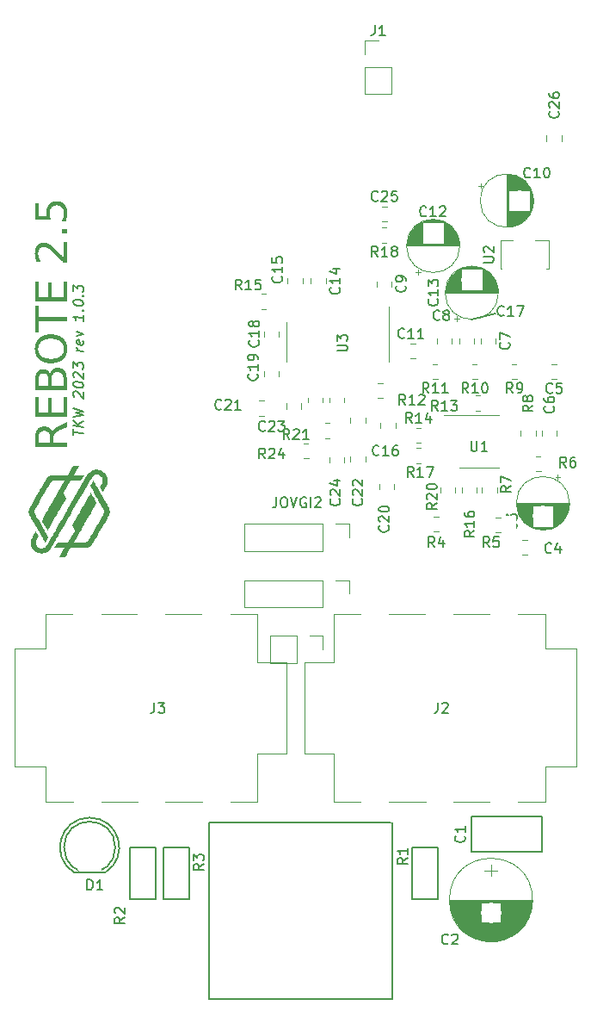
<source format=gto>
G04 #@! TF.GenerationSoftware,KiCad,Pcbnew,7.0.5.1-1-g8f565ef7f0-dirty-deb11*
G04 #@! TF.CreationDate,2023-08-10T16:36:03+00:00*
G04 #@! TF.ProjectId,rebote-smd,7265626f-7465-42d7-936d-642e6b696361,1.0.4*
G04 #@! TF.SameCoordinates,Original*
G04 #@! TF.FileFunction,Legend,Top*
G04 #@! TF.FilePolarity,Positive*
%FSLAX46Y46*%
G04 Gerber Fmt 4.6, Leading zero omitted, Abs format (unit mm)*
G04 Created by KiCad (PCBNEW 7.0.5.1-1-g8f565ef7f0-dirty-deb11) date 2023-08-10 16:36:03*
%MOMM*%
%LPD*%
G01*
G04 APERTURE LIST*
%ADD10C,0.150000*%
%ADD11C,0.120000*%
%ADD12R,2.600000X1.500000*%
%ADD13O,2.600000X1.500000*%
%ADD14R,2.000000X1.900000*%
%ADD15C,1.900000*%
%ADD16C,1.998980*%
%ADD17R,1.300000X1.300000*%
%ADD18C,1.300000*%
%ADD19O,3.000000X1.900000*%
%ADD20C,3.400000*%
%ADD21O,2.100000X2.100000*%
%ADD22C,2.000000*%
%ADD23C,2.300000*%
%ADD24C,2.398980*%
%ADD25C,1.700000*%
%ADD26C,1.924000*%
G04 APERTURE END LIST*
D10*
X162410000Y-83800000D02*
X160110000Y-84370000D01*
G36*
X120250000Y-94936217D02*
G01*
X119452791Y-95329692D01*
X119414595Y-95348709D01*
X119378041Y-95367657D01*
X119343131Y-95386536D01*
X119309863Y-95405347D01*
X119278238Y-95424088D01*
X119248257Y-95442762D01*
X119219918Y-95461366D01*
X119193222Y-95479902D01*
X119168169Y-95498369D01*
X119144759Y-95516767D01*
X119112724Y-95544236D01*
X119084386Y-95571550D01*
X119059744Y-95598710D01*
X119038799Y-95625715D01*
X119020598Y-95653426D01*
X119004186Y-95682979D01*
X118989565Y-95714374D01*
X118976735Y-95747611D01*
X118965695Y-95782690D01*
X118956445Y-95819610D01*
X118948985Y-95858373D01*
X118943316Y-95898977D01*
X118939437Y-95941423D01*
X118937845Y-95970743D01*
X118937049Y-96000883D01*
X118936950Y-96016259D01*
X118936950Y-96469818D01*
X120250000Y-96469818D01*
X120250000Y-96886008D01*
X117154954Y-96886008D01*
X117154954Y-96469818D01*
X117483217Y-96469818D01*
X118608688Y-96469818D01*
X118608688Y-95945917D01*
X118608129Y-95908851D01*
X118606455Y-95872942D01*
X118603664Y-95838189D01*
X118599757Y-95804592D01*
X118594734Y-95772152D01*
X118588595Y-95740868D01*
X118581339Y-95710740D01*
X118572967Y-95681769D01*
X118563479Y-95653953D01*
X118547153Y-95614399D01*
X118528316Y-95577446D01*
X118506968Y-95543095D01*
X118483108Y-95511346D01*
X118465806Y-95491625D01*
X118437693Y-95464127D01*
X118407210Y-95439333D01*
X118374358Y-95417243D01*
X118339135Y-95397859D01*
X118301543Y-95381180D01*
X118261580Y-95367205D01*
X118219248Y-95355935D01*
X118189710Y-95349924D01*
X118159119Y-95345116D01*
X118127474Y-95341509D01*
X118094776Y-95339105D01*
X118061025Y-95337903D01*
X118043754Y-95337752D01*
X118009487Y-95338354D01*
X117976297Y-95340157D01*
X117944183Y-95343162D01*
X117913145Y-95347370D01*
X117883183Y-95352779D01*
X117854298Y-95359391D01*
X117812987Y-95371562D01*
X117774098Y-95386439D01*
X117737631Y-95404020D01*
X117703585Y-95424306D01*
X117671960Y-95447297D01*
X117642757Y-95472992D01*
X117624633Y-95491625D01*
X117599360Y-95521640D01*
X117576574Y-95554257D01*
X117556273Y-95589475D01*
X117538457Y-95627295D01*
X117523128Y-95667716D01*
X117514290Y-95696110D01*
X117506556Y-95725659D01*
X117499927Y-95756365D01*
X117494403Y-95788227D01*
X117489984Y-95821246D01*
X117486669Y-95855421D01*
X117484459Y-95890752D01*
X117483355Y-95927240D01*
X117483217Y-95945917D01*
X117483217Y-96469818D01*
X117154954Y-96469818D01*
X117154954Y-95945917D01*
X117155171Y-95913206D01*
X117155821Y-95881019D01*
X117156905Y-95849356D01*
X117158423Y-95818216D01*
X117160374Y-95787601D01*
X117162759Y-95757509D01*
X117165578Y-95727940D01*
X117172516Y-95670375D01*
X117181189Y-95614906D01*
X117191596Y-95561531D01*
X117203737Y-95510251D01*
X117217613Y-95461067D01*
X117233224Y-95413978D01*
X117250569Y-95368984D01*
X117269648Y-95326085D01*
X117290462Y-95285281D01*
X117313011Y-95246572D01*
X117337294Y-95209959D01*
X117363312Y-95175440D01*
X117376971Y-95158967D01*
X117405607Y-95127468D01*
X117436013Y-95098001D01*
X117468187Y-95070567D01*
X117502130Y-95045165D01*
X117537842Y-95021795D01*
X117575323Y-95000457D01*
X117614572Y-94981151D01*
X117655591Y-94963878D01*
X117698378Y-94948636D01*
X117742934Y-94935427D01*
X117789259Y-94924250D01*
X117837353Y-94915105D01*
X117887216Y-94907993D01*
X117938848Y-94902912D01*
X117992248Y-94899864D01*
X118047418Y-94898848D01*
X118083576Y-94899375D01*
X118118962Y-94900955D01*
X118153574Y-94903588D01*
X118187414Y-94907274D01*
X118220482Y-94912014D01*
X118252776Y-94917807D01*
X118284298Y-94924654D01*
X118315047Y-94932554D01*
X118345023Y-94941507D01*
X118374226Y-94951513D01*
X118402656Y-94962573D01*
X118430314Y-94974685D01*
X118457199Y-94987852D01*
X118483311Y-95002071D01*
X118508650Y-95017344D01*
X118533217Y-95033670D01*
X118568312Y-95060031D01*
X118601335Y-95088556D01*
X118632283Y-95119245D01*
X118661158Y-95152097D01*
X118679256Y-95175201D01*
X118696432Y-95199267D01*
X118712686Y-95224294D01*
X118728019Y-95250283D01*
X118742431Y-95277234D01*
X118755920Y-95305146D01*
X118768488Y-95334020D01*
X118780135Y-95363856D01*
X118790859Y-95394653D01*
X118800662Y-95426413D01*
X118813623Y-95393005D01*
X118829788Y-95359826D01*
X118849160Y-95326876D01*
X118865792Y-95302314D01*
X118884228Y-95277881D01*
X118904467Y-95253576D01*
X118926509Y-95229400D01*
X118950354Y-95205353D01*
X118976002Y-95181435D01*
X118994103Y-95165561D01*
X119022827Y-95141787D01*
X119053497Y-95118000D01*
X119086111Y-95094200D01*
X119120670Y-95070387D01*
X119157174Y-95046561D01*
X119182591Y-95030670D01*
X119208872Y-95014773D01*
X119236017Y-94998871D01*
X119264027Y-94982962D01*
X119292901Y-94967048D01*
X119322639Y-94951129D01*
X119353242Y-94935203D01*
X119384709Y-94919272D01*
X119400767Y-94911304D01*
X120250000Y-94489253D01*
X120250000Y-94936217D01*
G37*
G36*
X117154954Y-93969748D02*
G01*
X117154954Y-92024354D01*
X117483217Y-92024354D01*
X117483217Y-93553558D01*
X118421109Y-93553558D01*
X118421109Y-92088101D01*
X118749371Y-92088101D01*
X118749371Y-93553558D01*
X119921737Y-93553558D01*
X119921737Y-91986985D01*
X120250000Y-91986985D01*
X120250000Y-93969748D01*
X117154954Y-93969748D01*
G37*
G36*
X119426679Y-89135569D02*
G01*
X119476753Y-89138858D01*
X119525345Y-89144339D01*
X119572455Y-89152012D01*
X119618081Y-89161878D01*
X119662225Y-89173937D01*
X119704887Y-89188188D01*
X119746065Y-89204631D01*
X119785762Y-89223267D01*
X119823975Y-89244096D01*
X119860706Y-89267117D01*
X119895954Y-89292330D01*
X119929720Y-89319736D01*
X119962003Y-89349334D01*
X119992803Y-89381125D01*
X120022121Y-89415108D01*
X120049716Y-89451023D01*
X120075530Y-89488793D01*
X120099564Y-89528417D01*
X120121818Y-89569897D01*
X120142291Y-89613231D01*
X120160984Y-89658419D01*
X120177897Y-89705463D01*
X120193030Y-89754361D01*
X120206382Y-89805114D01*
X120217954Y-89857721D01*
X120227746Y-89912184D01*
X120235757Y-89968501D01*
X120241988Y-90026673D01*
X120244436Y-90056454D01*
X120246439Y-90086699D01*
X120247997Y-90117408D01*
X120249109Y-90148580D01*
X120249777Y-90180217D01*
X120250000Y-90212316D01*
X120250000Y-91317271D01*
X117154954Y-91317271D01*
X117154954Y-90901081D01*
X117483217Y-90901081D01*
X118421109Y-90901081D01*
X118749371Y-90901081D01*
X119921737Y-90901081D01*
X119921737Y-90232833D01*
X119921173Y-90191562D01*
X119919482Y-90151649D01*
X119916662Y-90113092D01*
X119912715Y-90075891D01*
X119907641Y-90040048D01*
X119901438Y-90005561D01*
X119894108Y-89972431D01*
X119885650Y-89940657D01*
X119876065Y-89910240D01*
X119865351Y-89881180D01*
X119853510Y-89853477D01*
X119840542Y-89827130D01*
X119818974Y-89790154D01*
X119794869Y-89756230D01*
X119777390Y-89735310D01*
X119748848Y-89706371D01*
X119717626Y-89680278D01*
X119683726Y-89657032D01*
X119647147Y-89636632D01*
X119607889Y-89619079D01*
X119580228Y-89608958D01*
X119551377Y-89600102D01*
X119521335Y-89592512D01*
X119490103Y-89586186D01*
X119457680Y-89581126D01*
X119424066Y-89577330D01*
X119389261Y-89574800D01*
X119353266Y-89573535D01*
X119334822Y-89573377D01*
X119297887Y-89574010D01*
X119262190Y-89575907D01*
X119227729Y-89579070D01*
X119194504Y-89583498D01*
X119162516Y-89589191D01*
X119131764Y-89596149D01*
X119102249Y-89604372D01*
X119073970Y-89613860D01*
X119033870Y-89630465D01*
X118996553Y-89649916D01*
X118962017Y-89672213D01*
X118930264Y-89697357D01*
X118901292Y-89725347D01*
X118892254Y-89735310D01*
X118866719Y-89767199D01*
X118843696Y-89802140D01*
X118823185Y-89840134D01*
X118810906Y-89867159D01*
X118799743Y-89895541D01*
X118789697Y-89925279D01*
X118780766Y-89956374D01*
X118772953Y-89988826D01*
X118766255Y-90022635D01*
X118760674Y-90057800D01*
X118756209Y-90094322D01*
X118752860Y-90132201D01*
X118750627Y-90171436D01*
X118749511Y-90212028D01*
X118749371Y-90232833D01*
X118749371Y-90901081D01*
X118421109Y-90901081D01*
X118421109Y-90284856D01*
X118420657Y-90247361D01*
X118419300Y-90211080D01*
X118417039Y-90176012D01*
X118413873Y-90142158D01*
X118409803Y-90109517D01*
X118404829Y-90078090D01*
X118398950Y-90047876D01*
X118392166Y-90018876D01*
X118380295Y-89977651D01*
X118366389Y-89939157D01*
X118350448Y-89903394D01*
X118332472Y-89870361D01*
X118312461Y-89840059D01*
X118305338Y-89830565D01*
X118282562Y-89803852D01*
X118257648Y-89779766D01*
X118230595Y-89758308D01*
X118201405Y-89739477D01*
X118170077Y-89723274D01*
X118136610Y-89709699D01*
X118101005Y-89698751D01*
X118063263Y-89690430D01*
X118023382Y-89684737D01*
X117981363Y-89681672D01*
X117952163Y-89681088D01*
X117909105Y-89682402D01*
X117868134Y-89686343D01*
X117829249Y-89692912D01*
X117792451Y-89702108D01*
X117757739Y-89713932D01*
X117725114Y-89728383D01*
X117694576Y-89745462D01*
X117666124Y-89765169D01*
X117639759Y-89787503D01*
X117615480Y-89812464D01*
X117600453Y-89830565D01*
X117579502Y-89859957D01*
X117560611Y-89892080D01*
X117543781Y-89926933D01*
X117529012Y-89964517D01*
X117516304Y-90004831D01*
X117508977Y-90033224D01*
X117502565Y-90062831D01*
X117497070Y-90093652D01*
X117492490Y-90125685D01*
X117488826Y-90158933D01*
X117486079Y-90193394D01*
X117484247Y-90229069D01*
X117483331Y-90265957D01*
X117483217Y-90284856D01*
X117483217Y-90901081D01*
X117154954Y-90901081D01*
X117154954Y-90253349D01*
X117155147Y-90223841D01*
X117156686Y-90166104D01*
X117159766Y-90110073D01*
X117164386Y-90055749D01*
X117170545Y-90003129D01*
X117178245Y-89952216D01*
X117187484Y-89903009D01*
X117198263Y-89855508D01*
X117210582Y-89809712D01*
X117224441Y-89765622D01*
X117239840Y-89723239D01*
X117256778Y-89682561D01*
X117275257Y-89643589D01*
X117295275Y-89606323D01*
X117316833Y-89570762D01*
X117339932Y-89536908D01*
X117352058Y-89520621D01*
X117377254Y-89489388D01*
X117403750Y-89460170D01*
X117431545Y-89432968D01*
X117460639Y-89407780D01*
X117491033Y-89384608D01*
X117522727Y-89363450D01*
X117555719Y-89344308D01*
X117590012Y-89327180D01*
X117625603Y-89312068D01*
X117662495Y-89298970D01*
X117700685Y-89287888D01*
X117740175Y-89278820D01*
X117780965Y-89271768D01*
X117823054Y-89266730D01*
X117866442Y-89263708D01*
X117911130Y-89262700D01*
X117945852Y-89263215D01*
X117979674Y-89264761D01*
X118012599Y-89267337D01*
X118044624Y-89270943D01*
X118075751Y-89275580D01*
X118105979Y-89281247D01*
X118135308Y-89287945D01*
X118163738Y-89295673D01*
X118204699Y-89309197D01*
X118243637Y-89325039D01*
X118280553Y-89343200D01*
X118315447Y-89363679D01*
X118348319Y-89386477D01*
X118358827Y-89394591D01*
X118388782Y-89420403D01*
X118416547Y-89448378D01*
X118442122Y-89478517D01*
X118465508Y-89510820D01*
X118486704Y-89545287D01*
X118505711Y-89581918D01*
X118522528Y-89620712D01*
X118537155Y-89661671D01*
X118545690Y-89690179D01*
X118553252Y-89719648D01*
X118559841Y-89750079D01*
X118565457Y-89781472D01*
X118574361Y-89743631D01*
X118584404Y-89706860D01*
X118595587Y-89671159D01*
X118607909Y-89636529D01*
X118621370Y-89602970D01*
X118635970Y-89570480D01*
X118651710Y-89539062D01*
X118668588Y-89508714D01*
X118686606Y-89479436D01*
X118705763Y-89451229D01*
X118726059Y-89424092D01*
X118747494Y-89398026D01*
X118770068Y-89373030D01*
X118793782Y-89349105D01*
X118818634Y-89326250D01*
X118844626Y-89304466D01*
X118871600Y-89283881D01*
X118899398Y-89264624D01*
X118928020Y-89246695D01*
X118957466Y-89230094D01*
X118987737Y-89214821D01*
X119018832Y-89200876D01*
X119050752Y-89188259D01*
X119083496Y-89176971D01*
X119117064Y-89167010D01*
X119151456Y-89158378D01*
X119186673Y-89151074D01*
X119222714Y-89145097D01*
X119259579Y-89140449D01*
X119297269Y-89137129D01*
X119335783Y-89135137D01*
X119375122Y-89134473D01*
X119426679Y-89135569D01*
G37*
G36*
X118748352Y-85841969D02*
G01*
X118792923Y-85843105D01*
X118836921Y-85844997D01*
X118880347Y-85847647D01*
X118923200Y-85851054D01*
X118965481Y-85855218D01*
X119007189Y-85860138D01*
X119048325Y-85865816D01*
X119088888Y-85872251D01*
X119128879Y-85879443D01*
X119168298Y-85887393D01*
X119207144Y-85896099D01*
X119245417Y-85905562D01*
X119283118Y-85915782D01*
X119320247Y-85926760D01*
X119356803Y-85938494D01*
X119392787Y-85950985D01*
X119428199Y-85964234D01*
X119463038Y-85978239D01*
X119497304Y-85993002D01*
X119530998Y-86008522D01*
X119564120Y-86024798D01*
X119596669Y-86041832D01*
X119628646Y-86059623D01*
X119660050Y-86078171D01*
X119690882Y-86097476D01*
X119721141Y-86117538D01*
X119750828Y-86138357D01*
X119779943Y-86159933D01*
X119808485Y-86182266D01*
X119836454Y-86205357D01*
X119863852Y-86229204D01*
X119890494Y-86253683D01*
X119916290Y-86278669D01*
X119941241Y-86304161D01*
X119965346Y-86330160D01*
X119988605Y-86356666D01*
X120011018Y-86383678D01*
X120032586Y-86411197D01*
X120053308Y-86439222D01*
X120073184Y-86467754D01*
X120092214Y-86496793D01*
X120110398Y-86526338D01*
X120127737Y-86556390D01*
X120144230Y-86586949D01*
X120159877Y-86618014D01*
X120174678Y-86649586D01*
X120188633Y-86681664D01*
X120201743Y-86714249D01*
X120214007Y-86747340D01*
X120225425Y-86780939D01*
X120235998Y-86815043D01*
X120245724Y-86849655D01*
X120254605Y-86884773D01*
X120262640Y-86920397D01*
X120269829Y-86956529D01*
X120276172Y-86993166D01*
X120281670Y-87030311D01*
X120286322Y-87067962D01*
X120290128Y-87106120D01*
X120293088Y-87144784D01*
X120295203Y-87183955D01*
X120296471Y-87223633D01*
X120296894Y-87263817D01*
X120296472Y-87304137D01*
X120295205Y-87343947D01*
X120293095Y-87383249D01*
X120290139Y-87422040D01*
X120286340Y-87460322D01*
X120281696Y-87498095D01*
X120276207Y-87535358D01*
X120269875Y-87572112D01*
X120262698Y-87608357D01*
X120254676Y-87644091D01*
X120245811Y-87679317D01*
X120236101Y-87714033D01*
X120225546Y-87748239D01*
X120214147Y-87781936D01*
X120201904Y-87815123D01*
X120188817Y-87847801D01*
X120174885Y-87879970D01*
X120160109Y-87911629D01*
X120144488Y-87942778D01*
X120128023Y-87973418D01*
X120110714Y-88003549D01*
X120092560Y-88033170D01*
X120073562Y-88062282D01*
X120053720Y-88090884D01*
X120033033Y-88118977D01*
X120011502Y-88146560D01*
X119989127Y-88173634D01*
X119965907Y-88200198D01*
X119941843Y-88226253D01*
X119916934Y-88251798D01*
X119891181Y-88276834D01*
X119864584Y-88301360D01*
X119837275Y-88325253D01*
X119809386Y-88348387D01*
X119780918Y-88370762D01*
X119751870Y-88392379D01*
X119722242Y-88413237D01*
X119692035Y-88433337D01*
X119661249Y-88452679D01*
X119629882Y-88471262D01*
X119597936Y-88489086D01*
X119565411Y-88506152D01*
X119532305Y-88522460D01*
X119498621Y-88538009D01*
X119464356Y-88552799D01*
X119429512Y-88566831D01*
X119394089Y-88580105D01*
X119358086Y-88592620D01*
X119321503Y-88604376D01*
X119284341Y-88615375D01*
X119246599Y-88625614D01*
X119208277Y-88635095D01*
X119169376Y-88643818D01*
X119129895Y-88651782D01*
X119089835Y-88658988D01*
X119049195Y-88665435D01*
X119007975Y-88671123D01*
X118966176Y-88676054D01*
X118923797Y-88680225D01*
X118880839Y-88683639D01*
X118837301Y-88686293D01*
X118793183Y-88688189D01*
X118748486Y-88689327D01*
X118703210Y-88689706D01*
X118657977Y-88689327D01*
X118613322Y-88688189D01*
X118569243Y-88686293D01*
X118525740Y-88683639D01*
X118482815Y-88680225D01*
X118440466Y-88676054D01*
X118398694Y-88671123D01*
X118357499Y-88665435D01*
X118316881Y-88658988D01*
X118276839Y-88651782D01*
X118237374Y-88643818D01*
X118198486Y-88635095D01*
X118160174Y-88625614D01*
X118122439Y-88615375D01*
X118085281Y-88604376D01*
X118048700Y-88592620D01*
X118012695Y-88580105D01*
X117977267Y-88566831D01*
X117942416Y-88552799D01*
X117908142Y-88538009D01*
X117874444Y-88522460D01*
X117841323Y-88506152D01*
X117808779Y-88489086D01*
X117776812Y-88471262D01*
X117745421Y-88452679D01*
X117714607Y-88433337D01*
X117684370Y-88413237D01*
X117654709Y-88392379D01*
X117625626Y-88370762D01*
X117597119Y-88348387D01*
X117569188Y-88325253D01*
X117541835Y-88301360D01*
X117515147Y-88276834D01*
X117489307Y-88251798D01*
X117464314Y-88226253D01*
X117440169Y-88200198D01*
X117416870Y-88173634D01*
X117394419Y-88146560D01*
X117372815Y-88118977D01*
X117352058Y-88090884D01*
X117332149Y-88062282D01*
X117313086Y-88033170D01*
X117294871Y-88003549D01*
X117277503Y-87973418D01*
X117260982Y-87942778D01*
X117245309Y-87911629D01*
X117230482Y-87879970D01*
X117216503Y-87847801D01*
X117203371Y-87815123D01*
X117191087Y-87781936D01*
X117179649Y-87748239D01*
X117169059Y-87714033D01*
X117159316Y-87679317D01*
X117150420Y-87644091D01*
X117142372Y-87608357D01*
X117135170Y-87572112D01*
X117128816Y-87535358D01*
X117123309Y-87498095D01*
X117118650Y-87460322D01*
X117114837Y-87422040D01*
X117111872Y-87383249D01*
X117109754Y-87343947D01*
X117108483Y-87304137D01*
X117108060Y-87263817D01*
X117108068Y-87263084D01*
X117436322Y-87263084D01*
X117437650Y-87319049D01*
X117441634Y-87373554D01*
X117448275Y-87426600D01*
X117457571Y-87478186D01*
X117469524Y-87528312D01*
X117484132Y-87576978D01*
X117501397Y-87624185D01*
X117521318Y-87669931D01*
X117543896Y-87714219D01*
X117569129Y-87757046D01*
X117597018Y-87798414D01*
X117627564Y-87838322D01*
X117660766Y-87876770D01*
X117696624Y-87913758D01*
X117735138Y-87949287D01*
X117776308Y-87983356D01*
X117819771Y-88015653D01*
X117865163Y-88045867D01*
X117912484Y-88073997D01*
X117961734Y-88100043D01*
X118012913Y-88124006D01*
X118066022Y-88145884D01*
X118121060Y-88165680D01*
X118149302Y-88174796D01*
X118178026Y-88183391D01*
X118207233Y-88191465D01*
X118236922Y-88199019D01*
X118267094Y-88206051D01*
X118297747Y-88212563D01*
X118328883Y-88218553D01*
X118360502Y-88224023D01*
X118392602Y-88228972D01*
X118425185Y-88233400D01*
X118458250Y-88237307D01*
X118491797Y-88240693D01*
X118525827Y-88243558D01*
X118560339Y-88245902D01*
X118595333Y-88247725D01*
X118630810Y-88249027D01*
X118666768Y-88249809D01*
X118703210Y-88250069D01*
X118739560Y-88249809D01*
X118775432Y-88249027D01*
X118810824Y-88247725D01*
X118845737Y-88245902D01*
X118880170Y-88243558D01*
X118914124Y-88240693D01*
X118947598Y-88237307D01*
X118980593Y-88233400D01*
X119013109Y-88228972D01*
X119045145Y-88224023D01*
X119076701Y-88218553D01*
X119107779Y-88212563D01*
X119138377Y-88206051D01*
X119168495Y-88199019D01*
X119198134Y-88191465D01*
X119227294Y-88183391D01*
X119255974Y-88174796D01*
X119284175Y-88165680D01*
X119311896Y-88156042D01*
X119365900Y-88135205D01*
X119417987Y-88112285D01*
X119468156Y-88087280D01*
X119516407Y-88060192D01*
X119562741Y-88031021D01*
X119607157Y-87999765D01*
X119628646Y-87983356D01*
X119669816Y-87949287D01*
X119708330Y-87913758D01*
X119744188Y-87876770D01*
X119777390Y-87838322D01*
X119807935Y-87798414D01*
X119835825Y-87757046D01*
X119861058Y-87714219D01*
X119883635Y-87669931D01*
X119903556Y-87624185D01*
X119920821Y-87576978D01*
X119935430Y-87528312D01*
X119947383Y-87478186D01*
X119956679Y-87426600D01*
X119963319Y-87373554D01*
X119967304Y-87319049D01*
X119968632Y-87263084D01*
X119967304Y-87207216D01*
X119963319Y-87152820D01*
X119956679Y-87099894D01*
X119947383Y-87048440D01*
X119935430Y-86998457D01*
X119920821Y-86949946D01*
X119903556Y-86902905D01*
X119883635Y-86857336D01*
X119861058Y-86813237D01*
X119835825Y-86770610D01*
X119807935Y-86729454D01*
X119777390Y-86689770D01*
X119744188Y-86651556D01*
X119708330Y-86614814D01*
X119669816Y-86579543D01*
X119628646Y-86545743D01*
X119585189Y-86513623D01*
X119539814Y-86483575D01*
X119492521Y-86455600D01*
X119443311Y-86429697D01*
X119392183Y-86405866D01*
X119339138Y-86384107D01*
X119284175Y-86364421D01*
X119255974Y-86355355D01*
X119227294Y-86346807D01*
X119198134Y-86338777D01*
X119168495Y-86331265D01*
X119138377Y-86324271D01*
X119107779Y-86317795D01*
X119076701Y-86311838D01*
X119045145Y-86306398D01*
X119013109Y-86301476D01*
X118980593Y-86297073D01*
X118947598Y-86293187D01*
X118914124Y-86289820D01*
X118880170Y-86286971D01*
X118845737Y-86284639D01*
X118810824Y-86282826D01*
X118775432Y-86281531D01*
X118739560Y-86280754D01*
X118703210Y-86280495D01*
X118666768Y-86280754D01*
X118630810Y-86281531D01*
X118595333Y-86282826D01*
X118560339Y-86284639D01*
X118525827Y-86286971D01*
X118491797Y-86289820D01*
X118458250Y-86293187D01*
X118425185Y-86297073D01*
X118392602Y-86301476D01*
X118360502Y-86306398D01*
X118328883Y-86311838D01*
X118297747Y-86317795D01*
X118267094Y-86324271D01*
X118236922Y-86331265D01*
X118207233Y-86338777D01*
X118178026Y-86346807D01*
X118149302Y-86355355D01*
X118121060Y-86364421D01*
X118093300Y-86374005D01*
X118039227Y-86394728D01*
X117987083Y-86417522D01*
X117936868Y-86442389D01*
X117888582Y-86469329D01*
X117842226Y-86498340D01*
X117797798Y-86529424D01*
X117776308Y-86545743D01*
X117735138Y-86579543D01*
X117696624Y-86614814D01*
X117660766Y-86651556D01*
X117627564Y-86689770D01*
X117597018Y-86729454D01*
X117569129Y-86770610D01*
X117543896Y-86813237D01*
X117521318Y-86857336D01*
X117501397Y-86902905D01*
X117484132Y-86949946D01*
X117469524Y-86998457D01*
X117457571Y-87048440D01*
X117448275Y-87099894D01*
X117441634Y-87152820D01*
X117437650Y-87207216D01*
X117436322Y-87263084D01*
X117108068Y-87263084D01*
X117108483Y-87223633D01*
X117109754Y-87183955D01*
X117111872Y-87144784D01*
X117114837Y-87106120D01*
X117118650Y-87067962D01*
X117123309Y-87030311D01*
X117128816Y-86993166D01*
X117135170Y-86956529D01*
X117142372Y-86920397D01*
X117150420Y-86884773D01*
X117159316Y-86849655D01*
X117169059Y-86815043D01*
X117179649Y-86780939D01*
X117191087Y-86747340D01*
X117203371Y-86714249D01*
X117216503Y-86681664D01*
X117230482Y-86649586D01*
X117245309Y-86618014D01*
X117260982Y-86586949D01*
X117277503Y-86556390D01*
X117294871Y-86526338D01*
X117313086Y-86496793D01*
X117332149Y-86467754D01*
X117352058Y-86439222D01*
X117372815Y-86411197D01*
X117394419Y-86383678D01*
X117416870Y-86356666D01*
X117440169Y-86330160D01*
X117464314Y-86304161D01*
X117489307Y-86278669D01*
X117515147Y-86253683D01*
X117541835Y-86229204D01*
X117569188Y-86205357D01*
X117597119Y-86182266D01*
X117625626Y-86159933D01*
X117654709Y-86138357D01*
X117684370Y-86117538D01*
X117714607Y-86097476D01*
X117745421Y-86078171D01*
X117776812Y-86059623D01*
X117808779Y-86041832D01*
X117841323Y-86024798D01*
X117874444Y-86008522D01*
X117908142Y-85993002D01*
X117942416Y-85978239D01*
X117977267Y-85964234D01*
X118012695Y-85950985D01*
X118048700Y-85938494D01*
X118085281Y-85926760D01*
X118122439Y-85915782D01*
X118160174Y-85905562D01*
X118198486Y-85896099D01*
X118237374Y-85887393D01*
X118276839Y-85879443D01*
X118316881Y-85872251D01*
X118357499Y-85865816D01*
X118398694Y-85860138D01*
X118440466Y-85855218D01*
X118482815Y-85851054D01*
X118525740Y-85847647D01*
X118569243Y-85844997D01*
X118613322Y-85843105D01*
X118657977Y-85841969D01*
X118703210Y-85841591D01*
X118748352Y-85841969D01*
G37*
G36*
X117154954Y-85632763D02*
G01*
X117154954Y-83030111D01*
X117483217Y-83030111D01*
X117483217Y-84121877D01*
X120250000Y-84121877D01*
X120250000Y-84540265D01*
X117483217Y-84540265D01*
X117483217Y-85632763D01*
X117154954Y-85632763D01*
G37*
G36*
X117154954Y-82641765D02*
G01*
X117154954Y-80696371D01*
X117483217Y-80696371D01*
X117483217Y-82225575D01*
X118421109Y-82225575D01*
X118421109Y-80760118D01*
X118749371Y-80760118D01*
X118749371Y-82225575D01*
X119921737Y-82225575D01*
X119921737Y-80659002D01*
X120250000Y-80659002D01*
X120250000Y-82641765D01*
X117154954Y-82641765D01*
G37*
G36*
X119921737Y-78260048D02*
G01*
X119921737Y-76807048D01*
X120250000Y-76807048D01*
X120250000Y-78760502D01*
X119921737Y-78760502D01*
X119889743Y-78730245D01*
X119856410Y-78698644D01*
X119821737Y-78665697D01*
X119785724Y-78631404D01*
X119748372Y-78595767D01*
X119709681Y-78558784D01*
X119669650Y-78520456D01*
X119628279Y-78480783D01*
X119607092Y-78460442D01*
X119585569Y-78439764D01*
X119563712Y-78418751D01*
X119541520Y-78397401D01*
X119518993Y-78375714D01*
X119496131Y-78353692D01*
X119472934Y-78331333D01*
X119449402Y-78308637D01*
X119425535Y-78285606D01*
X119401334Y-78262238D01*
X119376797Y-78238534D01*
X119351926Y-78214493D01*
X119326720Y-78190116D01*
X119301179Y-78165403D01*
X119275303Y-78140354D01*
X119249092Y-78114968D01*
X119222962Y-78089665D01*
X119197418Y-78064957D01*
X119172461Y-78040842D01*
X119148090Y-78017321D01*
X119124307Y-77994393D01*
X119101110Y-77972060D01*
X119078500Y-77950321D01*
X119056476Y-77929176D01*
X119035040Y-77908624D01*
X118993927Y-77869303D01*
X118955161Y-77832357D01*
X118918742Y-77797788D01*
X118884670Y-77765593D01*
X118852945Y-77735775D01*
X118823567Y-77708332D01*
X118796537Y-77683264D01*
X118771853Y-77660573D01*
X118749516Y-77640257D01*
X118720411Y-77614237D01*
X118703942Y-77599860D01*
X118675549Y-77575417D01*
X118647705Y-77551912D01*
X118620411Y-77529346D01*
X118593667Y-77507719D01*
X118567472Y-77487031D01*
X118541826Y-77467282D01*
X118516730Y-77448471D01*
X118492184Y-77430600D01*
X118468187Y-77413667D01*
X118433222Y-77390028D01*
X118399494Y-77368501D01*
X118367002Y-77349086D01*
X118335746Y-77331784D01*
X118315596Y-77321423D01*
X118285828Y-77307150D01*
X118256151Y-77294281D01*
X118226563Y-77282815D01*
X118197066Y-77272754D01*
X118167659Y-77264096D01*
X118138342Y-77256843D01*
X118109115Y-77250993D01*
X118079978Y-77246547D01*
X118041269Y-77242804D01*
X118002721Y-77241556D01*
X117971760Y-77242228D01*
X117941527Y-77244246D01*
X117912020Y-77247609D01*
X117869123Y-77255176D01*
X117827862Y-77265770D01*
X117788237Y-77279391D01*
X117750247Y-77296038D01*
X117713894Y-77315712D01*
X117679176Y-77338413D01*
X117646093Y-77364141D01*
X117614647Y-77392896D01*
X117594591Y-77413747D01*
X117566307Y-77446947D01*
X117540804Y-77481977D01*
X117518084Y-77518835D01*
X117498146Y-77557522D01*
X117480990Y-77598038D01*
X117471098Y-77626065D01*
X117462443Y-77654905D01*
X117455024Y-77684557D01*
X117448841Y-77715023D01*
X117443895Y-77746301D01*
X117440186Y-77778392D01*
X117437713Y-77811296D01*
X117436476Y-77845013D01*
X117436322Y-77862177D01*
X117436940Y-77899052D01*
X117438795Y-77936314D01*
X117441886Y-77973962D01*
X117446214Y-78011997D01*
X117451778Y-78050418D01*
X117458579Y-78089225D01*
X117466616Y-78128419D01*
X117475889Y-78167999D01*
X117486399Y-78207966D01*
X117498146Y-78248319D01*
X117506664Y-78275436D01*
X117520347Y-78316373D01*
X117535292Y-78357850D01*
X117545956Y-78385803D01*
X117557182Y-78413996D01*
X117568969Y-78442429D01*
X117581316Y-78471103D01*
X117594225Y-78500017D01*
X117607695Y-78529172D01*
X117621725Y-78558567D01*
X117636317Y-78588202D01*
X117651469Y-78618078D01*
X117667183Y-78648194D01*
X117683457Y-78678551D01*
X117700293Y-78709148D01*
X117717690Y-78739986D01*
X117295638Y-78739986D01*
X117284186Y-78708699D01*
X117273095Y-78677669D01*
X117262365Y-78646898D01*
X117251995Y-78616383D01*
X117241986Y-78586127D01*
X117232337Y-78556128D01*
X117223049Y-78526387D01*
X117214122Y-78496903D01*
X117205555Y-78467677D01*
X117197349Y-78438708D01*
X117189504Y-78409997D01*
X117182019Y-78381544D01*
X117171468Y-78339347D01*
X117161729Y-78297729D01*
X117155687Y-78270307D01*
X117147175Y-78229563D01*
X117139501Y-78189489D01*
X117132664Y-78150085D01*
X117126664Y-78111350D01*
X117121501Y-78073286D01*
X117117176Y-78035891D01*
X117113687Y-77999166D01*
X117111036Y-77963110D01*
X117109222Y-77927724D01*
X117108246Y-77893009D01*
X117108060Y-77870237D01*
X117108296Y-77840522D01*
X117109004Y-77811186D01*
X117111838Y-77753653D01*
X117116560Y-77697636D01*
X117123172Y-77643137D01*
X117131673Y-77590154D01*
X117142063Y-77538689D01*
X117154342Y-77488740D01*
X117168510Y-77440308D01*
X117184567Y-77393394D01*
X117202513Y-77347996D01*
X117222348Y-77304115D01*
X117244072Y-77261752D01*
X117267686Y-77220905D01*
X117293188Y-77181575D01*
X117320579Y-77143762D01*
X117349860Y-77107466D01*
X117380720Y-77073040D01*
X117412852Y-77040834D01*
X117446254Y-77010849D01*
X117480927Y-76983086D01*
X117516871Y-76957543D01*
X117554085Y-76934222D01*
X117592571Y-76913122D01*
X117632327Y-76894242D01*
X117673354Y-76877584D01*
X117715652Y-76863147D01*
X117759220Y-76850931D01*
X117804060Y-76840936D01*
X117850170Y-76833163D01*
X117897552Y-76827610D01*
X117946204Y-76824278D01*
X117996127Y-76823168D01*
X118031817Y-76823792D01*
X118067173Y-76825666D01*
X118102193Y-76828790D01*
X118136879Y-76833163D01*
X118171230Y-76838785D01*
X118205246Y-76845656D01*
X118238927Y-76853777D01*
X118272274Y-76863147D01*
X118305285Y-76873767D01*
X118337962Y-76885636D01*
X118359560Y-76894242D01*
X118392380Y-76908593D01*
X118426270Y-76924991D01*
X118461228Y-76943437D01*
X118497256Y-76963932D01*
X118534352Y-76986474D01*
X118559677Y-77002640D01*
X118585477Y-77019716D01*
X118611752Y-77037702D01*
X118638503Y-77056598D01*
X118665728Y-77076405D01*
X118693429Y-77097122D01*
X118721604Y-77118749D01*
X118750255Y-77141286D01*
X118764759Y-77152896D01*
X118789327Y-77174434D01*
X118816994Y-77199598D01*
X118842417Y-77223100D01*
X118871845Y-77250569D01*
X118893690Y-77271085D01*
X118917314Y-77293365D01*
X118942719Y-77317407D01*
X118969905Y-77343213D01*
X118998871Y-77370782D01*
X119029617Y-77400114D01*
X119062143Y-77431209D01*
X119096449Y-77464068D01*
X119114270Y-77481158D01*
X119151256Y-77516572D01*
X119190039Y-77553755D01*
X119230620Y-77592707D01*
X119272998Y-77633428D01*
X119294861Y-77654452D01*
X119317173Y-77675918D01*
X119339935Y-77697826D01*
X119363146Y-77720176D01*
X119386807Y-77742969D01*
X119410917Y-77766204D01*
X119435476Y-77789881D01*
X119460484Y-77814000D01*
X119485943Y-77838561D01*
X119511850Y-77863565D01*
X119538207Y-77889011D01*
X119565013Y-77914899D01*
X119592268Y-77941229D01*
X119619973Y-77968002D01*
X119648127Y-77995216D01*
X119676731Y-78022873D01*
X119705784Y-78050972D01*
X119735286Y-78079514D01*
X119765238Y-78108497D01*
X119795639Y-78137923D01*
X119826490Y-78167791D01*
X119857789Y-78198101D01*
X119889539Y-78228854D01*
X119921737Y-78260048D01*
G37*
G36*
X119734159Y-75948290D02*
G01*
X119734159Y-75513782D01*
X120250000Y-75513782D01*
X120250000Y-75948290D01*
X119734159Y-75948290D01*
G37*
G36*
X117154954Y-74610327D02*
G01*
X117154954Y-72976343D01*
X117483217Y-72976343D01*
X117483217Y-74229309D01*
X118291416Y-74229309D01*
X118282826Y-74200933D01*
X118274915Y-74172594D01*
X118266320Y-74138633D01*
X118258704Y-74104725D01*
X118252066Y-74070868D01*
X118248185Y-74048325D01*
X118243205Y-74014253D01*
X118239255Y-73980181D01*
X118236336Y-73946109D01*
X118234446Y-73912037D01*
X118233588Y-73877965D01*
X118233531Y-73866608D01*
X118233802Y-73834623D01*
X118234618Y-73803058D01*
X118235978Y-73771912D01*
X118237881Y-73741185D01*
X118240328Y-73710878D01*
X118243319Y-73680990D01*
X118246854Y-73651521D01*
X118250933Y-73622472D01*
X118260722Y-73565631D01*
X118272686Y-73510468D01*
X118286825Y-73456981D01*
X118303140Y-73405172D01*
X118321630Y-73355040D01*
X118342295Y-73306586D01*
X118365135Y-73259809D01*
X118390151Y-73214709D01*
X118417342Y-73171286D01*
X118446709Y-73129540D01*
X118478250Y-73089472D01*
X118511967Y-73051081D01*
X118547453Y-73014614D01*
X118584485Y-72980499D01*
X118623062Y-72948737D01*
X118663184Y-72919327D01*
X118704852Y-72892271D01*
X118748066Y-72867567D01*
X118792826Y-72845216D01*
X118839131Y-72825218D01*
X118886981Y-72807572D01*
X118936378Y-72792279D01*
X118987319Y-72779339D01*
X119039807Y-72768752D01*
X119093840Y-72760517D01*
X119149418Y-72754635D01*
X119206543Y-72751106D01*
X119265212Y-72749930D01*
X119295591Y-72750232D01*
X119325542Y-72751138D01*
X119355067Y-72752647D01*
X119412839Y-72757479D01*
X119468904Y-72764726D01*
X119523263Y-72774389D01*
X119575916Y-72786467D01*
X119626864Y-72800962D01*
X119676106Y-72817872D01*
X119723641Y-72837197D01*
X119769471Y-72858939D01*
X119813595Y-72883096D01*
X119856013Y-72909669D01*
X119896726Y-72938657D01*
X119935732Y-72970062D01*
X119973032Y-73003882D01*
X120008627Y-73040117D01*
X120025785Y-73059141D01*
X120058614Y-73098783D01*
X120089326Y-73140405D01*
X120117919Y-73184008D01*
X120144395Y-73229592D01*
X120168752Y-73277157D01*
X120190992Y-73326702D01*
X120211113Y-73378227D01*
X120229117Y-73431734D01*
X120245002Y-73487221D01*
X120252150Y-73515707D01*
X120258769Y-73544688D01*
X120264859Y-73574165D01*
X120270419Y-73604137D01*
X120275449Y-73634604D01*
X120279950Y-73665566D01*
X120283921Y-73697023D01*
X120287363Y-73728975D01*
X120290275Y-73761423D01*
X120292658Y-73794366D01*
X120294511Y-73827803D01*
X120295835Y-73861737D01*
X120296629Y-73896165D01*
X120296894Y-73931088D01*
X120296585Y-73967423D01*
X120295658Y-74003886D01*
X120294112Y-74040478D01*
X120291948Y-74077199D01*
X120289166Y-74114048D01*
X120285766Y-74151027D01*
X120281747Y-74188134D01*
X120277110Y-74225370D01*
X120271855Y-74262735D01*
X120265982Y-74300229D01*
X120261723Y-74325296D01*
X120254819Y-74363062D01*
X120247298Y-74401073D01*
X120239157Y-74439329D01*
X120230399Y-74477830D01*
X120221022Y-74516575D01*
X120211028Y-74555565D01*
X120200414Y-74594799D01*
X120189183Y-74634279D01*
X120177333Y-74674003D01*
X120164866Y-74713971D01*
X120156210Y-74740753D01*
X119734159Y-74740753D01*
X119755881Y-74705885D01*
X119776534Y-74670798D01*
X119796118Y-74635491D01*
X119814633Y-74599966D01*
X119832079Y-74564222D01*
X119848456Y-74528259D01*
X119863764Y-74492077D01*
X119878002Y-74455676D01*
X119891172Y-74419056D01*
X119903273Y-74382217D01*
X119910746Y-74357536D01*
X119921091Y-74320242D01*
X119930418Y-74282549D01*
X119938728Y-74244456D01*
X119946020Y-74205964D01*
X119952295Y-74167073D01*
X119957552Y-74127783D01*
X119961792Y-74088093D01*
X119965014Y-74048004D01*
X119967219Y-74007516D01*
X119968406Y-73966628D01*
X119968632Y-73939148D01*
X119967893Y-73895124D01*
X119965678Y-73852263D01*
X119961986Y-73810563D01*
X119956816Y-73770025D01*
X119950170Y-73730650D01*
X119942047Y-73692436D01*
X119932448Y-73655385D01*
X119921371Y-73619495D01*
X119908817Y-73584768D01*
X119894786Y-73551203D01*
X119879279Y-73518800D01*
X119862295Y-73487558D01*
X119843833Y-73457479D01*
X119823895Y-73428562D01*
X119802480Y-73400807D01*
X119779588Y-73374214D01*
X119755339Y-73349015D01*
X119730037Y-73325442D01*
X119703682Y-73303495D01*
X119676273Y-73283173D01*
X119647811Y-73264477D01*
X119618296Y-73247407D01*
X119587727Y-73231962D01*
X119556106Y-73218143D01*
X119523430Y-73205950D01*
X119489702Y-73195383D01*
X119454920Y-73186441D01*
X119419085Y-73179125D01*
X119382197Y-73173435D01*
X119344255Y-73169371D01*
X119305261Y-73166932D01*
X119265212Y-73166120D01*
X119225167Y-73166932D01*
X119186181Y-73169371D01*
X119148253Y-73173435D01*
X119111385Y-73179125D01*
X119075576Y-73186441D01*
X119040826Y-73195383D01*
X119007134Y-73205950D01*
X118974502Y-73218143D01*
X118942929Y-73231962D01*
X118912415Y-73247407D01*
X118882960Y-73264477D01*
X118854564Y-73283173D01*
X118827227Y-73303495D01*
X118800949Y-73325442D01*
X118775730Y-73349015D01*
X118751570Y-73374214D01*
X118728589Y-73400804D01*
X118707091Y-73428551D01*
X118687075Y-73457454D01*
X118668542Y-73487513D01*
X118651492Y-73518728D01*
X118635924Y-73551100D01*
X118621839Y-73584628D01*
X118609237Y-73619312D01*
X118598117Y-73655153D01*
X118588480Y-73692150D01*
X118580326Y-73730303D01*
X118573654Y-73769613D01*
X118568465Y-73810079D01*
X118564758Y-73851702D01*
X118562534Y-73894480D01*
X118561793Y-73938415D01*
X118562096Y-73969733D01*
X118563004Y-74001038D01*
X118564517Y-74032330D01*
X118566636Y-74063609D01*
X118569360Y-74094875D01*
X118572689Y-74126128D01*
X118576624Y-74157369D01*
X118581164Y-74188596D01*
X118586310Y-74219811D01*
X118592061Y-74251013D01*
X118596231Y-74271807D01*
X118602892Y-74302921D01*
X118610236Y-74334163D01*
X118618262Y-74365535D01*
X118626971Y-74397035D01*
X118636363Y-74428664D01*
X118646437Y-74460422D01*
X118657194Y-74492308D01*
X118668634Y-74524323D01*
X118680756Y-74556468D01*
X118693561Y-74588741D01*
X118702477Y-74610327D01*
X117154954Y-74610327D01*
G37*
X120879819Y-95737030D02*
X120879819Y-95165601D01*
X121879819Y-95576316D02*
X120879819Y-95451316D01*
X121879819Y-94957268D02*
X120879819Y-94832268D01*
X121879819Y-94385839D02*
X121308390Y-94742982D01*
X120879819Y-94260839D02*
X121451247Y-94903696D01*
X120879819Y-93927506D02*
X121879819Y-93814411D01*
X121879819Y-93814411D02*
X121165533Y-93534649D01*
X121165533Y-93534649D02*
X121879819Y-93433458D01*
X121879819Y-93433458D02*
X120879819Y-93070363D01*
X120975057Y-91987029D02*
X120927438Y-91933458D01*
X120927438Y-91933458D02*
X120879819Y-91832268D01*
X120879819Y-91832268D02*
X120879819Y-91594172D01*
X120879819Y-91594172D02*
X120927438Y-91504887D01*
X120927438Y-91504887D02*
X120975057Y-91463220D01*
X120975057Y-91463220D02*
X121070295Y-91427506D01*
X121070295Y-91427506D02*
X121165533Y-91439410D01*
X121165533Y-91439410D02*
X121308390Y-91504887D01*
X121308390Y-91504887D02*
X121879819Y-92147744D01*
X121879819Y-92147744D02*
X121879819Y-91528696D01*
X120879819Y-90784648D02*
X120879819Y-90689410D01*
X120879819Y-90689410D02*
X120927438Y-90600125D01*
X120927438Y-90600125D02*
X120975057Y-90558458D01*
X120975057Y-90558458D02*
X121070295Y-90522744D01*
X121070295Y-90522744D02*
X121260771Y-90498934D01*
X121260771Y-90498934D02*
X121498866Y-90528696D01*
X121498866Y-90528696D02*
X121689342Y-90600125D01*
X121689342Y-90600125D02*
X121784580Y-90659648D01*
X121784580Y-90659648D02*
X121832200Y-90713220D01*
X121832200Y-90713220D02*
X121879819Y-90814410D01*
X121879819Y-90814410D02*
X121879819Y-90909648D01*
X121879819Y-90909648D02*
X121832200Y-90998934D01*
X121832200Y-90998934D02*
X121784580Y-91040601D01*
X121784580Y-91040601D02*
X121689342Y-91076315D01*
X121689342Y-91076315D02*
X121498866Y-91100125D01*
X121498866Y-91100125D02*
X121260771Y-91070363D01*
X121260771Y-91070363D02*
X121070295Y-90998934D01*
X121070295Y-90998934D02*
X120975057Y-90939410D01*
X120975057Y-90939410D02*
X120927438Y-90885839D01*
X120927438Y-90885839D02*
X120879819Y-90784648D01*
X120975057Y-90082267D02*
X120927438Y-90028696D01*
X120927438Y-90028696D02*
X120879819Y-89927506D01*
X120879819Y-89927506D02*
X120879819Y-89689410D01*
X120879819Y-89689410D02*
X120927438Y-89600125D01*
X120927438Y-89600125D02*
X120975057Y-89558458D01*
X120975057Y-89558458D02*
X121070295Y-89522744D01*
X121070295Y-89522744D02*
X121165533Y-89534648D01*
X121165533Y-89534648D02*
X121308390Y-89600125D01*
X121308390Y-89600125D02*
X121879819Y-90242982D01*
X121879819Y-90242982D02*
X121879819Y-89623934D01*
X120879819Y-89165601D02*
X120879819Y-88546553D01*
X120879819Y-88546553D02*
X121260771Y-88927506D01*
X121260771Y-88927506D02*
X121260771Y-88784648D01*
X121260771Y-88784648D02*
X121308390Y-88695363D01*
X121308390Y-88695363D02*
X121356009Y-88653696D01*
X121356009Y-88653696D02*
X121451247Y-88617982D01*
X121451247Y-88617982D02*
X121689342Y-88647744D01*
X121689342Y-88647744D02*
X121784580Y-88707267D01*
X121784580Y-88707267D02*
X121832200Y-88760839D01*
X121832200Y-88760839D02*
X121879819Y-88862029D01*
X121879819Y-88862029D02*
X121879819Y-89147744D01*
X121879819Y-89147744D02*
X121832200Y-89237029D01*
X121832200Y-89237029D02*
X121784580Y-89278696D01*
X121879819Y-87481077D02*
X121213152Y-87397743D01*
X121403628Y-87421553D02*
X121308390Y-87362029D01*
X121308390Y-87362029D02*
X121260771Y-87308458D01*
X121260771Y-87308458D02*
X121213152Y-87207267D01*
X121213152Y-87207267D02*
X121213152Y-87112029D01*
X121832200Y-86475124D02*
X121879819Y-86576314D01*
X121879819Y-86576314D02*
X121879819Y-86766791D01*
X121879819Y-86766791D02*
X121832200Y-86856076D01*
X121832200Y-86856076D02*
X121736961Y-86891791D01*
X121736961Y-86891791D02*
X121356009Y-86844172D01*
X121356009Y-86844172D02*
X121260771Y-86784648D01*
X121260771Y-86784648D02*
X121213152Y-86683457D01*
X121213152Y-86683457D02*
X121213152Y-86492981D01*
X121213152Y-86492981D02*
X121260771Y-86403695D01*
X121260771Y-86403695D02*
X121356009Y-86367981D01*
X121356009Y-86367981D02*
X121451247Y-86379886D01*
X121451247Y-86379886D02*
X121546485Y-86867981D01*
X121213152Y-86016790D02*
X121879819Y-85862029D01*
X121879819Y-85862029D02*
X121213152Y-85540600D01*
X121879819Y-83957266D02*
X121879819Y-84528695D01*
X121879819Y-84242980D02*
X120879819Y-84117980D01*
X120879819Y-84117980D02*
X121022676Y-84231076D01*
X121022676Y-84231076D02*
X121117914Y-84338219D01*
X121117914Y-84338219D02*
X121165533Y-84439409D01*
X121784580Y-83516790D02*
X121832200Y-83475123D01*
X121832200Y-83475123D02*
X121879819Y-83528695D01*
X121879819Y-83528695D02*
X121832200Y-83570361D01*
X121832200Y-83570361D02*
X121784580Y-83516790D01*
X121784580Y-83516790D02*
X121879819Y-83528695D01*
X120879819Y-82737028D02*
X120879819Y-82641790D01*
X120879819Y-82641790D02*
X120927438Y-82552505D01*
X120927438Y-82552505D02*
X120975057Y-82510838D01*
X120975057Y-82510838D02*
X121070295Y-82475124D01*
X121070295Y-82475124D02*
X121260771Y-82451314D01*
X121260771Y-82451314D02*
X121498866Y-82481076D01*
X121498866Y-82481076D02*
X121689342Y-82552505D01*
X121689342Y-82552505D02*
X121784580Y-82612028D01*
X121784580Y-82612028D02*
X121832200Y-82665600D01*
X121832200Y-82665600D02*
X121879819Y-82766790D01*
X121879819Y-82766790D02*
X121879819Y-82862028D01*
X121879819Y-82862028D02*
X121832200Y-82951314D01*
X121832200Y-82951314D02*
X121784580Y-82992981D01*
X121784580Y-82992981D02*
X121689342Y-83028695D01*
X121689342Y-83028695D02*
X121498866Y-83052505D01*
X121498866Y-83052505D02*
X121260771Y-83022743D01*
X121260771Y-83022743D02*
X121070295Y-82951314D01*
X121070295Y-82951314D02*
X120975057Y-82891790D01*
X120975057Y-82891790D02*
X120927438Y-82838219D01*
X120927438Y-82838219D02*
X120879819Y-82737028D01*
X121784580Y-82088219D02*
X121832200Y-82046552D01*
X121832200Y-82046552D02*
X121879819Y-82100124D01*
X121879819Y-82100124D02*
X121832200Y-82141790D01*
X121832200Y-82141790D02*
X121784580Y-82088219D01*
X121784580Y-82088219D02*
X121879819Y-82100124D01*
X120879819Y-81594172D02*
X120879819Y-80975124D01*
X120879819Y-80975124D02*
X121260771Y-81356077D01*
X121260771Y-81356077D02*
X121260771Y-81213219D01*
X121260771Y-81213219D02*
X121308390Y-81123934D01*
X121308390Y-81123934D02*
X121356009Y-81082267D01*
X121356009Y-81082267D02*
X121451247Y-81046553D01*
X121451247Y-81046553D02*
X121689342Y-81076315D01*
X121689342Y-81076315D02*
X121784580Y-81135838D01*
X121784580Y-81135838D02*
X121832200Y-81189410D01*
X121832200Y-81189410D02*
X121879819Y-81290600D01*
X121879819Y-81290600D02*
X121879819Y-81576315D01*
X121879819Y-81576315D02*
X121832200Y-81665600D01*
X121832200Y-81665600D02*
X121784580Y-81707267D01*
X128876666Y-122054819D02*
X128876666Y-122769104D01*
X128876666Y-122769104D02*
X128829047Y-122911961D01*
X128829047Y-122911961D02*
X128733809Y-123007200D01*
X128733809Y-123007200D02*
X128590952Y-123054819D01*
X128590952Y-123054819D02*
X128495714Y-123054819D01*
X129257619Y-122054819D02*
X129876666Y-122054819D01*
X129876666Y-122054819D02*
X129543333Y-122435771D01*
X129543333Y-122435771D02*
X129686190Y-122435771D01*
X129686190Y-122435771D02*
X129781428Y-122483390D01*
X129781428Y-122483390D02*
X129829047Y-122531009D01*
X129829047Y-122531009D02*
X129876666Y-122626247D01*
X129876666Y-122626247D02*
X129876666Y-122864342D01*
X129876666Y-122864342D02*
X129829047Y-122959580D01*
X129829047Y-122959580D02*
X129781428Y-123007200D01*
X129781428Y-123007200D02*
X129686190Y-123054819D01*
X129686190Y-123054819D02*
X129400476Y-123054819D01*
X129400476Y-123054819D02*
X129305238Y-123007200D01*
X129305238Y-123007200D02*
X129257619Y-122959580D01*
X150576666Y-55449819D02*
X150576666Y-56164104D01*
X150576666Y-56164104D02*
X150529047Y-56306961D01*
X150529047Y-56306961D02*
X150433809Y-56402200D01*
X150433809Y-56402200D02*
X150290952Y-56449819D01*
X150290952Y-56449819D02*
X150195714Y-56449819D01*
X151576666Y-56449819D02*
X151005238Y-56449819D01*
X151290952Y-56449819D02*
X151290952Y-55449819D01*
X151290952Y-55449819D02*
X151195714Y-55592676D01*
X151195714Y-55592676D02*
X151100476Y-55687914D01*
X151100476Y-55687914D02*
X151005238Y-55735533D01*
X140876190Y-101854819D02*
X140876190Y-102569104D01*
X140876190Y-102569104D02*
X140828571Y-102711961D01*
X140828571Y-102711961D02*
X140733333Y-102807200D01*
X140733333Y-102807200D02*
X140590476Y-102854819D01*
X140590476Y-102854819D02*
X140495238Y-102854819D01*
X141542857Y-101854819D02*
X141733333Y-101854819D01*
X141733333Y-101854819D02*
X141828571Y-101902438D01*
X141828571Y-101902438D02*
X141923809Y-101997676D01*
X141923809Y-101997676D02*
X141971428Y-102188152D01*
X141971428Y-102188152D02*
X141971428Y-102521485D01*
X141971428Y-102521485D02*
X141923809Y-102711961D01*
X141923809Y-102711961D02*
X141828571Y-102807200D01*
X141828571Y-102807200D02*
X141733333Y-102854819D01*
X141733333Y-102854819D02*
X141542857Y-102854819D01*
X141542857Y-102854819D02*
X141447619Y-102807200D01*
X141447619Y-102807200D02*
X141352381Y-102711961D01*
X141352381Y-102711961D02*
X141304762Y-102521485D01*
X141304762Y-102521485D02*
X141304762Y-102188152D01*
X141304762Y-102188152D02*
X141352381Y-101997676D01*
X141352381Y-101997676D02*
X141447619Y-101902438D01*
X141447619Y-101902438D02*
X141542857Y-101854819D01*
X142257143Y-101854819D02*
X142590476Y-102854819D01*
X142590476Y-102854819D02*
X142923809Y-101854819D01*
X143780952Y-101902438D02*
X143685714Y-101854819D01*
X143685714Y-101854819D02*
X143542857Y-101854819D01*
X143542857Y-101854819D02*
X143400000Y-101902438D01*
X143400000Y-101902438D02*
X143304762Y-101997676D01*
X143304762Y-101997676D02*
X143257143Y-102092914D01*
X143257143Y-102092914D02*
X143209524Y-102283390D01*
X143209524Y-102283390D02*
X143209524Y-102426247D01*
X143209524Y-102426247D02*
X143257143Y-102616723D01*
X143257143Y-102616723D02*
X143304762Y-102711961D01*
X143304762Y-102711961D02*
X143400000Y-102807200D01*
X143400000Y-102807200D02*
X143542857Y-102854819D01*
X143542857Y-102854819D02*
X143638095Y-102854819D01*
X143638095Y-102854819D02*
X143780952Y-102807200D01*
X143780952Y-102807200D02*
X143828571Y-102759580D01*
X143828571Y-102759580D02*
X143828571Y-102426247D01*
X143828571Y-102426247D02*
X143638095Y-102426247D01*
X144257143Y-102854819D02*
X144257143Y-101854819D01*
X144685714Y-101950057D02*
X144733333Y-101902438D01*
X144733333Y-101902438D02*
X144828571Y-101854819D01*
X144828571Y-101854819D02*
X145066666Y-101854819D01*
X145066666Y-101854819D02*
X145161904Y-101902438D01*
X145161904Y-101902438D02*
X145209523Y-101950057D01*
X145209523Y-101950057D02*
X145257142Y-102045295D01*
X145257142Y-102045295D02*
X145257142Y-102140533D01*
X145257142Y-102140533D02*
X145209523Y-102283390D01*
X145209523Y-102283390D02*
X144638095Y-102854819D01*
X144638095Y-102854819D02*
X145257142Y-102854819D01*
X157783333Y-145709580D02*
X157735714Y-145757200D01*
X157735714Y-145757200D02*
X157592857Y-145804819D01*
X157592857Y-145804819D02*
X157497619Y-145804819D01*
X157497619Y-145804819D02*
X157354762Y-145757200D01*
X157354762Y-145757200D02*
X157259524Y-145661961D01*
X157259524Y-145661961D02*
X157211905Y-145566723D01*
X157211905Y-145566723D02*
X157164286Y-145376247D01*
X157164286Y-145376247D02*
X157164286Y-145233390D01*
X157164286Y-145233390D02*
X157211905Y-145042914D01*
X157211905Y-145042914D02*
X157259524Y-144947676D01*
X157259524Y-144947676D02*
X157354762Y-144852438D01*
X157354762Y-144852438D02*
X157497619Y-144804819D01*
X157497619Y-144804819D02*
X157592857Y-144804819D01*
X157592857Y-144804819D02*
X157735714Y-144852438D01*
X157735714Y-144852438D02*
X157783333Y-144900057D01*
X158164286Y-144900057D02*
X158211905Y-144852438D01*
X158211905Y-144852438D02*
X158307143Y-144804819D01*
X158307143Y-144804819D02*
X158545238Y-144804819D01*
X158545238Y-144804819D02*
X158640476Y-144852438D01*
X158640476Y-144852438D02*
X158688095Y-144900057D01*
X158688095Y-144900057D02*
X158735714Y-144995295D01*
X158735714Y-144995295D02*
X158735714Y-145090533D01*
X158735714Y-145090533D02*
X158688095Y-145233390D01*
X158688095Y-145233390D02*
X158116667Y-145804819D01*
X158116667Y-145804819D02*
X158735714Y-145804819D01*
X122261905Y-140454819D02*
X122261905Y-139454819D01*
X122261905Y-139454819D02*
X122500000Y-139454819D01*
X122500000Y-139454819D02*
X122642857Y-139502438D01*
X122642857Y-139502438D02*
X122738095Y-139597676D01*
X122738095Y-139597676D02*
X122785714Y-139692914D01*
X122785714Y-139692914D02*
X122833333Y-139883390D01*
X122833333Y-139883390D02*
X122833333Y-140026247D01*
X122833333Y-140026247D02*
X122785714Y-140216723D01*
X122785714Y-140216723D02*
X122738095Y-140311961D01*
X122738095Y-140311961D02*
X122642857Y-140407200D01*
X122642857Y-140407200D02*
X122500000Y-140454819D01*
X122500000Y-140454819D02*
X122261905Y-140454819D01*
X123785714Y-140454819D02*
X123214286Y-140454819D01*
X123500000Y-140454819D02*
X123500000Y-139454819D01*
X123500000Y-139454819D02*
X123404762Y-139597676D01*
X123404762Y-139597676D02*
X123309524Y-139692914D01*
X123309524Y-139692914D02*
X123214286Y-139740533D01*
X153804819Y-137316666D02*
X153328628Y-137649999D01*
X153804819Y-137888094D02*
X152804819Y-137888094D01*
X152804819Y-137888094D02*
X152804819Y-137507142D01*
X152804819Y-137507142D02*
X152852438Y-137411904D01*
X152852438Y-137411904D02*
X152900057Y-137364285D01*
X152900057Y-137364285D02*
X152995295Y-137316666D01*
X152995295Y-137316666D02*
X153138152Y-137316666D01*
X153138152Y-137316666D02*
X153233390Y-137364285D01*
X153233390Y-137364285D02*
X153281009Y-137411904D01*
X153281009Y-137411904D02*
X153328628Y-137507142D01*
X153328628Y-137507142D02*
X153328628Y-137888094D01*
X153804819Y-136364285D02*
X153804819Y-136935713D01*
X153804819Y-136649999D02*
X152804819Y-136649999D01*
X152804819Y-136649999D02*
X152947676Y-136745237D01*
X152947676Y-136745237D02*
X153042914Y-136840475D01*
X153042914Y-136840475D02*
X153090533Y-136935713D01*
X125964819Y-143146666D02*
X125488628Y-143479999D01*
X125964819Y-143718094D02*
X124964819Y-143718094D01*
X124964819Y-143718094D02*
X124964819Y-143337142D01*
X124964819Y-143337142D02*
X125012438Y-143241904D01*
X125012438Y-143241904D02*
X125060057Y-143194285D01*
X125060057Y-143194285D02*
X125155295Y-143146666D01*
X125155295Y-143146666D02*
X125298152Y-143146666D01*
X125298152Y-143146666D02*
X125393390Y-143194285D01*
X125393390Y-143194285D02*
X125441009Y-143241904D01*
X125441009Y-143241904D02*
X125488628Y-143337142D01*
X125488628Y-143337142D02*
X125488628Y-143718094D01*
X125060057Y-142765713D02*
X125012438Y-142718094D01*
X125012438Y-142718094D02*
X124964819Y-142622856D01*
X124964819Y-142622856D02*
X124964819Y-142384761D01*
X124964819Y-142384761D02*
X125012438Y-142289523D01*
X125012438Y-142289523D02*
X125060057Y-142241904D01*
X125060057Y-142241904D02*
X125155295Y-142194285D01*
X125155295Y-142194285D02*
X125250533Y-142194285D01*
X125250533Y-142194285D02*
X125393390Y-142241904D01*
X125393390Y-142241904D02*
X125964819Y-142813332D01*
X125964819Y-142813332D02*
X125964819Y-142194285D01*
X133714819Y-137916666D02*
X133238628Y-138249999D01*
X133714819Y-138488094D02*
X132714819Y-138488094D01*
X132714819Y-138488094D02*
X132714819Y-138107142D01*
X132714819Y-138107142D02*
X132762438Y-138011904D01*
X132762438Y-138011904D02*
X132810057Y-137964285D01*
X132810057Y-137964285D02*
X132905295Y-137916666D01*
X132905295Y-137916666D02*
X133048152Y-137916666D01*
X133048152Y-137916666D02*
X133143390Y-137964285D01*
X133143390Y-137964285D02*
X133191009Y-138011904D01*
X133191009Y-138011904D02*
X133238628Y-138107142D01*
X133238628Y-138107142D02*
X133238628Y-138488094D01*
X132714819Y-137583332D02*
X132714819Y-136964285D01*
X132714819Y-136964285D02*
X133095771Y-137297618D01*
X133095771Y-137297618D02*
X133095771Y-137154761D01*
X133095771Y-137154761D02*
X133143390Y-137059523D01*
X133143390Y-137059523D02*
X133191009Y-137011904D01*
X133191009Y-137011904D02*
X133286247Y-136964285D01*
X133286247Y-136964285D02*
X133524342Y-136964285D01*
X133524342Y-136964285D02*
X133619580Y-137011904D01*
X133619580Y-137011904D02*
X133667200Y-137059523D01*
X133667200Y-137059523D02*
X133714819Y-137154761D01*
X133714819Y-137154761D02*
X133714819Y-137440475D01*
X133714819Y-137440475D02*
X133667200Y-137535713D01*
X133667200Y-137535713D02*
X133619580Y-137583332D01*
X159359580Y-135166666D02*
X159407200Y-135214285D01*
X159407200Y-135214285D02*
X159454819Y-135357142D01*
X159454819Y-135357142D02*
X159454819Y-135452380D01*
X159454819Y-135452380D02*
X159407200Y-135595237D01*
X159407200Y-135595237D02*
X159311961Y-135690475D01*
X159311961Y-135690475D02*
X159216723Y-135738094D01*
X159216723Y-135738094D02*
X159026247Y-135785713D01*
X159026247Y-135785713D02*
X158883390Y-135785713D01*
X158883390Y-135785713D02*
X158692914Y-135738094D01*
X158692914Y-135738094D02*
X158597676Y-135690475D01*
X158597676Y-135690475D02*
X158502438Y-135595237D01*
X158502438Y-135595237D02*
X158454819Y-135452380D01*
X158454819Y-135452380D02*
X158454819Y-135357142D01*
X158454819Y-135357142D02*
X158502438Y-135214285D01*
X158502438Y-135214285D02*
X158550057Y-135166666D01*
X159454819Y-134214285D02*
X159454819Y-134785713D01*
X159454819Y-134499999D02*
X158454819Y-134499999D01*
X158454819Y-134499999D02*
X158597676Y-134595237D01*
X158597676Y-134595237D02*
X158692914Y-134690475D01*
X158692914Y-134690475D02*
X158740533Y-134785713D01*
X156776666Y-122054819D02*
X156776666Y-122769104D01*
X156776666Y-122769104D02*
X156729047Y-122911961D01*
X156729047Y-122911961D02*
X156633809Y-123007200D01*
X156633809Y-123007200D02*
X156490952Y-123054819D01*
X156490952Y-123054819D02*
X156395714Y-123054819D01*
X157205238Y-122150057D02*
X157252857Y-122102438D01*
X157252857Y-122102438D02*
X157348095Y-122054819D01*
X157348095Y-122054819D02*
X157586190Y-122054819D01*
X157586190Y-122054819D02*
X157681428Y-122102438D01*
X157681428Y-122102438D02*
X157729047Y-122150057D01*
X157729047Y-122150057D02*
X157776666Y-122245295D01*
X157776666Y-122245295D02*
X157776666Y-122340533D01*
X157776666Y-122340533D02*
X157729047Y-122483390D01*
X157729047Y-122483390D02*
X157157619Y-123054819D01*
X157157619Y-123054819D02*
X157776666Y-123054819D01*
X141369580Y-80142857D02*
X141417200Y-80190476D01*
X141417200Y-80190476D02*
X141464819Y-80333333D01*
X141464819Y-80333333D02*
X141464819Y-80428571D01*
X141464819Y-80428571D02*
X141417200Y-80571428D01*
X141417200Y-80571428D02*
X141321961Y-80666666D01*
X141321961Y-80666666D02*
X141226723Y-80714285D01*
X141226723Y-80714285D02*
X141036247Y-80761904D01*
X141036247Y-80761904D02*
X140893390Y-80761904D01*
X140893390Y-80761904D02*
X140702914Y-80714285D01*
X140702914Y-80714285D02*
X140607676Y-80666666D01*
X140607676Y-80666666D02*
X140512438Y-80571428D01*
X140512438Y-80571428D02*
X140464819Y-80428571D01*
X140464819Y-80428571D02*
X140464819Y-80333333D01*
X140464819Y-80333333D02*
X140512438Y-80190476D01*
X140512438Y-80190476D02*
X140560057Y-80142857D01*
X141464819Y-79190476D02*
X141464819Y-79761904D01*
X141464819Y-79476190D02*
X140464819Y-79476190D01*
X140464819Y-79476190D02*
X140607676Y-79571428D01*
X140607676Y-79571428D02*
X140702914Y-79666666D01*
X140702914Y-79666666D02*
X140750533Y-79761904D01*
X140464819Y-78285714D02*
X140464819Y-78761904D01*
X140464819Y-78761904D02*
X140941009Y-78809523D01*
X140941009Y-78809523D02*
X140893390Y-78761904D01*
X140893390Y-78761904D02*
X140845771Y-78666666D01*
X140845771Y-78666666D02*
X140845771Y-78428571D01*
X140845771Y-78428571D02*
X140893390Y-78333333D01*
X140893390Y-78333333D02*
X140941009Y-78285714D01*
X140941009Y-78285714D02*
X141036247Y-78238095D01*
X141036247Y-78238095D02*
X141274342Y-78238095D01*
X141274342Y-78238095D02*
X141369580Y-78285714D01*
X141369580Y-78285714D02*
X141417200Y-78333333D01*
X141417200Y-78333333D02*
X141464819Y-78428571D01*
X141464819Y-78428571D02*
X141464819Y-78666666D01*
X141464819Y-78666666D02*
X141417200Y-78761904D01*
X141417200Y-78761904D02*
X141369580Y-78809523D01*
X168125580Y-92931666D02*
X168173200Y-92979285D01*
X168173200Y-92979285D02*
X168220819Y-93122142D01*
X168220819Y-93122142D02*
X168220819Y-93217380D01*
X168220819Y-93217380D02*
X168173200Y-93360237D01*
X168173200Y-93360237D02*
X168077961Y-93455475D01*
X168077961Y-93455475D02*
X167982723Y-93503094D01*
X167982723Y-93503094D02*
X167792247Y-93550713D01*
X167792247Y-93550713D02*
X167649390Y-93550713D01*
X167649390Y-93550713D02*
X167458914Y-93503094D01*
X167458914Y-93503094D02*
X167363676Y-93455475D01*
X167363676Y-93455475D02*
X167268438Y-93360237D01*
X167268438Y-93360237D02*
X167220819Y-93217380D01*
X167220819Y-93217380D02*
X167220819Y-93122142D01*
X167220819Y-93122142D02*
X167268438Y-92979285D01*
X167268438Y-92979285D02*
X167316057Y-92931666D01*
X167220819Y-92074523D02*
X167220819Y-92264999D01*
X167220819Y-92264999D02*
X167268438Y-92360237D01*
X167268438Y-92360237D02*
X167316057Y-92407856D01*
X167316057Y-92407856D02*
X167458914Y-92503094D01*
X167458914Y-92503094D02*
X167649390Y-92550713D01*
X167649390Y-92550713D02*
X168030342Y-92550713D01*
X168030342Y-92550713D02*
X168125580Y-92503094D01*
X168125580Y-92503094D02*
X168173200Y-92455475D01*
X168173200Y-92455475D02*
X168220819Y-92360237D01*
X168220819Y-92360237D02*
X168220819Y-92169761D01*
X168220819Y-92169761D02*
X168173200Y-92074523D01*
X168173200Y-92074523D02*
X168125580Y-92026904D01*
X168125580Y-92026904D02*
X168030342Y-91979285D01*
X168030342Y-91979285D02*
X167792247Y-91979285D01*
X167792247Y-91979285D02*
X167697009Y-92026904D01*
X167697009Y-92026904D02*
X167649390Y-92074523D01*
X167649390Y-92074523D02*
X167601771Y-92169761D01*
X167601771Y-92169761D02*
X167601771Y-92360237D01*
X167601771Y-92360237D02*
X167649390Y-92455475D01*
X167649390Y-92455475D02*
X167697009Y-92503094D01*
X167697009Y-92503094D02*
X167792247Y-92550713D01*
X163964819Y-100766666D02*
X163488628Y-101099999D01*
X163964819Y-101338094D02*
X162964819Y-101338094D01*
X162964819Y-101338094D02*
X162964819Y-100957142D01*
X162964819Y-100957142D02*
X163012438Y-100861904D01*
X163012438Y-100861904D02*
X163060057Y-100814285D01*
X163060057Y-100814285D02*
X163155295Y-100766666D01*
X163155295Y-100766666D02*
X163298152Y-100766666D01*
X163298152Y-100766666D02*
X163393390Y-100814285D01*
X163393390Y-100814285D02*
X163441009Y-100861904D01*
X163441009Y-100861904D02*
X163488628Y-100957142D01*
X163488628Y-100957142D02*
X163488628Y-101338094D01*
X162964819Y-100433332D02*
X162964819Y-99766666D01*
X162964819Y-99766666D02*
X163964819Y-100195237D01*
X168043333Y-91539580D02*
X167995714Y-91587200D01*
X167995714Y-91587200D02*
X167852857Y-91634819D01*
X167852857Y-91634819D02*
X167757619Y-91634819D01*
X167757619Y-91634819D02*
X167614762Y-91587200D01*
X167614762Y-91587200D02*
X167519524Y-91491961D01*
X167519524Y-91491961D02*
X167471905Y-91396723D01*
X167471905Y-91396723D02*
X167424286Y-91206247D01*
X167424286Y-91206247D02*
X167424286Y-91063390D01*
X167424286Y-91063390D02*
X167471905Y-90872914D01*
X167471905Y-90872914D02*
X167519524Y-90777676D01*
X167519524Y-90777676D02*
X167614762Y-90682438D01*
X167614762Y-90682438D02*
X167757619Y-90634819D01*
X167757619Y-90634819D02*
X167852857Y-90634819D01*
X167852857Y-90634819D02*
X167995714Y-90682438D01*
X167995714Y-90682438D02*
X168043333Y-90730057D01*
X168948095Y-90634819D02*
X168471905Y-90634819D01*
X168471905Y-90634819D02*
X168424286Y-91111009D01*
X168424286Y-91111009D02*
X168471905Y-91063390D01*
X168471905Y-91063390D02*
X168567143Y-91015771D01*
X168567143Y-91015771D02*
X168805238Y-91015771D01*
X168805238Y-91015771D02*
X168900476Y-91063390D01*
X168900476Y-91063390D02*
X168948095Y-91111009D01*
X168948095Y-91111009D02*
X168995714Y-91206247D01*
X168995714Y-91206247D02*
X168995714Y-91444342D01*
X168995714Y-91444342D02*
X168948095Y-91539580D01*
X168948095Y-91539580D02*
X168900476Y-91587200D01*
X168900476Y-91587200D02*
X168805238Y-91634819D01*
X168805238Y-91634819D02*
X168567143Y-91634819D01*
X168567143Y-91634819D02*
X168471905Y-91587200D01*
X168471905Y-91587200D02*
X168424286Y-91539580D01*
X151869580Y-104642857D02*
X151917200Y-104690476D01*
X151917200Y-104690476D02*
X151964819Y-104833333D01*
X151964819Y-104833333D02*
X151964819Y-104928571D01*
X151964819Y-104928571D02*
X151917200Y-105071428D01*
X151917200Y-105071428D02*
X151821961Y-105166666D01*
X151821961Y-105166666D02*
X151726723Y-105214285D01*
X151726723Y-105214285D02*
X151536247Y-105261904D01*
X151536247Y-105261904D02*
X151393390Y-105261904D01*
X151393390Y-105261904D02*
X151202914Y-105214285D01*
X151202914Y-105214285D02*
X151107676Y-105166666D01*
X151107676Y-105166666D02*
X151012438Y-105071428D01*
X151012438Y-105071428D02*
X150964819Y-104928571D01*
X150964819Y-104928571D02*
X150964819Y-104833333D01*
X150964819Y-104833333D02*
X151012438Y-104690476D01*
X151012438Y-104690476D02*
X151060057Y-104642857D01*
X151060057Y-104261904D02*
X151012438Y-104214285D01*
X151012438Y-104214285D02*
X150964819Y-104119047D01*
X150964819Y-104119047D02*
X150964819Y-103880952D01*
X150964819Y-103880952D02*
X151012438Y-103785714D01*
X151012438Y-103785714D02*
X151060057Y-103738095D01*
X151060057Y-103738095D02*
X151155295Y-103690476D01*
X151155295Y-103690476D02*
X151250533Y-103690476D01*
X151250533Y-103690476D02*
X151393390Y-103738095D01*
X151393390Y-103738095D02*
X151964819Y-104309523D01*
X151964819Y-104309523D02*
X151964819Y-103690476D01*
X150964819Y-103071428D02*
X150964819Y-102976190D01*
X150964819Y-102976190D02*
X151012438Y-102880952D01*
X151012438Y-102880952D02*
X151060057Y-102833333D01*
X151060057Y-102833333D02*
X151155295Y-102785714D01*
X151155295Y-102785714D02*
X151345771Y-102738095D01*
X151345771Y-102738095D02*
X151583866Y-102738095D01*
X151583866Y-102738095D02*
X151774342Y-102785714D01*
X151774342Y-102785714D02*
X151869580Y-102833333D01*
X151869580Y-102833333D02*
X151917200Y-102880952D01*
X151917200Y-102880952D02*
X151964819Y-102976190D01*
X151964819Y-102976190D02*
X151964819Y-103071428D01*
X151964819Y-103071428D02*
X151917200Y-103166666D01*
X151917200Y-103166666D02*
X151869580Y-103214285D01*
X151869580Y-103214285D02*
X151774342Y-103261904D01*
X151774342Y-103261904D02*
X151583866Y-103309523D01*
X151583866Y-103309523D02*
X151345771Y-103309523D01*
X151345771Y-103309523D02*
X151155295Y-103261904D01*
X151155295Y-103261904D02*
X151060057Y-103214285D01*
X151060057Y-103214285D02*
X151012438Y-103166666D01*
X151012438Y-103166666D02*
X150964819Y-103071428D01*
X156664819Y-102442857D02*
X156188628Y-102776190D01*
X156664819Y-103014285D02*
X155664819Y-103014285D01*
X155664819Y-103014285D02*
X155664819Y-102633333D01*
X155664819Y-102633333D02*
X155712438Y-102538095D01*
X155712438Y-102538095D02*
X155760057Y-102490476D01*
X155760057Y-102490476D02*
X155855295Y-102442857D01*
X155855295Y-102442857D02*
X155998152Y-102442857D01*
X155998152Y-102442857D02*
X156093390Y-102490476D01*
X156093390Y-102490476D02*
X156141009Y-102538095D01*
X156141009Y-102538095D02*
X156188628Y-102633333D01*
X156188628Y-102633333D02*
X156188628Y-103014285D01*
X155760057Y-102061904D02*
X155712438Y-102014285D01*
X155712438Y-102014285D02*
X155664819Y-101919047D01*
X155664819Y-101919047D02*
X155664819Y-101680952D01*
X155664819Y-101680952D02*
X155712438Y-101585714D01*
X155712438Y-101585714D02*
X155760057Y-101538095D01*
X155760057Y-101538095D02*
X155855295Y-101490476D01*
X155855295Y-101490476D02*
X155950533Y-101490476D01*
X155950533Y-101490476D02*
X156093390Y-101538095D01*
X156093390Y-101538095D02*
X156664819Y-102109523D01*
X156664819Y-102109523D02*
X156664819Y-101490476D01*
X155664819Y-100871428D02*
X155664819Y-100776190D01*
X155664819Y-100776190D02*
X155712438Y-100680952D01*
X155712438Y-100680952D02*
X155760057Y-100633333D01*
X155760057Y-100633333D02*
X155855295Y-100585714D01*
X155855295Y-100585714D02*
X156045771Y-100538095D01*
X156045771Y-100538095D02*
X156283866Y-100538095D01*
X156283866Y-100538095D02*
X156474342Y-100585714D01*
X156474342Y-100585714D02*
X156569580Y-100633333D01*
X156569580Y-100633333D02*
X156617200Y-100680952D01*
X156617200Y-100680952D02*
X156664819Y-100776190D01*
X156664819Y-100776190D02*
X156664819Y-100871428D01*
X156664819Y-100871428D02*
X156617200Y-100966666D01*
X156617200Y-100966666D02*
X156569580Y-101014285D01*
X156569580Y-101014285D02*
X156474342Y-101061904D01*
X156474342Y-101061904D02*
X156283866Y-101109523D01*
X156283866Y-101109523D02*
X156045771Y-101109523D01*
X156045771Y-101109523D02*
X155855295Y-101061904D01*
X155855295Y-101061904D02*
X155760057Y-101014285D01*
X155760057Y-101014285D02*
X155712438Y-100966666D01*
X155712438Y-100966666D02*
X155664819Y-100871428D01*
X137467142Y-81454819D02*
X137133809Y-80978628D01*
X136895714Y-81454819D02*
X136895714Y-80454819D01*
X136895714Y-80454819D02*
X137276666Y-80454819D01*
X137276666Y-80454819D02*
X137371904Y-80502438D01*
X137371904Y-80502438D02*
X137419523Y-80550057D01*
X137419523Y-80550057D02*
X137467142Y-80645295D01*
X137467142Y-80645295D02*
X137467142Y-80788152D01*
X137467142Y-80788152D02*
X137419523Y-80883390D01*
X137419523Y-80883390D02*
X137371904Y-80931009D01*
X137371904Y-80931009D02*
X137276666Y-80978628D01*
X137276666Y-80978628D02*
X136895714Y-80978628D01*
X138419523Y-81454819D02*
X137848095Y-81454819D01*
X138133809Y-81454819D02*
X138133809Y-80454819D01*
X138133809Y-80454819D02*
X138038571Y-80597676D01*
X138038571Y-80597676D02*
X137943333Y-80692914D01*
X137943333Y-80692914D02*
X137848095Y-80740533D01*
X139324285Y-80454819D02*
X138848095Y-80454819D01*
X138848095Y-80454819D02*
X138800476Y-80931009D01*
X138800476Y-80931009D02*
X138848095Y-80883390D01*
X138848095Y-80883390D02*
X138943333Y-80835771D01*
X138943333Y-80835771D02*
X139181428Y-80835771D01*
X139181428Y-80835771D02*
X139276666Y-80883390D01*
X139276666Y-80883390D02*
X139324285Y-80931009D01*
X139324285Y-80931009D02*
X139371904Y-81026247D01*
X139371904Y-81026247D02*
X139371904Y-81264342D01*
X139371904Y-81264342D02*
X139324285Y-81359580D01*
X139324285Y-81359580D02*
X139276666Y-81407200D01*
X139276666Y-81407200D02*
X139181428Y-81454819D01*
X139181428Y-81454819D02*
X138943333Y-81454819D01*
X138943333Y-81454819D02*
X138848095Y-81407200D01*
X138848095Y-81407200D02*
X138800476Y-81359580D01*
X165867142Y-70359580D02*
X165819523Y-70407200D01*
X165819523Y-70407200D02*
X165676666Y-70454819D01*
X165676666Y-70454819D02*
X165581428Y-70454819D01*
X165581428Y-70454819D02*
X165438571Y-70407200D01*
X165438571Y-70407200D02*
X165343333Y-70311961D01*
X165343333Y-70311961D02*
X165295714Y-70216723D01*
X165295714Y-70216723D02*
X165248095Y-70026247D01*
X165248095Y-70026247D02*
X165248095Y-69883390D01*
X165248095Y-69883390D02*
X165295714Y-69692914D01*
X165295714Y-69692914D02*
X165343333Y-69597676D01*
X165343333Y-69597676D02*
X165438571Y-69502438D01*
X165438571Y-69502438D02*
X165581428Y-69454819D01*
X165581428Y-69454819D02*
X165676666Y-69454819D01*
X165676666Y-69454819D02*
X165819523Y-69502438D01*
X165819523Y-69502438D02*
X165867142Y-69550057D01*
X166819523Y-70454819D02*
X166248095Y-70454819D01*
X166533809Y-70454819D02*
X166533809Y-69454819D01*
X166533809Y-69454819D02*
X166438571Y-69597676D01*
X166438571Y-69597676D02*
X166343333Y-69692914D01*
X166343333Y-69692914D02*
X166248095Y-69740533D01*
X167438571Y-69454819D02*
X167533809Y-69454819D01*
X167533809Y-69454819D02*
X167629047Y-69502438D01*
X167629047Y-69502438D02*
X167676666Y-69550057D01*
X167676666Y-69550057D02*
X167724285Y-69645295D01*
X167724285Y-69645295D02*
X167771904Y-69835771D01*
X167771904Y-69835771D02*
X167771904Y-70073866D01*
X167771904Y-70073866D02*
X167724285Y-70264342D01*
X167724285Y-70264342D02*
X167676666Y-70359580D01*
X167676666Y-70359580D02*
X167629047Y-70407200D01*
X167629047Y-70407200D02*
X167533809Y-70454819D01*
X167533809Y-70454819D02*
X167438571Y-70454819D01*
X167438571Y-70454819D02*
X167343333Y-70407200D01*
X167343333Y-70407200D02*
X167295714Y-70359580D01*
X167295714Y-70359580D02*
X167248095Y-70264342D01*
X167248095Y-70264342D02*
X167200476Y-70073866D01*
X167200476Y-70073866D02*
X167200476Y-69835771D01*
X167200476Y-69835771D02*
X167248095Y-69645295D01*
X167248095Y-69645295D02*
X167295714Y-69550057D01*
X167295714Y-69550057D02*
X167343333Y-69502438D01*
X167343333Y-69502438D02*
X167438571Y-69454819D01*
X150867142Y-72659580D02*
X150819523Y-72707200D01*
X150819523Y-72707200D02*
X150676666Y-72754819D01*
X150676666Y-72754819D02*
X150581428Y-72754819D01*
X150581428Y-72754819D02*
X150438571Y-72707200D01*
X150438571Y-72707200D02*
X150343333Y-72611961D01*
X150343333Y-72611961D02*
X150295714Y-72516723D01*
X150295714Y-72516723D02*
X150248095Y-72326247D01*
X150248095Y-72326247D02*
X150248095Y-72183390D01*
X150248095Y-72183390D02*
X150295714Y-71992914D01*
X150295714Y-71992914D02*
X150343333Y-71897676D01*
X150343333Y-71897676D02*
X150438571Y-71802438D01*
X150438571Y-71802438D02*
X150581428Y-71754819D01*
X150581428Y-71754819D02*
X150676666Y-71754819D01*
X150676666Y-71754819D02*
X150819523Y-71802438D01*
X150819523Y-71802438D02*
X150867142Y-71850057D01*
X151248095Y-71850057D02*
X151295714Y-71802438D01*
X151295714Y-71802438D02*
X151390952Y-71754819D01*
X151390952Y-71754819D02*
X151629047Y-71754819D01*
X151629047Y-71754819D02*
X151724285Y-71802438D01*
X151724285Y-71802438D02*
X151771904Y-71850057D01*
X151771904Y-71850057D02*
X151819523Y-71945295D01*
X151819523Y-71945295D02*
X151819523Y-72040533D01*
X151819523Y-72040533D02*
X151771904Y-72183390D01*
X151771904Y-72183390D02*
X151200476Y-72754819D01*
X151200476Y-72754819D02*
X151819523Y-72754819D01*
X152724285Y-71754819D02*
X152248095Y-71754819D01*
X152248095Y-71754819D02*
X152200476Y-72231009D01*
X152200476Y-72231009D02*
X152248095Y-72183390D01*
X152248095Y-72183390D02*
X152343333Y-72135771D01*
X152343333Y-72135771D02*
X152581428Y-72135771D01*
X152581428Y-72135771D02*
X152676666Y-72183390D01*
X152676666Y-72183390D02*
X152724285Y-72231009D01*
X152724285Y-72231009D02*
X152771904Y-72326247D01*
X152771904Y-72326247D02*
X152771904Y-72564342D01*
X152771904Y-72564342D02*
X152724285Y-72659580D01*
X152724285Y-72659580D02*
X152676666Y-72707200D01*
X152676666Y-72707200D02*
X152581428Y-72754819D01*
X152581428Y-72754819D02*
X152343333Y-72754819D01*
X152343333Y-72754819D02*
X152248095Y-72707200D01*
X152248095Y-72707200D02*
X152200476Y-72659580D01*
X161264819Y-78761904D02*
X162074342Y-78761904D01*
X162074342Y-78761904D02*
X162169580Y-78714285D01*
X162169580Y-78714285D02*
X162217200Y-78666666D01*
X162217200Y-78666666D02*
X162264819Y-78571428D01*
X162264819Y-78571428D02*
X162264819Y-78380952D01*
X162264819Y-78380952D02*
X162217200Y-78285714D01*
X162217200Y-78285714D02*
X162169580Y-78238095D01*
X162169580Y-78238095D02*
X162074342Y-78190476D01*
X162074342Y-78190476D02*
X161264819Y-78190476D01*
X161360057Y-77761904D02*
X161312438Y-77714285D01*
X161312438Y-77714285D02*
X161264819Y-77619047D01*
X161264819Y-77619047D02*
X161264819Y-77380952D01*
X161264819Y-77380952D02*
X161312438Y-77285714D01*
X161312438Y-77285714D02*
X161360057Y-77238095D01*
X161360057Y-77238095D02*
X161455295Y-77190476D01*
X161455295Y-77190476D02*
X161550533Y-77190476D01*
X161550533Y-77190476D02*
X161693390Y-77238095D01*
X161693390Y-77238095D02*
X162264819Y-77809523D01*
X162264819Y-77809523D02*
X162264819Y-77190476D01*
X169399333Y-98919819D02*
X169066000Y-98443628D01*
X168827905Y-98919819D02*
X168827905Y-97919819D01*
X168827905Y-97919819D02*
X169208857Y-97919819D01*
X169208857Y-97919819D02*
X169304095Y-97967438D01*
X169304095Y-97967438D02*
X169351714Y-98015057D01*
X169351714Y-98015057D02*
X169399333Y-98110295D01*
X169399333Y-98110295D02*
X169399333Y-98253152D01*
X169399333Y-98253152D02*
X169351714Y-98348390D01*
X169351714Y-98348390D02*
X169304095Y-98396009D01*
X169304095Y-98396009D02*
X169208857Y-98443628D01*
X169208857Y-98443628D02*
X168827905Y-98443628D01*
X170256476Y-97919819D02*
X170066000Y-97919819D01*
X170066000Y-97919819D02*
X169970762Y-97967438D01*
X169970762Y-97967438D02*
X169923143Y-98015057D01*
X169923143Y-98015057D02*
X169827905Y-98157914D01*
X169827905Y-98157914D02*
X169780286Y-98348390D01*
X169780286Y-98348390D02*
X169780286Y-98729342D01*
X169780286Y-98729342D02*
X169827905Y-98824580D01*
X169827905Y-98824580D02*
X169875524Y-98872200D01*
X169875524Y-98872200D02*
X169970762Y-98919819D01*
X169970762Y-98919819D02*
X170161238Y-98919819D01*
X170161238Y-98919819D02*
X170256476Y-98872200D01*
X170256476Y-98872200D02*
X170304095Y-98824580D01*
X170304095Y-98824580D02*
X170351714Y-98729342D01*
X170351714Y-98729342D02*
X170351714Y-98491247D01*
X170351714Y-98491247D02*
X170304095Y-98396009D01*
X170304095Y-98396009D02*
X170256476Y-98348390D01*
X170256476Y-98348390D02*
X170161238Y-98300771D01*
X170161238Y-98300771D02*
X169970762Y-98300771D01*
X169970762Y-98300771D02*
X169875524Y-98348390D01*
X169875524Y-98348390D02*
X169827905Y-98396009D01*
X169827905Y-98396009D02*
X169780286Y-98491247D01*
X153549580Y-81066666D02*
X153597200Y-81114285D01*
X153597200Y-81114285D02*
X153644819Y-81257142D01*
X153644819Y-81257142D02*
X153644819Y-81352380D01*
X153644819Y-81352380D02*
X153597200Y-81495237D01*
X153597200Y-81495237D02*
X153501961Y-81590475D01*
X153501961Y-81590475D02*
X153406723Y-81638094D01*
X153406723Y-81638094D02*
X153216247Y-81685713D01*
X153216247Y-81685713D02*
X153073390Y-81685713D01*
X153073390Y-81685713D02*
X152882914Y-81638094D01*
X152882914Y-81638094D02*
X152787676Y-81590475D01*
X152787676Y-81590475D02*
X152692438Y-81495237D01*
X152692438Y-81495237D02*
X152644819Y-81352380D01*
X152644819Y-81352380D02*
X152644819Y-81257142D01*
X152644819Y-81257142D02*
X152692438Y-81114285D01*
X152692438Y-81114285D02*
X152740057Y-81066666D01*
X153644819Y-80590475D02*
X153644819Y-80399999D01*
X153644819Y-80399999D02*
X153597200Y-80304761D01*
X153597200Y-80304761D02*
X153549580Y-80257142D01*
X153549580Y-80257142D02*
X153406723Y-80161904D01*
X153406723Y-80161904D02*
X153216247Y-80114285D01*
X153216247Y-80114285D02*
X152835295Y-80114285D01*
X152835295Y-80114285D02*
X152740057Y-80161904D01*
X152740057Y-80161904D02*
X152692438Y-80209523D01*
X152692438Y-80209523D02*
X152644819Y-80304761D01*
X152644819Y-80304761D02*
X152644819Y-80495237D01*
X152644819Y-80495237D02*
X152692438Y-80590475D01*
X152692438Y-80590475D02*
X152740057Y-80638094D01*
X152740057Y-80638094D02*
X152835295Y-80685713D01*
X152835295Y-80685713D02*
X153073390Y-80685713D01*
X153073390Y-80685713D02*
X153168628Y-80638094D01*
X153168628Y-80638094D02*
X153216247Y-80590475D01*
X153216247Y-80590475D02*
X153263866Y-80495237D01*
X153263866Y-80495237D02*
X153263866Y-80304761D01*
X153263866Y-80304761D02*
X153216247Y-80209523D01*
X153216247Y-80209523D02*
X153168628Y-80161904D01*
X153168628Y-80161904D02*
X153073390Y-80114285D01*
X156767142Y-93354819D02*
X156433809Y-92878628D01*
X156195714Y-93354819D02*
X156195714Y-92354819D01*
X156195714Y-92354819D02*
X156576666Y-92354819D01*
X156576666Y-92354819D02*
X156671904Y-92402438D01*
X156671904Y-92402438D02*
X156719523Y-92450057D01*
X156719523Y-92450057D02*
X156767142Y-92545295D01*
X156767142Y-92545295D02*
X156767142Y-92688152D01*
X156767142Y-92688152D02*
X156719523Y-92783390D01*
X156719523Y-92783390D02*
X156671904Y-92831009D01*
X156671904Y-92831009D02*
X156576666Y-92878628D01*
X156576666Y-92878628D02*
X156195714Y-92878628D01*
X157719523Y-93354819D02*
X157148095Y-93354819D01*
X157433809Y-93354819D02*
X157433809Y-92354819D01*
X157433809Y-92354819D02*
X157338571Y-92497676D01*
X157338571Y-92497676D02*
X157243333Y-92592914D01*
X157243333Y-92592914D02*
X157148095Y-92640533D01*
X158052857Y-92354819D02*
X158671904Y-92354819D01*
X158671904Y-92354819D02*
X158338571Y-92735771D01*
X158338571Y-92735771D02*
X158481428Y-92735771D01*
X158481428Y-92735771D02*
X158576666Y-92783390D01*
X158576666Y-92783390D02*
X158624285Y-92831009D01*
X158624285Y-92831009D02*
X158671904Y-92926247D01*
X158671904Y-92926247D02*
X158671904Y-93164342D01*
X158671904Y-93164342D02*
X158624285Y-93259580D01*
X158624285Y-93259580D02*
X158576666Y-93307200D01*
X158576666Y-93307200D02*
X158481428Y-93354819D01*
X158481428Y-93354819D02*
X158195714Y-93354819D01*
X158195714Y-93354819D02*
X158100476Y-93307200D01*
X158100476Y-93307200D02*
X158052857Y-93259580D01*
X142167142Y-96154819D02*
X141833809Y-95678628D01*
X141595714Y-96154819D02*
X141595714Y-95154819D01*
X141595714Y-95154819D02*
X141976666Y-95154819D01*
X141976666Y-95154819D02*
X142071904Y-95202438D01*
X142071904Y-95202438D02*
X142119523Y-95250057D01*
X142119523Y-95250057D02*
X142167142Y-95345295D01*
X142167142Y-95345295D02*
X142167142Y-95488152D01*
X142167142Y-95488152D02*
X142119523Y-95583390D01*
X142119523Y-95583390D02*
X142071904Y-95631009D01*
X142071904Y-95631009D02*
X141976666Y-95678628D01*
X141976666Y-95678628D02*
X141595714Y-95678628D01*
X142548095Y-95250057D02*
X142595714Y-95202438D01*
X142595714Y-95202438D02*
X142690952Y-95154819D01*
X142690952Y-95154819D02*
X142929047Y-95154819D01*
X142929047Y-95154819D02*
X143024285Y-95202438D01*
X143024285Y-95202438D02*
X143071904Y-95250057D01*
X143071904Y-95250057D02*
X143119523Y-95345295D01*
X143119523Y-95345295D02*
X143119523Y-95440533D01*
X143119523Y-95440533D02*
X143071904Y-95583390D01*
X143071904Y-95583390D02*
X142500476Y-96154819D01*
X142500476Y-96154819D02*
X143119523Y-96154819D01*
X144071904Y-96154819D02*
X143500476Y-96154819D01*
X143786190Y-96154819D02*
X143786190Y-95154819D01*
X143786190Y-95154819D02*
X143690952Y-95297676D01*
X143690952Y-95297676D02*
X143595714Y-95392914D01*
X143595714Y-95392914D02*
X143500476Y-95440533D01*
X147069580Y-102042857D02*
X147117200Y-102090476D01*
X147117200Y-102090476D02*
X147164819Y-102233333D01*
X147164819Y-102233333D02*
X147164819Y-102328571D01*
X147164819Y-102328571D02*
X147117200Y-102471428D01*
X147117200Y-102471428D02*
X147021961Y-102566666D01*
X147021961Y-102566666D02*
X146926723Y-102614285D01*
X146926723Y-102614285D02*
X146736247Y-102661904D01*
X146736247Y-102661904D02*
X146593390Y-102661904D01*
X146593390Y-102661904D02*
X146402914Y-102614285D01*
X146402914Y-102614285D02*
X146307676Y-102566666D01*
X146307676Y-102566666D02*
X146212438Y-102471428D01*
X146212438Y-102471428D02*
X146164819Y-102328571D01*
X146164819Y-102328571D02*
X146164819Y-102233333D01*
X146164819Y-102233333D02*
X146212438Y-102090476D01*
X146212438Y-102090476D02*
X146260057Y-102042857D01*
X146260057Y-101661904D02*
X146212438Y-101614285D01*
X146212438Y-101614285D02*
X146164819Y-101519047D01*
X146164819Y-101519047D02*
X146164819Y-101280952D01*
X146164819Y-101280952D02*
X146212438Y-101185714D01*
X146212438Y-101185714D02*
X146260057Y-101138095D01*
X146260057Y-101138095D02*
X146355295Y-101090476D01*
X146355295Y-101090476D02*
X146450533Y-101090476D01*
X146450533Y-101090476D02*
X146593390Y-101138095D01*
X146593390Y-101138095D02*
X147164819Y-101709523D01*
X147164819Y-101709523D02*
X147164819Y-101090476D01*
X146498152Y-100233333D02*
X147164819Y-100233333D01*
X146117200Y-100471428D02*
X146831485Y-100709523D01*
X146831485Y-100709523D02*
X146831485Y-100090476D01*
X153467142Y-86159580D02*
X153419523Y-86207200D01*
X153419523Y-86207200D02*
X153276666Y-86254819D01*
X153276666Y-86254819D02*
X153181428Y-86254819D01*
X153181428Y-86254819D02*
X153038571Y-86207200D01*
X153038571Y-86207200D02*
X152943333Y-86111961D01*
X152943333Y-86111961D02*
X152895714Y-86016723D01*
X152895714Y-86016723D02*
X152848095Y-85826247D01*
X152848095Y-85826247D02*
X152848095Y-85683390D01*
X152848095Y-85683390D02*
X152895714Y-85492914D01*
X152895714Y-85492914D02*
X152943333Y-85397676D01*
X152943333Y-85397676D02*
X153038571Y-85302438D01*
X153038571Y-85302438D02*
X153181428Y-85254819D01*
X153181428Y-85254819D02*
X153276666Y-85254819D01*
X153276666Y-85254819D02*
X153419523Y-85302438D01*
X153419523Y-85302438D02*
X153467142Y-85350057D01*
X154419523Y-86254819D02*
X153848095Y-86254819D01*
X154133809Y-86254819D02*
X154133809Y-85254819D01*
X154133809Y-85254819D02*
X154038571Y-85397676D01*
X154038571Y-85397676D02*
X153943333Y-85492914D01*
X153943333Y-85492914D02*
X153848095Y-85540533D01*
X155371904Y-86254819D02*
X154800476Y-86254819D01*
X155086190Y-86254819D02*
X155086190Y-85254819D01*
X155086190Y-85254819D02*
X154990952Y-85397676D01*
X154990952Y-85397676D02*
X154895714Y-85492914D01*
X154895714Y-85492914D02*
X154800476Y-85540533D01*
X139767142Y-98054819D02*
X139433809Y-97578628D01*
X139195714Y-98054819D02*
X139195714Y-97054819D01*
X139195714Y-97054819D02*
X139576666Y-97054819D01*
X139576666Y-97054819D02*
X139671904Y-97102438D01*
X139671904Y-97102438D02*
X139719523Y-97150057D01*
X139719523Y-97150057D02*
X139767142Y-97245295D01*
X139767142Y-97245295D02*
X139767142Y-97388152D01*
X139767142Y-97388152D02*
X139719523Y-97483390D01*
X139719523Y-97483390D02*
X139671904Y-97531009D01*
X139671904Y-97531009D02*
X139576666Y-97578628D01*
X139576666Y-97578628D02*
X139195714Y-97578628D01*
X140148095Y-97150057D02*
X140195714Y-97102438D01*
X140195714Y-97102438D02*
X140290952Y-97054819D01*
X140290952Y-97054819D02*
X140529047Y-97054819D01*
X140529047Y-97054819D02*
X140624285Y-97102438D01*
X140624285Y-97102438D02*
X140671904Y-97150057D01*
X140671904Y-97150057D02*
X140719523Y-97245295D01*
X140719523Y-97245295D02*
X140719523Y-97340533D01*
X140719523Y-97340533D02*
X140671904Y-97483390D01*
X140671904Y-97483390D02*
X140100476Y-98054819D01*
X140100476Y-98054819D02*
X140719523Y-98054819D01*
X141576666Y-97388152D02*
X141576666Y-98054819D01*
X141338571Y-97007200D02*
X141100476Y-97721485D01*
X141100476Y-97721485D02*
X141719523Y-97721485D01*
X156719580Y-82392857D02*
X156767200Y-82440476D01*
X156767200Y-82440476D02*
X156814819Y-82583333D01*
X156814819Y-82583333D02*
X156814819Y-82678571D01*
X156814819Y-82678571D02*
X156767200Y-82821428D01*
X156767200Y-82821428D02*
X156671961Y-82916666D01*
X156671961Y-82916666D02*
X156576723Y-82964285D01*
X156576723Y-82964285D02*
X156386247Y-83011904D01*
X156386247Y-83011904D02*
X156243390Y-83011904D01*
X156243390Y-83011904D02*
X156052914Y-82964285D01*
X156052914Y-82964285D02*
X155957676Y-82916666D01*
X155957676Y-82916666D02*
X155862438Y-82821428D01*
X155862438Y-82821428D02*
X155814819Y-82678571D01*
X155814819Y-82678571D02*
X155814819Y-82583333D01*
X155814819Y-82583333D02*
X155862438Y-82440476D01*
X155862438Y-82440476D02*
X155910057Y-82392857D01*
X156814819Y-81440476D02*
X156814819Y-82011904D01*
X156814819Y-81726190D02*
X155814819Y-81726190D01*
X155814819Y-81726190D02*
X155957676Y-81821428D01*
X155957676Y-81821428D02*
X156052914Y-81916666D01*
X156052914Y-81916666D02*
X156100533Y-82011904D01*
X155814819Y-81107142D02*
X155814819Y-80488095D01*
X155814819Y-80488095D02*
X156195771Y-80821428D01*
X156195771Y-80821428D02*
X156195771Y-80678571D01*
X156195771Y-80678571D02*
X156243390Y-80583333D01*
X156243390Y-80583333D02*
X156291009Y-80535714D01*
X156291009Y-80535714D02*
X156386247Y-80488095D01*
X156386247Y-80488095D02*
X156624342Y-80488095D01*
X156624342Y-80488095D02*
X156719580Y-80535714D01*
X156719580Y-80535714D02*
X156767200Y-80583333D01*
X156767200Y-80583333D02*
X156814819Y-80678571D01*
X156814819Y-80678571D02*
X156814819Y-80964285D01*
X156814819Y-80964285D02*
X156767200Y-81059523D01*
X156767200Y-81059523D02*
X156719580Y-81107142D01*
X163749580Y-86666666D02*
X163797200Y-86714285D01*
X163797200Y-86714285D02*
X163844819Y-86857142D01*
X163844819Y-86857142D02*
X163844819Y-86952380D01*
X163844819Y-86952380D02*
X163797200Y-87095237D01*
X163797200Y-87095237D02*
X163701961Y-87190475D01*
X163701961Y-87190475D02*
X163606723Y-87238094D01*
X163606723Y-87238094D02*
X163416247Y-87285713D01*
X163416247Y-87285713D02*
X163273390Y-87285713D01*
X163273390Y-87285713D02*
X163082914Y-87238094D01*
X163082914Y-87238094D02*
X162987676Y-87190475D01*
X162987676Y-87190475D02*
X162892438Y-87095237D01*
X162892438Y-87095237D02*
X162844819Y-86952380D01*
X162844819Y-86952380D02*
X162844819Y-86857142D01*
X162844819Y-86857142D02*
X162892438Y-86714285D01*
X162892438Y-86714285D02*
X162940057Y-86666666D01*
X162844819Y-86333332D02*
X162844819Y-85666666D01*
X162844819Y-85666666D02*
X163844819Y-86095237D01*
X150967142Y-97659580D02*
X150919523Y-97707200D01*
X150919523Y-97707200D02*
X150776666Y-97754819D01*
X150776666Y-97754819D02*
X150681428Y-97754819D01*
X150681428Y-97754819D02*
X150538571Y-97707200D01*
X150538571Y-97707200D02*
X150443333Y-97611961D01*
X150443333Y-97611961D02*
X150395714Y-97516723D01*
X150395714Y-97516723D02*
X150348095Y-97326247D01*
X150348095Y-97326247D02*
X150348095Y-97183390D01*
X150348095Y-97183390D02*
X150395714Y-96992914D01*
X150395714Y-96992914D02*
X150443333Y-96897676D01*
X150443333Y-96897676D02*
X150538571Y-96802438D01*
X150538571Y-96802438D02*
X150681428Y-96754819D01*
X150681428Y-96754819D02*
X150776666Y-96754819D01*
X150776666Y-96754819D02*
X150919523Y-96802438D01*
X150919523Y-96802438D02*
X150967142Y-96850057D01*
X151919523Y-97754819D02*
X151348095Y-97754819D01*
X151633809Y-97754819D02*
X151633809Y-96754819D01*
X151633809Y-96754819D02*
X151538571Y-96897676D01*
X151538571Y-96897676D02*
X151443333Y-96992914D01*
X151443333Y-96992914D02*
X151348095Y-97040533D01*
X152776666Y-96754819D02*
X152586190Y-96754819D01*
X152586190Y-96754819D02*
X152490952Y-96802438D01*
X152490952Y-96802438D02*
X152443333Y-96850057D01*
X152443333Y-96850057D02*
X152348095Y-96992914D01*
X152348095Y-96992914D02*
X152300476Y-97183390D01*
X152300476Y-97183390D02*
X152300476Y-97564342D01*
X152300476Y-97564342D02*
X152348095Y-97659580D01*
X152348095Y-97659580D02*
X152395714Y-97707200D01*
X152395714Y-97707200D02*
X152490952Y-97754819D01*
X152490952Y-97754819D02*
X152681428Y-97754819D01*
X152681428Y-97754819D02*
X152776666Y-97707200D01*
X152776666Y-97707200D02*
X152824285Y-97659580D01*
X152824285Y-97659580D02*
X152871904Y-97564342D01*
X152871904Y-97564342D02*
X152871904Y-97326247D01*
X152871904Y-97326247D02*
X152824285Y-97231009D01*
X152824285Y-97231009D02*
X152776666Y-97183390D01*
X152776666Y-97183390D02*
X152681428Y-97135771D01*
X152681428Y-97135771D02*
X152490952Y-97135771D01*
X152490952Y-97135771D02*
X152395714Y-97183390D01*
X152395714Y-97183390D02*
X152348095Y-97231009D01*
X152348095Y-97231009D02*
X152300476Y-97326247D01*
X166120819Y-92831666D02*
X165644628Y-93164999D01*
X166120819Y-93403094D02*
X165120819Y-93403094D01*
X165120819Y-93403094D02*
X165120819Y-93022142D01*
X165120819Y-93022142D02*
X165168438Y-92926904D01*
X165168438Y-92926904D02*
X165216057Y-92879285D01*
X165216057Y-92879285D02*
X165311295Y-92831666D01*
X165311295Y-92831666D02*
X165454152Y-92831666D01*
X165454152Y-92831666D02*
X165549390Y-92879285D01*
X165549390Y-92879285D02*
X165597009Y-92926904D01*
X165597009Y-92926904D02*
X165644628Y-93022142D01*
X165644628Y-93022142D02*
X165644628Y-93403094D01*
X165549390Y-92260237D02*
X165501771Y-92355475D01*
X165501771Y-92355475D02*
X165454152Y-92403094D01*
X165454152Y-92403094D02*
X165358914Y-92450713D01*
X165358914Y-92450713D02*
X165311295Y-92450713D01*
X165311295Y-92450713D02*
X165216057Y-92403094D01*
X165216057Y-92403094D02*
X165168438Y-92355475D01*
X165168438Y-92355475D02*
X165120819Y-92260237D01*
X165120819Y-92260237D02*
X165120819Y-92069761D01*
X165120819Y-92069761D02*
X165168438Y-91974523D01*
X165168438Y-91974523D02*
X165216057Y-91926904D01*
X165216057Y-91926904D02*
X165311295Y-91879285D01*
X165311295Y-91879285D02*
X165358914Y-91879285D01*
X165358914Y-91879285D02*
X165454152Y-91926904D01*
X165454152Y-91926904D02*
X165501771Y-91974523D01*
X165501771Y-91974523D02*
X165549390Y-92069761D01*
X165549390Y-92069761D02*
X165549390Y-92260237D01*
X165549390Y-92260237D02*
X165597009Y-92355475D01*
X165597009Y-92355475D02*
X165644628Y-92403094D01*
X165644628Y-92403094D02*
X165739866Y-92450713D01*
X165739866Y-92450713D02*
X165930342Y-92450713D01*
X165930342Y-92450713D02*
X166025580Y-92403094D01*
X166025580Y-92403094D02*
X166073200Y-92355475D01*
X166073200Y-92355475D02*
X166120819Y-92260237D01*
X166120819Y-92260237D02*
X166120819Y-92069761D01*
X166120819Y-92069761D02*
X166073200Y-91974523D01*
X166073200Y-91974523D02*
X166025580Y-91926904D01*
X166025580Y-91926904D02*
X165930342Y-91879285D01*
X165930342Y-91879285D02*
X165739866Y-91879285D01*
X165739866Y-91879285D02*
X165644628Y-91926904D01*
X165644628Y-91926904D02*
X165597009Y-91974523D01*
X165597009Y-91974523D02*
X165549390Y-92069761D01*
X139089580Y-86442857D02*
X139137200Y-86490476D01*
X139137200Y-86490476D02*
X139184819Y-86633333D01*
X139184819Y-86633333D02*
X139184819Y-86728571D01*
X139184819Y-86728571D02*
X139137200Y-86871428D01*
X139137200Y-86871428D02*
X139041961Y-86966666D01*
X139041961Y-86966666D02*
X138946723Y-87014285D01*
X138946723Y-87014285D02*
X138756247Y-87061904D01*
X138756247Y-87061904D02*
X138613390Y-87061904D01*
X138613390Y-87061904D02*
X138422914Y-87014285D01*
X138422914Y-87014285D02*
X138327676Y-86966666D01*
X138327676Y-86966666D02*
X138232438Y-86871428D01*
X138232438Y-86871428D02*
X138184819Y-86728571D01*
X138184819Y-86728571D02*
X138184819Y-86633333D01*
X138184819Y-86633333D02*
X138232438Y-86490476D01*
X138232438Y-86490476D02*
X138280057Y-86442857D01*
X139184819Y-85490476D02*
X139184819Y-86061904D01*
X139184819Y-85776190D02*
X138184819Y-85776190D01*
X138184819Y-85776190D02*
X138327676Y-85871428D01*
X138327676Y-85871428D02*
X138422914Y-85966666D01*
X138422914Y-85966666D02*
X138470533Y-86061904D01*
X138613390Y-84919047D02*
X138565771Y-85014285D01*
X138565771Y-85014285D02*
X138518152Y-85061904D01*
X138518152Y-85061904D02*
X138422914Y-85109523D01*
X138422914Y-85109523D02*
X138375295Y-85109523D01*
X138375295Y-85109523D02*
X138280057Y-85061904D01*
X138280057Y-85061904D02*
X138232438Y-85014285D01*
X138232438Y-85014285D02*
X138184819Y-84919047D01*
X138184819Y-84919047D02*
X138184819Y-84728571D01*
X138184819Y-84728571D02*
X138232438Y-84633333D01*
X138232438Y-84633333D02*
X138280057Y-84585714D01*
X138280057Y-84585714D02*
X138375295Y-84538095D01*
X138375295Y-84538095D02*
X138422914Y-84538095D01*
X138422914Y-84538095D02*
X138518152Y-84585714D01*
X138518152Y-84585714D02*
X138565771Y-84633333D01*
X138565771Y-84633333D02*
X138613390Y-84728571D01*
X138613390Y-84728571D02*
X138613390Y-84919047D01*
X138613390Y-84919047D02*
X138661009Y-85014285D01*
X138661009Y-85014285D02*
X138708628Y-85061904D01*
X138708628Y-85061904D02*
X138803866Y-85109523D01*
X138803866Y-85109523D02*
X138994342Y-85109523D01*
X138994342Y-85109523D02*
X139089580Y-85061904D01*
X139089580Y-85061904D02*
X139137200Y-85014285D01*
X139137200Y-85014285D02*
X139184819Y-84919047D01*
X139184819Y-84919047D02*
X139184819Y-84728571D01*
X139184819Y-84728571D02*
X139137200Y-84633333D01*
X139137200Y-84633333D02*
X139089580Y-84585714D01*
X139089580Y-84585714D02*
X138994342Y-84538095D01*
X138994342Y-84538095D02*
X138803866Y-84538095D01*
X138803866Y-84538095D02*
X138708628Y-84585714D01*
X138708628Y-84585714D02*
X138661009Y-84633333D01*
X138661009Y-84633333D02*
X138613390Y-84728571D01*
X149269580Y-102042857D02*
X149317200Y-102090476D01*
X149317200Y-102090476D02*
X149364819Y-102233333D01*
X149364819Y-102233333D02*
X149364819Y-102328571D01*
X149364819Y-102328571D02*
X149317200Y-102471428D01*
X149317200Y-102471428D02*
X149221961Y-102566666D01*
X149221961Y-102566666D02*
X149126723Y-102614285D01*
X149126723Y-102614285D02*
X148936247Y-102661904D01*
X148936247Y-102661904D02*
X148793390Y-102661904D01*
X148793390Y-102661904D02*
X148602914Y-102614285D01*
X148602914Y-102614285D02*
X148507676Y-102566666D01*
X148507676Y-102566666D02*
X148412438Y-102471428D01*
X148412438Y-102471428D02*
X148364819Y-102328571D01*
X148364819Y-102328571D02*
X148364819Y-102233333D01*
X148364819Y-102233333D02*
X148412438Y-102090476D01*
X148412438Y-102090476D02*
X148460057Y-102042857D01*
X148460057Y-101661904D02*
X148412438Y-101614285D01*
X148412438Y-101614285D02*
X148364819Y-101519047D01*
X148364819Y-101519047D02*
X148364819Y-101280952D01*
X148364819Y-101280952D02*
X148412438Y-101185714D01*
X148412438Y-101185714D02*
X148460057Y-101138095D01*
X148460057Y-101138095D02*
X148555295Y-101090476D01*
X148555295Y-101090476D02*
X148650533Y-101090476D01*
X148650533Y-101090476D02*
X148793390Y-101138095D01*
X148793390Y-101138095D02*
X149364819Y-101709523D01*
X149364819Y-101709523D02*
X149364819Y-101090476D01*
X148460057Y-100709523D02*
X148412438Y-100661904D01*
X148412438Y-100661904D02*
X148364819Y-100566666D01*
X148364819Y-100566666D02*
X148364819Y-100328571D01*
X148364819Y-100328571D02*
X148412438Y-100233333D01*
X148412438Y-100233333D02*
X148460057Y-100185714D01*
X148460057Y-100185714D02*
X148555295Y-100138095D01*
X148555295Y-100138095D02*
X148650533Y-100138095D01*
X148650533Y-100138095D02*
X148793390Y-100185714D01*
X148793390Y-100185714D02*
X149364819Y-100757142D01*
X149364819Y-100757142D02*
X149364819Y-100138095D01*
X160364819Y-105142857D02*
X159888628Y-105476190D01*
X160364819Y-105714285D02*
X159364819Y-105714285D01*
X159364819Y-105714285D02*
X159364819Y-105333333D01*
X159364819Y-105333333D02*
X159412438Y-105238095D01*
X159412438Y-105238095D02*
X159460057Y-105190476D01*
X159460057Y-105190476D02*
X159555295Y-105142857D01*
X159555295Y-105142857D02*
X159698152Y-105142857D01*
X159698152Y-105142857D02*
X159793390Y-105190476D01*
X159793390Y-105190476D02*
X159841009Y-105238095D01*
X159841009Y-105238095D02*
X159888628Y-105333333D01*
X159888628Y-105333333D02*
X159888628Y-105714285D01*
X160364819Y-104190476D02*
X160364819Y-104761904D01*
X160364819Y-104476190D02*
X159364819Y-104476190D01*
X159364819Y-104476190D02*
X159507676Y-104571428D01*
X159507676Y-104571428D02*
X159602914Y-104666666D01*
X159602914Y-104666666D02*
X159650533Y-104761904D01*
X159364819Y-103333333D02*
X159364819Y-103523809D01*
X159364819Y-103523809D02*
X159412438Y-103619047D01*
X159412438Y-103619047D02*
X159460057Y-103666666D01*
X159460057Y-103666666D02*
X159602914Y-103761904D01*
X159602914Y-103761904D02*
X159793390Y-103809523D01*
X159793390Y-103809523D02*
X160174342Y-103809523D01*
X160174342Y-103809523D02*
X160269580Y-103761904D01*
X160269580Y-103761904D02*
X160317200Y-103714285D01*
X160317200Y-103714285D02*
X160364819Y-103619047D01*
X160364819Y-103619047D02*
X160364819Y-103428571D01*
X160364819Y-103428571D02*
X160317200Y-103333333D01*
X160317200Y-103333333D02*
X160269580Y-103285714D01*
X160269580Y-103285714D02*
X160174342Y-103238095D01*
X160174342Y-103238095D02*
X159936247Y-103238095D01*
X159936247Y-103238095D02*
X159841009Y-103285714D01*
X159841009Y-103285714D02*
X159793390Y-103333333D01*
X159793390Y-103333333D02*
X159745771Y-103428571D01*
X159745771Y-103428571D02*
X159745771Y-103619047D01*
X159745771Y-103619047D02*
X159793390Y-103714285D01*
X159793390Y-103714285D02*
X159841009Y-103761904D01*
X159841009Y-103761904D02*
X159936247Y-103809523D01*
X138969580Y-89742857D02*
X139017200Y-89790476D01*
X139017200Y-89790476D02*
X139064819Y-89933333D01*
X139064819Y-89933333D02*
X139064819Y-90028571D01*
X139064819Y-90028571D02*
X139017200Y-90171428D01*
X139017200Y-90171428D02*
X138921961Y-90266666D01*
X138921961Y-90266666D02*
X138826723Y-90314285D01*
X138826723Y-90314285D02*
X138636247Y-90361904D01*
X138636247Y-90361904D02*
X138493390Y-90361904D01*
X138493390Y-90361904D02*
X138302914Y-90314285D01*
X138302914Y-90314285D02*
X138207676Y-90266666D01*
X138207676Y-90266666D02*
X138112438Y-90171428D01*
X138112438Y-90171428D02*
X138064819Y-90028571D01*
X138064819Y-90028571D02*
X138064819Y-89933333D01*
X138064819Y-89933333D02*
X138112438Y-89790476D01*
X138112438Y-89790476D02*
X138160057Y-89742857D01*
X139064819Y-88790476D02*
X139064819Y-89361904D01*
X139064819Y-89076190D02*
X138064819Y-89076190D01*
X138064819Y-89076190D02*
X138207676Y-89171428D01*
X138207676Y-89171428D02*
X138302914Y-89266666D01*
X138302914Y-89266666D02*
X138350533Y-89361904D01*
X139064819Y-88314285D02*
X139064819Y-88123809D01*
X139064819Y-88123809D02*
X139017200Y-88028571D01*
X139017200Y-88028571D02*
X138969580Y-87980952D01*
X138969580Y-87980952D02*
X138826723Y-87885714D01*
X138826723Y-87885714D02*
X138636247Y-87838095D01*
X138636247Y-87838095D02*
X138255295Y-87838095D01*
X138255295Y-87838095D02*
X138160057Y-87885714D01*
X138160057Y-87885714D02*
X138112438Y-87933333D01*
X138112438Y-87933333D02*
X138064819Y-88028571D01*
X138064819Y-88028571D02*
X138064819Y-88219047D01*
X138064819Y-88219047D02*
X138112438Y-88314285D01*
X138112438Y-88314285D02*
X138160057Y-88361904D01*
X138160057Y-88361904D02*
X138255295Y-88409523D01*
X138255295Y-88409523D02*
X138493390Y-88409523D01*
X138493390Y-88409523D02*
X138588628Y-88361904D01*
X138588628Y-88361904D02*
X138636247Y-88314285D01*
X138636247Y-88314285D02*
X138683866Y-88219047D01*
X138683866Y-88219047D02*
X138683866Y-88028571D01*
X138683866Y-88028571D02*
X138636247Y-87933333D01*
X138636247Y-87933333D02*
X138588628Y-87885714D01*
X138588628Y-87885714D02*
X138493390Y-87838095D01*
X154367142Y-99854819D02*
X154033809Y-99378628D01*
X153795714Y-99854819D02*
X153795714Y-98854819D01*
X153795714Y-98854819D02*
X154176666Y-98854819D01*
X154176666Y-98854819D02*
X154271904Y-98902438D01*
X154271904Y-98902438D02*
X154319523Y-98950057D01*
X154319523Y-98950057D02*
X154367142Y-99045295D01*
X154367142Y-99045295D02*
X154367142Y-99188152D01*
X154367142Y-99188152D02*
X154319523Y-99283390D01*
X154319523Y-99283390D02*
X154271904Y-99331009D01*
X154271904Y-99331009D02*
X154176666Y-99378628D01*
X154176666Y-99378628D02*
X153795714Y-99378628D01*
X155319523Y-99854819D02*
X154748095Y-99854819D01*
X155033809Y-99854819D02*
X155033809Y-98854819D01*
X155033809Y-98854819D02*
X154938571Y-98997676D01*
X154938571Y-98997676D02*
X154843333Y-99092914D01*
X154843333Y-99092914D02*
X154748095Y-99140533D01*
X155652857Y-98854819D02*
X156319523Y-98854819D01*
X156319523Y-98854819D02*
X155890952Y-99854819D01*
X147049580Y-81242857D02*
X147097200Y-81290476D01*
X147097200Y-81290476D02*
X147144819Y-81433333D01*
X147144819Y-81433333D02*
X147144819Y-81528571D01*
X147144819Y-81528571D02*
X147097200Y-81671428D01*
X147097200Y-81671428D02*
X147001961Y-81766666D01*
X147001961Y-81766666D02*
X146906723Y-81814285D01*
X146906723Y-81814285D02*
X146716247Y-81861904D01*
X146716247Y-81861904D02*
X146573390Y-81861904D01*
X146573390Y-81861904D02*
X146382914Y-81814285D01*
X146382914Y-81814285D02*
X146287676Y-81766666D01*
X146287676Y-81766666D02*
X146192438Y-81671428D01*
X146192438Y-81671428D02*
X146144819Y-81528571D01*
X146144819Y-81528571D02*
X146144819Y-81433333D01*
X146144819Y-81433333D02*
X146192438Y-81290476D01*
X146192438Y-81290476D02*
X146240057Y-81242857D01*
X147144819Y-80290476D02*
X147144819Y-80861904D01*
X147144819Y-80576190D02*
X146144819Y-80576190D01*
X146144819Y-80576190D02*
X146287676Y-80671428D01*
X146287676Y-80671428D02*
X146382914Y-80766666D01*
X146382914Y-80766666D02*
X146430533Y-80861904D01*
X146478152Y-79433333D02*
X147144819Y-79433333D01*
X146097200Y-79671428D02*
X146811485Y-79909523D01*
X146811485Y-79909523D02*
X146811485Y-79290476D01*
X150867142Y-78204819D02*
X150533809Y-77728628D01*
X150295714Y-78204819D02*
X150295714Y-77204819D01*
X150295714Y-77204819D02*
X150676666Y-77204819D01*
X150676666Y-77204819D02*
X150771904Y-77252438D01*
X150771904Y-77252438D02*
X150819523Y-77300057D01*
X150819523Y-77300057D02*
X150867142Y-77395295D01*
X150867142Y-77395295D02*
X150867142Y-77538152D01*
X150867142Y-77538152D02*
X150819523Y-77633390D01*
X150819523Y-77633390D02*
X150771904Y-77681009D01*
X150771904Y-77681009D02*
X150676666Y-77728628D01*
X150676666Y-77728628D02*
X150295714Y-77728628D01*
X151819523Y-78204819D02*
X151248095Y-78204819D01*
X151533809Y-78204819D02*
X151533809Y-77204819D01*
X151533809Y-77204819D02*
X151438571Y-77347676D01*
X151438571Y-77347676D02*
X151343333Y-77442914D01*
X151343333Y-77442914D02*
X151248095Y-77490533D01*
X152390952Y-77633390D02*
X152295714Y-77585771D01*
X152295714Y-77585771D02*
X152248095Y-77538152D01*
X152248095Y-77538152D02*
X152200476Y-77442914D01*
X152200476Y-77442914D02*
X152200476Y-77395295D01*
X152200476Y-77395295D02*
X152248095Y-77300057D01*
X152248095Y-77300057D02*
X152295714Y-77252438D01*
X152295714Y-77252438D02*
X152390952Y-77204819D01*
X152390952Y-77204819D02*
X152581428Y-77204819D01*
X152581428Y-77204819D02*
X152676666Y-77252438D01*
X152676666Y-77252438D02*
X152724285Y-77300057D01*
X152724285Y-77300057D02*
X152771904Y-77395295D01*
X152771904Y-77395295D02*
X152771904Y-77442914D01*
X152771904Y-77442914D02*
X152724285Y-77538152D01*
X152724285Y-77538152D02*
X152676666Y-77585771D01*
X152676666Y-77585771D02*
X152581428Y-77633390D01*
X152581428Y-77633390D02*
X152390952Y-77633390D01*
X152390952Y-77633390D02*
X152295714Y-77681009D01*
X152295714Y-77681009D02*
X152248095Y-77728628D01*
X152248095Y-77728628D02*
X152200476Y-77823866D01*
X152200476Y-77823866D02*
X152200476Y-78014342D01*
X152200476Y-78014342D02*
X152248095Y-78109580D01*
X152248095Y-78109580D02*
X152295714Y-78157200D01*
X152295714Y-78157200D02*
X152390952Y-78204819D01*
X152390952Y-78204819D02*
X152581428Y-78204819D01*
X152581428Y-78204819D02*
X152676666Y-78157200D01*
X152676666Y-78157200D02*
X152724285Y-78109580D01*
X152724285Y-78109580D02*
X152771904Y-78014342D01*
X152771904Y-78014342D02*
X152771904Y-77823866D01*
X152771904Y-77823866D02*
X152724285Y-77728628D01*
X152724285Y-77728628D02*
X152676666Y-77681009D01*
X152676666Y-77681009D02*
X152581428Y-77633390D01*
X156943333Y-84359580D02*
X156895714Y-84407200D01*
X156895714Y-84407200D02*
X156752857Y-84454819D01*
X156752857Y-84454819D02*
X156657619Y-84454819D01*
X156657619Y-84454819D02*
X156514762Y-84407200D01*
X156514762Y-84407200D02*
X156419524Y-84311961D01*
X156419524Y-84311961D02*
X156371905Y-84216723D01*
X156371905Y-84216723D02*
X156324286Y-84026247D01*
X156324286Y-84026247D02*
X156324286Y-83883390D01*
X156324286Y-83883390D02*
X156371905Y-83692914D01*
X156371905Y-83692914D02*
X156419524Y-83597676D01*
X156419524Y-83597676D02*
X156514762Y-83502438D01*
X156514762Y-83502438D02*
X156657619Y-83454819D01*
X156657619Y-83454819D02*
X156752857Y-83454819D01*
X156752857Y-83454819D02*
X156895714Y-83502438D01*
X156895714Y-83502438D02*
X156943333Y-83550057D01*
X157514762Y-83883390D02*
X157419524Y-83835771D01*
X157419524Y-83835771D02*
X157371905Y-83788152D01*
X157371905Y-83788152D02*
X157324286Y-83692914D01*
X157324286Y-83692914D02*
X157324286Y-83645295D01*
X157324286Y-83645295D02*
X157371905Y-83550057D01*
X157371905Y-83550057D02*
X157419524Y-83502438D01*
X157419524Y-83502438D02*
X157514762Y-83454819D01*
X157514762Y-83454819D02*
X157705238Y-83454819D01*
X157705238Y-83454819D02*
X157800476Y-83502438D01*
X157800476Y-83502438D02*
X157848095Y-83550057D01*
X157848095Y-83550057D02*
X157895714Y-83645295D01*
X157895714Y-83645295D02*
X157895714Y-83692914D01*
X157895714Y-83692914D02*
X157848095Y-83788152D01*
X157848095Y-83788152D02*
X157800476Y-83835771D01*
X157800476Y-83835771D02*
X157705238Y-83883390D01*
X157705238Y-83883390D02*
X157514762Y-83883390D01*
X157514762Y-83883390D02*
X157419524Y-83931009D01*
X157419524Y-83931009D02*
X157371905Y-83978628D01*
X157371905Y-83978628D02*
X157324286Y-84073866D01*
X157324286Y-84073866D02*
X157324286Y-84264342D01*
X157324286Y-84264342D02*
X157371905Y-84359580D01*
X157371905Y-84359580D02*
X157419524Y-84407200D01*
X157419524Y-84407200D02*
X157514762Y-84454819D01*
X157514762Y-84454819D02*
X157705238Y-84454819D01*
X157705238Y-84454819D02*
X157800476Y-84407200D01*
X157800476Y-84407200D02*
X157848095Y-84359580D01*
X157848095Y-84359580D02*
X157895714Y-84264342D01*
X157895714Y-84264342D02*
X157895714Y-84073866D01*
X157895714Y-84073866D02*
X157848095Y-83978628D01*
X157848095Y-83978628D02*
X157800476Y-83931009D01*
X157800476Y-83931009D02*
X157705238Y-83883390D01*
X167943333Y-107259580D02*
X167895714Y-107307200D01*
X167895714Y-107307200D02*
X167752857Y-107354819D01*
X167752857Y-107354819D02*
X167657619Y-107354819D01*
X167657619Y-107354819D02*
X167514762Y-107307200D01*
X167514762Y-107307200D02*
X167419524Y-107211961D01*
X167419524Y-107211961D02*
X167371905Y-107116723D01*
X167371905Y-107116723D02*
X167324286Y-106926247D01*
X167324286Y-106926247D02*
X167324286Y-106783390D01*
X167324286Y-106783390D02*
X167371905Y-106592914D01*
X167371905Y-106592914D02*
X167419524Y-106497676D01*
X167419524Y-106497676D02*
X167514762Y-106402438D01*
X167514762Y-106402438D02*
X167657619Y-106354819D01*
X167657619Y-106354819D02*
X167752857Y-106354819D01*
X167752857Y-106354819D02*
X167895714Y-106402438D01*
X167895714Y-106402438D02*
X167943333Y-106450057D01*
X168800476Y-106688152D02*
X168800476Y-107354819D01*
X168562381Y-106307200D02*
X168324286Y-107021485D01*
X168324286Y-107021485D02*
X168943333Y-107021485D01*
X160054095Y-96319819D02*
X160054095Y-97129342D01*
X160054095Y-97129342D02*
X160101714Y-97224580D01*
X160101714Y-97224580D02*
X160149333Y-97272200D01*
X160149333Y-97272200D02*
X160244571Y-97319819D01*
X160244571Y-97319819D02*
X160435047Y-97319819D01*
X160435047Y-97319819D02*
X160530285Y-97272200D01*
X160530285Y-97272200D02*
X160577904Y-97224580D01*
X160577904Y-97224580D02*
X160625523Y-97129342D01*
X160625523Y-97129342D02*
X160625523Y-96319819D01*
X161625523Y-97319819D02*
X161054095Y-97319819D01*
X161339809Y-97319819D02*
X161339809Y-96319819D01*
X161339809Y-96319819D02*
X161244571Y-96462676D01*
X161244571Y-96462676D02*
X161149333Y-96557914D01*
X161149333Y-96557914D02*
X161054095Y-96605533D01*
X164469580Y-104461554D02*
X164517200Y-104509173D01*
X164517200Y-104509173D02*
X164564819Y-104652030D01*
X164564819Y-104652030D02*
X164564819Y-104747268D01*
X164564819Y-104747268D02*
X164517200Y-104890125D01*
X164517200Y-104890125D02*
X164421961Y-104985363D01*
X164421961Y-104985363D02*
X164326723Y-105032982D01*
X164326723Y-105032982D02*
X164136247Y-105080601D01*
X164136247Y-105080601D02*
X163993390Y-105080601D01*
X163993390Y-105080601D02*
X163802914Y-105032982D01*
X163802914Y-105032982D02*
X163707676Y-104985363D01*
X163707676Y-104985363D02*
X163612438Y-104890125D01*
X163612438Y-104890125D02*
X163564819Y-104747268D01*
X163564819Y-104747268D02*
X163564819Y-104652030D01*
X163564819Y-104652030D02*
X163612438Y-104509173D01*
X163612438Y-104509173D02*
X163660057Y-104461554D01*
X163564819Y-104128220D02*
X163564819Y-103509173D01*
X163564819Y-103509173D02*
X163945771Y-103842506D01*
X163945771Y-103842506D02*
X163945771Y-103699649D01*
X163945771Y-103699649D02*
X163993390Y-103604411D01*
X163993390Y-103604411D02*
X164041009Y-103556792D01*
X164041009Y-103556792D02*
X164136247Y-103509173D01*
X164136247Y-103509173D02*
X164374342Y-103509173D01*
X164374342Y-103509173D02*
X164469580Y-103556792D01*
X164469580Y-103556792D02*
X164517200Y-103604411D01*
X164517200Y-103604411D02*
X164564819Y-103699649D01*
X164564819Y-103699649D02*
X164564819Y-103985363D01*
X164564819Y-103985363D02*
X164517200Y-104080601D01*
X164517200Y-104080601D02*
X164469580Y-104128220D01*
X156443333Y-106754819D02*
X156110000Y-106278628D01*
X155871905Y-106754819D02*
X155871905Y-105754819D01*
X155871905Y-105754819D02*
X156252857Y-105754819D01*
X156252857Y-105754819D02*
X156348095Y-105802438D01*
X156348095Y-105802438D02*
X156395714Y-105850057D01*
X156395714Y-105850057D02*
X156443333Y-105945295D01*
X156443333Y-105945295D02*
X156443333Y-106088152D01*
X156443333Y-106088152D02*
X156395714Y-106183390D01*
X156395714Y-106183390D02*
X156348095Y-106231009D01*
X156348095Y-106231009D02*
X156252857Y-106278628D01*
X156252857Y-106278628D02*
X155871905Y-106278628D01*
X157300476Y-106088152D02*
X157300476Y-106754819D01*
X157062381Y-105707200D02*
X156824286Y-106421485D01*
X156824286Y-106421485D02*
X157443333Y-106421485D01*
X163267142Y-83959580D02*
X163219523Y-84007200D01*
X163219523Y-84007200D02*
X163076666Y-84054819D01*
X163076666Y-84054819D02*
X162981428Y-84054819D01*
X162981428Y-84054819D02*
X162838571Y-84007200D01*
X162838571Y-84007200D02*
X162743333Y-83911961D01*
X162743333Y-83911961D02*
X162695714Y-83816723D01*
X162695714Y-83816723D02*
X162648095Y-83626247D01*
X162648095Y-83626247D02*
X162648095Y-83483390D01*
X162648095Y-83483390D02*
X162695714Y-83292914D01*
X162695714Y-83292914D02*
X162743333Y-83197676D01*
X162743333Y-83197676D02*
X162838571Y-83102438D01*
X162838571Y-83102438D02*
X162981428Y-83054819D01*
X162981428Y-83054819D02*
X163076666Y-83054819D01*
X163076666Y-83054819D02*
X163219523Y-83102438D01*
X163219523Y-83102438D02*
X163267142Y-83150057D01*
X164219523Y-84054819D02*
X163648095Y-84054819D01*
X163933809Y-84054819D02*
X163933809Y-83054819D01*
X163933809Y-83054819D02*
X163838571Y-83197676D01*
X163838571Y-83197676D02*
X163743333Y-83292914D01*
X163743333Y-83292914D02*
X163648095Y-83340533D01*
X164552857Y-83054819D02*
X165219523Y-83054819D01*
X165219523Y-83054819D02*
X164790952Y-84054819D01*
X155867142Y-91604819D02*
X155533809Y-91128628D01*
X155295714Y-91604819D02*
X155295714Y-90604819D01*
X155295714Y-90604819D02*
X155676666Y-90604819D01*
X155676666Y-90604819D02*
X155771904Y-90652438D01*
X155771904Y-90652438D02*
X155819523Y-90700057D01*
X155819523Y-90700057D02*
X155867142Y-90795295D01*
X155867142Y-90795295D02*
X155867142Y-90938152D01*
X155867142Y-90938152D02*
X155819523Y-91033390D01*
X155819523Y-91033390D02*
X155771904Y-91081009D01*
X155771904Y-91081009D02*
X155676666Y-91128628D01*
X155676666Y-91128628D02*
X155295714Y-91128628D01*
X156819523Y-91604819D02*
X156248095Y-91604819D01*
X156533809Y-91604819D02*
X156533809Y-90604819D01*
X156533809Y-90604819D02*
X156438571Y-90747676D01*
X156438571Y-90747676D02*
X156343333Y-90842914D01*
X156343333Y-90842914D02*
X156248095Y-90890533D01*
X157771904Y-91604819D02*
X157200476Y-91604819D01*
X157486190Y-91604819D02*
X157486190Y-90604819D01*
X157486190Y-90604819D02*
X157390952Y-90747676D01*
X157390952Y-90747676D02*
X157295714Y-90842914D01*
X157295714Y-90842914D02*
X157200476Y-90890533D01*
X146864819Y-87461904D02*
X147674342Y-87461904D01*
X147674342Y-87461904D02*
X147769580Y-87414285D01*
X147769580Y-87414285D02*
X147817200Y-87366666D01*
X147817200Y-87366666D02*
X147864819Y-87271428D01*
X147864819Y-87271428D02*
X147864819Y-87080952D01*
X147864819Y-87080952D02*
X147817200Y-86985714D01*
X147817200Y-86985714D02*
X147769580Y-86938095D01*
X147769580Y-86938095D02*
X147674342Y-86890476D01*
X147674342Y-86890476D02*
X146864819Y-86890476D01*
X146864819Y-86509523D02*
X146864819Y-85890476D01*
X146864819Y-85890476D02*
X147245771Y-86223809D01*
X147245771Y-86223809D02*
X147245771Y-86080952D01*
X147245771Y-86080952D02*
X147293390Y-85985714D01*
X147293390Y-85985714D02*
X147341009Y-85938095D01*
X147341009Y-85938095D02*
X147436247Y-85890476D01*
X147436247Y-85890476D02*
X147674342Y-85890476D01*
X147674342Y-85890476D02*
X147769580Y-85938095D01*
X147769580Y-85938095D02*
X147817200Y-85985714D01*
X147817200Y-85985714D02*
X147864819Y-86080952D01*
X147864819Y-86080952D02*
X147864819Y-86366666D01*
X147864819Y-86366666D02*
X147817200Y-86461904D01*
X147817200Y-86461904D02*
X147769580Y-86509523D01*
X155617142Y-74159580D02*
X155569523Y-74207200D01*
X155569523Y-74207200D02*
X155426666Y-74254819D01*
X155426666Y-74254819D02*
X155331428Y-74254819D01*
X155331428Y-74254819D02*
X155188571Y-74207200D01*
X155188571Y-74207200D02*
X155093333Y-74111961D01*
X155093333Y-74111961D02*
X155045714Y-74016723D01*
X155045714Y-74016723D02*
X154998095Y-73826247D01*
X154998095Y-73826247D02*
X154998095Y-73683390D01*
X154998095Y-73683390D02*
X155045714Y-73492914D01*
X155045714Y-73492914D02*
X155093333Y-73397676D01*
X155093333Y-73397676D02*
X155188571Y-73302438D01*
X155188571Y-73302438D02*
X155331428Y-73254819D01*
X155331428Y-73254819D02*
X155426666Y-73254819D01*
X155426666Y-73254819D02*
X155569523Y-73302438D01*
X155569523Y-73302438D02*
X155617142Y-73350057D01*
X156569523Y-74254819D02*
X155998095Y-74254819D01*
X156283809Y-74254819D02*
X156283809Y-73254819D01*
X156283809Y-73254819D02*
X156188571Y-73397676D01*
X156188571Y-73397676D02*
X156093333Y-73492914D01*
X156093333Y-73492914D02*
X155998095Y-73540533D01*
X156950476Y-73350057D02*
X156998095Y-73302438D01*
X156998095Y-73302438D02*
X157093333Y-73254819D01*
X157093333Y-73254819D02*
X157331428Y-73254819D01*
X157331428Y-73254819D02*
X157426666Y-73302438D01*
X157426666Y-73302438D02*
X157474285Y-73350057D01*
X157474285Y-73350057D02*
X157521904Y-73445295D01*
X157521904Y-73445295D02*
X157521904Y-73540533D01*
X157521904Y-73540533D02*
X157474285Y-73683390D01*
X157474285Y-73683390D02*
X156902857Y-74254819D01*
X156902857Y-74254819D02*
X157521904Y-74254819D01*
X159767142Y-91604819D02*
X159433809Y-91128628D01*
X159195714Y-91604819D02*
X159195714Y-90604819D01*
X159195714Y-90604819D02*
X159576666Y-90604819D01*
X159576666Y-90604819D02*
X159671904Y-90652438D01*
X159671904Y-90652438D02*
X159719523Y-90700057D01*
X159719523Y-90700057D02*
X159767142Y-90795295D01*
X159767142Y-90795295D02*
X159767142Y-90938152D01*
X159767142Y-90938152D02*
X159719523Y-91033390D01*
X159719523Y-91033390D02*
X159671904Y-91081009D01*
X159671904Y-91081009D02*
X159576666Y-91128628D01*
X159576666Y-91128628D02*
X159195714Y-91128628D01*
X160719523Y-91604819D02*
X160148095Y-91604819D01*
X160433809Y-91604819D02*
X160433809Y-90604819D01*
X160433809Y-90604819D02*
X160338571Y-90747676D01*
X160338571Y-90747676D02*
X160243333Y-90842914D01*
X160243333Y-90842914D02*
X160148095Y-90890533D01*
X161338571Y-90604819D02*
X161433809Y-90604819D01*
X161433809Y-90604819D02*
X161529047Y-90652438D01*
X161529047Y-90652438D02*
X161576666Y-90700057D01*
X161576666Y-90700057D02*
X161624285Y-90795295D01*
X161624285Y-90795295D02*
X161671904Y-90985771D01*
X161671904Y-90985771D02*
X161671904Y-91223866D01*
X161671904Y-91223866D02*
X161624285Y-91414342D01*
X161624285Y-91414342D02*
X161576666Y-91509580D01*
X161576666Y-91509580D02*
X161529047Y-91557200D01*
X161529047Y-91557200D02*
X161433809Y-91604819D01*
X161433809Y-91604819D02*
X161338571Y-91604819D01*
X161338571Y-91604819D02*
X161243333Y-91557200D01*
X161243333Y-91557200D02*
X161195714Y-91509580D01*
X161195714Y-91509580D02*
X161148095Y-91414342D01*
X161148095Y-91414342D02*
X161100476Y-91223866D01*
X161100476Y-91223866D02*
X161100476Y-90985771D01*
X161100476Y-90985771D02*
X161148095Y-90795295D01*
X161148095Y-90795295D02*
X161195714Y-90700057D01*
X161195714Y-90700057D02*
X161243333Y-90652438D01*
X161243333Y-90652438D02*
X161338571Y-90604819D01*
X161843333Y-106754819D02*
X161510000Y-106278628D01*
X161271905Y-106754819D02*
X161271905Y-105754819D01*
X161271905Y-105754819D02*
X161652857Y-105754819D01*
X161652857Y-105754819D02*
X161748095Y-105802438D01*
X161748095Y-105802438D02*
X161795714Y-105850057D01*
X161795714Y-105850057D02*
X161843333Y-105945295D01*
X161843333Y-105945295D02*
X161843333Y-106088152D01*
X161843333Y-106088152D02*
X161795714Y-106183390D01*
X161795714Y-106183390D02*
X161748095Y-106231009D01*
X161748095Y-106231009D02*
X161652857Y-106278628D01*
X161652857Y-106278628D02*
X161271905Y-106278628D01*
X162748095Y-105754819D02*
X162271905Y-105754819D01*
X162271905Y-105754819D02*
X162224286Y-106231009D01*
X162224286Y-106231009D02*
X162271905Y-106183390D01*
X162271905Y-106183390D02*
X162367143Y-106135771D01*
X162367143Y-106135771D02*
X162605238Y-106135771D01*
X162605238Y-106135771D02*
X162700476Y-106183390D01*
X162700476Y-106183390D02*
X162748095Y-106231009D01*
X162748095Y-106231009D02*
X162795714Y-106326247D01*
X162795714Y-106326247D02*
X162795714Y-106564342D01*
X162795714Y-106564342D02*
X162748095Y-106659580D01*
X162748095Y-106659580D02*
X162700476Y-106707200D01*
X162700476Y-106707200D02*
X162605238Y-106754819D01*
X162605238Y-106754819D02*
X162367143Y-106754819D01*
X162367143Y-106754819D02*
X162271905Y-106707200D01*
X162271905Y-106707200D02*
X162224286Y-106659580D01*
X154223142Y-94554819D02*
X153889809Y-94078628D01*
X153651714Y-94554819D02*
X153651714Y-93554819D01*
X153651714Y-93554819D02*
X154032666Y-93554819D01*
X154032666Y-93554819D02*
X154127904Y-93602438D01*
X154127904Y-93602438D02*
X154175523Y-93650057D01*
X154175523Y-93650057D02*
X154223142Y-93745295D01*
X154223142Y-93745295D02*
X154223142Y-93888152D01*
X154223142Y-93888152D02*
X154175523Y-93983390D01*
X154175523Y-93983390D02*
X154127904Y-94031009D01*
X154127904Y-94031009D02*
X154032666Y-94078628D01*
X154032666Y-94078628D02*
X153651714Y-94078628D01*
X155175523Y-94554819D02*
X154604095Y-94554819D01*
X154889809Y-94554819D02*
X154889809Y-93554819D01*
X154889809Y-93554819D02*
X154794571Y-93697676D01*
X154794571Y-93697676D02*
X154699333Y-93792914D01*
X154699333Y-93792914D02*
X154604095Y-93840533D01*
X156032666Y-93888152D02*
X156032666Y-94554819D01*
X155794571Y-93507200D02*
X155556476Y-94221485D01*
X155556476Y-94221485D02*
X156175523Y-94221485D01*
X139767142Y-95259580D02*
X139719523Y-95307200D01*
X139719523Y-95307200D02*
X139576666Y-95354819D01*
X139576666Y-95354819D02*
X139481428Y-95354819D01*
X139481428Y-95354819D02*
X139338571Y-95307200D01*
X139338571Y-95307200D02*
X139243333Y-95211961D01*
X139243333Y-95211961D02*
X139195714Y-95116723D01*
X139195714Y-95116723D02*
X139148095Y-94926247D01*
X139148095Y-94926247D02*
X139148095Y-94783390D01*
X139148095Y-94783390D02*
X139195714Y-94592914D01*
X139195714Y-94592914D02*
X139243333Y-94497676D01*
X139243333Y-94497676D02*
X139338571Y-94402438D01*
X139338571Y-94402438D02*
X139481428Y-94354819D01*
X139481428Y-94354819D02*
X139576666Y-94354819D01*
X139576666Y-94354819D02*
X139719523Y-94402438D01*
X139719523Y-94402438D02*
X139767142Y-94450057D01*
X140148095Y-94450057D02*
X140195714Y-94402438D01*
X140195714Y-94402438D02*
X140290952Y-94354819D01*
X140290952Y-94354819D02*
X140529047Y-94354819D01*
X140529047Y-94354819D02*
X140624285Y-94402438D01*
X140624285Y-94402438D02*
X140671904Y-94450057D01*
X140671904Y-94450057D02*
X140719523Y-94545295D01*
X140719523Y-94545295D02*
X140719523Y-94640533D01*
X140719523Y-94640533D02*
X140671904Y-94783390D01*
X140671904Y-94783390D02*
X140100476Y-95354819D01*
X140100476Y-95354819D02*
X140719523Y-95354819D01*
X141052857Y-94354819D02*
X141671904Y-94354819D01*
X141671904Y-94354819D02*
X141338571Y-94735771D01*
X141338571Y-94735771D02*
X141481428Y-94735771D01*
X141481428Y-94735771D02*
X141576666Y-94783390D01*
X141576666Y-94783390D02*
X141624285Y-94831009D01*
X141624285Y-94831009D02*
X141671904Y-94926247D01*
X141671904Y-94926247D02*
X141671904Y-95164342D01*
X141671904Y-95164342D02*
X141624285Y-95259580D01*
X141624285Y-95259580D02*
X141576666Y-95307200D01*
X141576666Y-95307200D02*
X141481428Y-95354819D01*
X141481428Y-95354819D02*
X141195714Y-95354819D01*
X141195714Y-95354819D02*
X141100476Y-95307200D01*
X141100476Y-95307200D02*
X141052857Y-95259580D01*
X168619580Y-63942857D02*
X168667200Y-63990476D01*
X168667200Y-63990476D02*
X168714819Y-64133333D01*
X168714819Y-64133333D02*
X168714819Y-64228571D01*
X168714819Y-64228571D02*
X168667200Y-64371428D01*
X168667200Y-64371428D02*
X168571961Y-64466666D01*
X168571961Y-64466666D02*
X168476723Y-64514285D01*
X168476723Y-64514285D02*
X168286247Y-64561904D01*
X168286247Y-64561904D02*
X168143390Y-64561904D01*
X168143390Y-64561904D02*
X167952914Y-64514285D01*
X167952914Y-64514285D02*
X167857676Y-64466666D01*
X167857676Y-64466666D02*
X167762438Y-64371428D01*
X167762438Y-64371428D02*
X167714819Y-64228571D01*
X167714819Y-64228571D02*
X167714819Y-64133333D01*
X167714819Y-64133333D02*
X167762438Y-63990476D01*
X167762438Y-63990476D02*
X167810057Y-63942857D01*
X167810057Y-63561904D02*
X167762438Y-63514285D01*
X167762438Y-63514285D02*
X167714819Y-63419047D01*
X167714819Y-63419047D02*
X167714819Y-63180952D01*
X167714819Y-63180952D02*
X167762438Y-63085714D01*
X167762438Y-63085714D02*
X167810057Y-63038095D01*
X167810057Y-63038095D02*
X167905295Y-62990476D01*
X167905295Y-62990476D02*
X168000533Y-62990476D01*
X168000533Y-62990476D02*
X168143390Y-63038095D01*
X168143390Y-63038095D02*
X168714819Y-63609523D01*
X168714819Y-63609523D02*
X168714819Y-62990476D01*
X167714819Y-62133333D02*
X167714819Y-62323809D01*
X167714819Y-62323809D02*
X167762438Y-62419047D01*
X167762438Y-62419047D02*
X167810057Y-62466666D01*
X167810057Y-62466666D02*
X167952914Y-62561904D01*
X167952914Y-62561904D02*
X168143390Y-62609523D01*
X168143390Y-62609523D02*
X168524342Y-62609523D01*
X168524342Y-62609523D02*
X168619580Y-62561904D01*
X168619580Y-62561904D02*
X168667200Y-62514285D01*
X168667200Y-62514285D02*
X168714819Y-62419047D01*
X168714819Y-62419047D02*
X168714819Y-62228571D01*
X168714819Y-62228571D02*
X168667200Y-62133333D01*
X168667200Y-62133333D02*
X168619580Y-62085714D01*
X168619580Y-62085714D02*
X168524342Y-62038095D01*
X168524342Y-62038095D02*
X168286247Y-62038095D01*
X168286247Y-62038095D02*
X168191009Y-62085714D01*
X168191009Y-62085714D02*
X168143390Y-62133333D01*
X168143390Y-62133333D02*
X168095771Y-62228571D01*
X168095771Y-62228571D02*
X168095771Y-62419047D01*
X168095771Y-62419047D02*
X168143390Y-62514285D01*
X168143390Y-62514285D02*
X168191009Y-62561904D01*
X168191009Y-62561904D02*
X168286247Y-62609523D01*
X153567142Y-92754819D02*
X153233809Y-92278628D01*
X152995714Y-92754819D02*
X152995714Y-91754819D01*
X152995714Y-91754819D02*
X153376666Y-91754819D01*
X153376666Y-91754819D02*
X153471904Y-91802438D01*
X153471904Y-91802438D02*
X153519523Y-91850057D01*
X153519523Y-91850057D02*
X153567142Y-91945295D01*
X153567142Y-91945295D02*
X153567142Y-92088152D01*
X153567142Y-92088152D02*
X153519523Y-92183390D01*
X153519523Y-92183390D02*
X153471904Y-92231009D01*
X153471904Y-92231009D02*
X153376666Y-92278628D01*
X153376666Y-92278628D02*
X152995714Y-92278628D01*
X154519523Y-92754819D02*
X153948095Y-92754819D01*
X154233809Y-92754819D02*
X154233809Y-91754819D01*
X154233809Y-91754819D02*
X154138571Y-91897676D01*
X154138571Y-91897676D02*
X154043333Y-91992914D01*
X154043333Y-91992914D02*
X153948095Y-92040533D01*
X154900476Y-91850057D02*
X154948095Y-91802438D01*
X154948095Y-91802438D02*
X155043333Y-91754819D01*
X155043333Y-91754819D02*
X155281428Y-91754819D01*
X155281428Y-91754819D02*
X155376666Y-91802438D01*
X155376666Y-91802438D02*
X155424285Y-91850057D01*
X155424285Y-91850057D02*
X155471904Y-91945295D01*
X155471904Y-91945295D02*
X155471904Y-92040533D01*
X155471904Y-92040533D02*
X155424285Y-92183390D01*
X155424285Y-92183390D02*
X154852857Y-92754819D01*
X154852857Y-92754819D02*
X155471904Y-92754819D01*
X135467142Y-93159580D02*
X135419523Y-93207200D01*
X135419523Y-93207200D02*
X135276666Y-93254819D01*
X135276666Y-93254819D02*
X135181428Y-93254819D01*
X135181428Y-93254819D02*
X135038571Y-93207200D01*
X135038571Y-93207200D02*
X134943333Y-93111961D01*
X134943333Y-93111961D02*
X134895714Y-93016723D01*
X134895714Y-93016723D02*
X134848095Y-92826247D01*
X134848095Y-92826247D02*
X134848095Y-92683390D01*
X134848095Y-92683390D02*
X134895714Y-92492914D01*
X134895714Y-92492914D02*
X134943333Y-92397676D01*
X134943333Y-92397676D02*
X135038571Y-92302438D01*
X135038571Y-92302438D02*
X135181428Y-92254819D01*
X135181428Y-92254819D02*
X135276666Y-92254819D01*
X135276666Y-92254819D02*
X135419523Y-92302438D01*
X135419523Y-92302438D02*
X135467142Y-92350057D01*
X135848095Y-92350057D02*
X135895714Y-92302438D01*
X135895714Y-92302438D02*
X135990952Y-92254819D01*
X135990952Y-92254819D02*
X136229047Y-92254819D01*
X136229047Y-92254819D02*
X136324285Y-92302438D01*
X136324285Y-92302438D02*
X136371904Y-92350057D01*
X136371904Y-92350057D02*
X136419523Y-92445295D01*
X136419523Y-92445295D02*
X136419523Y-92540533D01*
X136419523Y-92540533D02*
X136371904Y-92683390D01*
X136371904Y-92683390D02*
X135800476Y-93254819D01*
X135800476Y-93254819D02*
X136419523Y-93254819D01*
X137371904Y-93254819D02*
X136800476Y-93254819D01*
X137086190Y-93254819D02*
X137086190Y-92254819D01*
X137086190Y-92254819D02*
X136990952Y-92397676D01*
X136990952Y-92397676D02*
X136895714Y-92492914D01*
X136895714Y-92492914D02*
X136800476Y-92540533D01*
X164143333Y-91604819D02*
X163810000Y-91128628D01*
X163571905Y-91604819D02*
X163571905Y-90604819D01*
X163571905Y-90604819D02*
X163952857Y-90604819D01*
X163952857Y-90604819D02*
X164048095Y-90652438D01*
X164048095Y-90652438D02*
X164095714Y-90700057D01*
X164095714Y-90700057D02*
X164143333Y-90795295D01*
X164143333Y-90795295D02*
X164143333Y-90938152D01*
X164143333Y-90938152D02*
X164095714Y-91033390D01*
X164095714Y-91033390D02*
X164048095Y-91081009D01*
X164048095Y-91081009D02*
X163952857Y-91128628D01*
X163952857Y-91128628D02*
X163571905Y-91128628D01*
X164619524Y-91604819D02*
X164810000Y-91604819D01*
X164810000Y-91604819D02*
X164905238Y-91557200D01*
X164905238Y-91557200D02*
X164952857Y-91509580D01*
X164952857Y-91509580D02*
X165048095Y-91366723D01*
X165048095Y-91366723D02*
X165095714Y-91176247D01*
X165095714Y-91176247D02*
X165095714Y-90795295D01*
X165095714Y-90795295D02*
X165048095Y-90700057D01*
X165048095Y-90700057D02*
X165000476Y-90652438D01*
X165000476Y-90652438D02*
X164905238Y-90604819D01*
X164905238Y-90604819D02*
X164714762Y-90604819D01*
X164714762Y-90604819D02*
X164619524Y-90652438D01*
X164619524Y-90652438D02*
X164571905Y-90700057D01*
X164571905Y-90700057D02*
X164524286Y-90795295D01*
X164524286Y-90795295D02*
X164524286Y-91033390D01*
X164524286Y-91033390D02*
X164571905Y-91128628D01*
X164571905Y-91128628D02*
X164619524Y-91176247D01*
X164619524Y-91176247D02*
X164714762Y-91223866D01*
X164714762Y-91223866D02*
X164905238Y-91223866D01*
X164905238Y-91223866D02*
X165000476Y-91176247D01*
X165000476Y-91176247D02*
X165048095Y-91128628D01*
X165048095Y-91128628D02*
X165095714Y-91033390D01*
X152250000Y-151175000D02*
X152250000Y-133875000D01*
X152250000Y-151175000D02*
X134250000Y-151175000D01*
X134250000Y-151175000D02*
X134250000Y-133875000D01*
X134250000Y-133875000D02*
X152150000Y-133875000D01*
D11*
X141895000Y-127020000D02*
X138975000Y-127020000D01*
X141895000Y-118120000D02*
X141895000Y-127020000D01*
X141895000Y-118080000D02*
X138975000Y-118080000D01*
X138975000Y-131770000D02*
X136345000Y-131770000D01*
X138975000Y-127020000D02*
X138975000Y-131770000D01*
X138975000Y-113330000D02*
X138975000Y-118080000D01*
X136345000Y-113330000D02*
X138975000Y-113330000D01*
X133545000Y-131770000D02*
X129945000Y-131770000D01*
X129945000Y-113330000D02*
X133545000Y-113330000D01*
X127245000Y-131770000D02*
X123645000Y-131770000D01*
X123645000Y-113330000D02*
X127245000Y-113330000D01*
X118125000Y-131770000D02*
X120845000Y-131770000D01*
X118125000Y-128370000D02*
X118125000Y-131770000D01*
X118125000Y-128370000D02*
X115125000Y-128370000D01*
X118125000Y-116730000D02*
X115125000Y-116730000D01*
X118125000Y-113330000D02*
X120845000Y-113330000D01*
X118125000Y-113330000D02*
X118125000Y-116730000D01*
X115125000Y-116730000D02*
X115125000Y-128370000D01*
X149580000Y-56995000D02*
X150910000Y-56995000D01*
X149580000Y-58325000D02*
X149580000Y-56995000D01*
X149580000Y-59595000D02*
X149580000Y-62195000D01*
X149580000Y-59595000D02*
X152240000Y-59595000D01*
X149580000Y-62195000D02*
X152240000Y-62195000D01*
X152240000Y-59595000D02*
X152240000Y-62195000D01*
X148030000Y-110020000D02*
X148030000Y-111350000D01*
X146700000Y-110020000D02*
X148030000Y-110020000D01*
X145430000Y-110020000D02*
X137750000Y-110020000D01*
X145430000Y-110020000D02*
X145430000Y-112680000D01*
X137750000Y-110020000D02*
X137750000Y-112680000D01*
X145430000Y-112680000D02*
X137750000Y-112680000D01*
X148030000Y-104470000D02*
X148030000Y-105800000D01*
X146700000Y-104470000D02*
X148030000Y-104470000D01*
X145430000Y-104470000D02*
X137750000Y-104470000D01*
X145430000Y-104470000D02*
X145430000Y-107130000D01*
X137750000Y-104470000D02*
X137750000Y-107130000D01*
X145430000Y-107130000D02*
X137750000Y-107130000D01*
X162000000Y-138000000D02*
X162000000Y-139200000D01*
X162650000Y-138600000D02*
X161350000Y-138600000D01*
X166050000Y-141450000D02*
X157950000Y-141450000D01*
X166050000Y-141490000D02*
X157950000Y-141490000D01*
X166050000Y-141530000D02*
X157950000Y-141530000D01*
X166049000Y-141570000D02*
X157951000Y-141570000D01*
X166047000Y-141610000D02*
X157953000Y-141610000D01*
X166046000Y-141650000D02*
X157954000Y-141650000D01*
X166043000Y-141690000D02*
X157957000Y-141690000D01*
X166041000Y-141730000D02*
X162980000Y-141730000D01*
X161020000Y-141730000D02*
X157959000Y-141730000D01*
X166038000Y-141770000D02*
X162980000Y-141770000D01*
X161020000Y-141770000D02*
X157962000Y-141770000D01*
X166035000Y-141810000D02*
X162980000Y-141810000D01*
X161020000Y-141810000D02*
X157965000Y-141810000D01*
X166031000Y-141850000D02*
X162980000Y-141850000D01*
X161020000Y-141850000D02*
X157969000Y-141850000D01*
X166027000Y-141890000D02*
X162980000Y-141890000D01*
X161020000Y-141890000D02*
X157973000Y-141890000D01*
X166022000Y-141930000D02*
X162980000Y-141930000D01*
X161020000Y-141930000D02*
X157978000Y-141930000D01*
X166017000Y-141970000D02*
X162980000Y-141970000D01*
X161020000Y-141970000D02*
X157983000Y-141970000D01*
X166012000Y-142010000D02*
X162980000Y-142010000D01*
X161020000Y-142010000D02*
X157988000Y-142010000D01*
X166006000Y-142050000D02*
X162980000Y-142050000D01*
X161020000Y-142050000D02*
X157994000Y-142050000D01*
X166000000Y-142090000D02*
X162980000Y-142090000D01*
X161020000Y-142090000D02*
X158000000Y-142090000D01*
X165994000Y-142130000D02*
X162980000Y-142130000D01*
X161020000Y-142130000D02*
X158006000Y-142130000D01*
X165987000Y-142171000D02*
X162980000Y-142171000D01*
X161020000Y-142171000D02*
X158013000Y-142171000D01*
X165979000Y-142211000D02*
X162980000Y-142211000D01*
X161020000Y-142211000D02*
X158021000Y-142211000D01*
X165971000Y-142251000D02*
X162980000Y-142251000D01*
X161020000Y-142251000D02*
X158029000Y-142251000D01*
X165963000Y-142291000D02*
X162980000Y-142291000D01*
X161020000Y-142291000D02*
X158037000Y-142291000D01*
X165955000Y-142331000D02*
X162980000Y-142331000D01*
X161020000Y-142331000D02*
X158045000Y-142331000D01*
X165946000Y-142371000D02*
X162980000Y-142371000D01*
X161020000Y-142371000D02*
X158054000Y-142371000D01*
X165936000Y-142411000D02*
X162980000Y-142411000D01*
X161020000Y-142411000D02*
X158064000Y-142411000D01*
X165926000Y-142451000D02*
X162980000Y-142451000D01*
X161020000Y-142451000D02*
X158074000Y-142451000D01*
X165916000Y-142491000D02*
X162980000Y-142491000D01*
X161020000Y-142491000D02*
X158084000Y-142491000D01*
X165905000Y-142531000D02*
X162980000Y-142531000D01*
X161020000Y-142531000D02*
X158095000Y-142531000D01*
X165894000Y-142571000D02*
X162980000Y-142571000D01*
X161020000Y-142571000D02*
X158106000Y-142571000D01*
X165883000Y-142611000D02*
X162980000Y-142611000D01*
X161020000Y-142611000D02*
X158117000Y-142611000D01*
X165870000Y-142651000D02*
X162980000Y-142651000D01*
X161020000Y-142651000D02*
X158130000Y-142651000D01*
X165858000Y-142691000D02*
X162980000Y-142691000D01*
X161020000Y-142691000D02*
X158142000Y-142691000D01*
X165845000Y-142731000D02*
X162980000Y-142731000D01*
X161020000Y-142731000D02*
X158155000Y-142731000D01*
X165832000Y-142771000D02*
X162980000Y-142771000D01*
X161020000Y-142771000D02*
X158168000Y-142771000D01*
X165818000Y-142811000D02*
X162980000Y-142811000D01*
X161020000Y-142811000D02*
X158182000Y-142811000D01*
X165803000Y-142851000D02*
X162980000Y-142851000D01*
X161020000Y-142851000D02*
X158197000Y-142851000D01*
X165789000Y-142891000D02*
X162980000Y-142891000D01*
X161020000Y-142891000D02*
X158211000Y-142891000D01*
X165773000Y-142931000D02*
X162980000Y-142931000D01*
X161020000Y-142931000D02*
X158227000Y-142931000D01*
X165758000Y-142971000D02*
X162980000Y-142971000D01*
X161020000Y-142971000D02*
X158242000Y-142971000D01*
X165741000Y-143011000D02*
X162980000Y-143011000D01*
X161020000Y-143011000D02*
X158259000Y-143011000D01*
X165725000Y-143051000D02*
X162980000Y-143051000D01*
X161020000Y-143051000D02*
X158275000Y-143051000D01*
X165707000Y-143091000D02*
X162980000Y-143091000D01*
X161020000Y-143091000D02*
X158293000Y-143091000D01*
X165690000Y-143131000D02*
X162980000Y-143131000D01*
X161020000Y-143131000D02*
X158310000Y-143131000D01*
X165671000Y-143171000D02*
X162980000Y-143171000D01*
X161020000Y-143171000D02*
X158329000Y-143171000D01*
X165652000Y-143211000D02*
X162980000Y-143211000D01*
X161020000Y-143211000D02*
X158348000Y-143211000D01*
X165633000Y-143251000D02*
X162980000Y-143251000D01*
X161020000Y-143251000D02*
X158367000Y-143251000D01*
X165613000Y-143291000D02*
X162980000Y-143291000D01*
X161020000Y-143291000D02*
X158387000Y-143291000D01*
X165593000Y-143331000D02*
X162980000Y-143331000D01*
X161020000Y-143331000D02*
X158407000Y-143331000D01*
X165572000Y-143371000D02*
X162980000Y-143371000D01*
X161020000Y-143371000D02*
X158428000Y-143371000D01*
X165550000Y-143411000D02*
X162980000Y-143411000D01*
X161020000Y-143411000D02*
X158450000Y-143411000D01*
X165528000Y-143451000D02*
X162980000Y-143451000D01*
X161020000Y-143451000D02*
X158472000Y-143451000D01*
X165505000Y-143491000D02*
X162980000Y-143491000D01*
X161020000Y-143491000D02*
X158495000Y-143491000D01*
X165482000Y-143531000D02*
X162980000Y-143531000D01*
X161020000Y-143531000D02*
X158518000Y-143531000D01*
X165458000Y-143571000D02*
X162980000Y-143571000D01*
X161020000Y-143571000D02*
X158542000Y-143571000D01*
X165434000Y-143611000D02*
X162980000Y-143611000D01*
X161020000Y-143611000D02*
X158566000Y-143611000D01*
X165408000Y-143651000D02*
X162980000Y-143651000D01*
X161020000Y-143651000D02*
X158592000Y-143651000D01*
X165383000Y-143691000D02*
X158617000Y-143691000D01*
X165356000Y-143731000D02*
X158644000Y-143731000D01*
X165329000Y-143771000D02*
X158671000Y-143771000D01*
X165301000Y-143811000D02*
X158699000Y-143811000D01*
X165272000Y-143851000D02*
X158728000Y-143851000D01*
X165243000Y-143891000D02*
X158757000Y-143891000D01*
X165213000Y-143931000D02*
X158787000Y-143931000D01*
X165182000Y-143971000D02*
X158818000Y-143971000D01*
X165150000Y-144011000D02*
X158850000Y-144011000D01*
X165118000Y-144051000D02*
X158882000Y-144051000D01*
X165084000Y-144091000D02*
X158916000Y-144091000D01*
X165050000Y-144131000D02*
X158950000Y-144131000D01*
X165015000Y-144171000D02*
X158985000Y-144171000D01*
X164979000Y-144211000D02*
X159021000Y-144211000D01*
X164942000Y-144251000D02*
X159058000Y-144251000D01*
X164904000Y-144291000D02*
X159096000Y-144291000D01*
X164865000Y-144331000D02*
X159135000Y-144331000D01*
X164824000Y-144371000D02*
X159176000Y-144371000D01*
X164783000Y-144411000D02*
X159217000Y-144411000D01*
X164740000Y-144451000D02*
X159260000Y-144451000D01*
X164697000Y-144491000D02*
X159303000Y-144491000D01*
X164652000Y-144531000D02*
X159348000Y-144531000D01*
X164605000Y-144571000D02*
X159395000Y-144571000D01*
X164557000Y-144611000D02*
X159443000Y-144611000D01*
X164508000Y-144651000D02*
X159492000Y-144651000D01*
X164457000Y-144691000D02*
X159543000Y-144691000D01*
X164404000Y-144731000D02*
X159596000Y-144731000D01*
X164349000Y-144771000D02*
X159651000Y-144771000D01*
X164293000Y-144811000D02*
X159707000Y-144811000D01*
X164234000Y-144851000D02*
X159766000Y-144851000D01*
X164173000Y-144891000D02*
X159827000Y-144891000D01*
X164109000Y-144931000D02*
X159891000Y-144931000D01*
X164043000Y-144971000D02*
X159957000Y-144971000D01*
X163974000Y-145011000D02*
X160026000Y-145011000D01*
X163902000Y-145051000D02*
X160098000Y-145051000D01*
X163826000Y-145091000D02*
X160174000Y-145091000D01*
X163745000Y-145131000D02*
X160255000Y-145131000D01*
X163660000Y-145171000D02*
X160340000Y-145171000D01*
X163570000Y-145211000D02*
X160430000Y-145211000D01*
X163473000Y-145251000D02*
X160527000Y-145251000D01*
X163369000Y-145291000D02*
X160631000Y-145291000D01*
X163254000Y-145331000D02*
X160746000Y-145331000D01*
X163127000Y-145371000D02*
X160873000Y-145371000D01*
X162983000Y-145411000D02*
X161017000Y-145411000D01*
X162814000Y-145451000D02*
X161186000Y-145451000D01*
X162598000Y-145491000D02*
X161402000Y-145491000D01*
X162246000Y-145531000D02*
X161754000Y-145531000D01*
X166090000Y-141450000D02*
G75*
G03*
X166090000Y-141450000I-4090000J0D01*
G01*
D10*
X124000000Y-138770000D02*
X121000000Y-138770000D01*
X124024903Y-138754887D02*
G75*
G03*
X121000000Y-138769999I-1524903J2484887D01*
G01*
X125017936Y-136270000D02*
G75*
G03*
X125017936Y-136270000I-2517936J0D01*
G01*
X156770000Y-136270000D02*
X156770000Y-141350000D01*
X154230000Y-136270000D02*
X156770000Y-136270000D01*
X156770000Y-141350000D02*
X154230000Y-141350000D01*
X154230000Y-141350000D02*
X154230000Y-136270000D01*
X126490000Y-141330000D02*
X126490000Y-136250000D01*
X129030000Y-141330000D02*
X126490000Y-141330000D01*
X126490000Y-136250000D02*
X129030000Y-136250000D01*
X129030000Y-136250000D02*
X129030000Y-141330000D01*
X132280000Y-136270000D02*
X132280000Y-141350000D01*
X129740000Y-136270000D02*
X132280000Y-136270000D01*
X132280000Y-141350000D02*
X129740000Y-141350000D01*
X129740000Y-141350000D02*
X129740000Y-136270000D01*
X160050000Y-133250000D02*
X167050000Y-133250000D01*
X160050000Y-136750000D02*
X160050000Y-133250000D01*
X167050000Y-133250000D02*
X167050000Y-136750000D01*
X167050000Y-136750000D02*
X160050000Y-136750000D01*
D11*
X145470000Y-115480000D02*
X145470000Y-116810000D01*
X144140000Y-115480000D02*
X145470000Y-115480000D01*
X142870000Y-115480000D02*
X140270000Y-115480000D01*
X142870000Y-115480000D02*
X142870000Y-118140000D01*
X140270000Y-115480000D02*
X140270000Y-118140000D01*
X142870000Y-118140000D02*
X140270000Y-118140000D01*
X143625000Y-118080000D02*
X146545000Y-118080000D01*
X143625000Y-126980000D02*
X143625000Y-118080000D01*
X143625000Y-127020000D02*
X146545000Y-127020000D01*
X146545000Y-113330000D02*
X149175000Y-113330000D01*
X146545000Y-118080000D02*
X146545000Y-113330000D01*
X146545000Y-131770000D02*
X146545000Y-127020000D01*
X149175000Y-131770000D02*
X146545000Y-131770000D01*
X151975000Y-113330000D02*
X155575000Y-113330000D01*
X155575000Y-131770000D02*
X151975000Y-131770000D01*
X158275000Y-113330000D02*
X161875000Y-113330000D01*
X161875000Y-131770000D02*
X158275000Y-131770000D01*
X167395000Y-113330000D02*
X164675000Y-113330000D01*
X167395000Y-116730000D02*
X167395000Y-113330000D01*
X167395000Y-116730000D02*
X170395000Y-116730000D01*
X167395000Y-128370000D02*
X170395000Y-128370000D01*
X167395000Y-131770000D02*
X164675000Y-131770000D01*
X167395000Y-131770000D02*
X167395000Y-128370000D01*
X170395000Y-128370000D02*
X170395000Y-116730000D01*
X143445000Y-80338748D02*
X143445000Y-80861252D01*
X141975000Y-80338748D02*
X141975000Y-80861252D01*
X167031000Y-95826252D02*
X167031000Y-95303748D01*
X168501000Y-95826252D02*
X168501000Y-95303748D01*
X161131000Y-101392064D02*
X161131000Y-100937936D01*
X162601000Y-101392064D02*
X162601000Y-100937936D01*
X168471252Y-90235000D02*
X167948748Y-90235000D01*
X168471252Y-88765000D02*
X167948748Y-88765000D01*
X152466000Y-100568748D02*
X152466000Y-101091252D01*
X150996000Y-100568748D02*
X150996000Y-101091252D01*
X158501000Y-100937936D02*
X158501000Y-101392064D01*
X157031000Y-100937936D02*
X157031000Y-101392064D01*
X139837064Y-83335000D02*
X139382936Y-83335000D01*
X139837064Y-81865000D02*
X139382936Y-81865000D01*
X160750113Y-71225000D02*
X161250113Y-71225000D01*
X161000113Y-70975000D02*
X161000113Y-71475000D01*
X163554888Y-70120000D02*
X163554888Y-75280000D01*
X163594888Y-70120000D02*
X163594888Y-75280000D01*
X163634888Y-70121000D02*
X163634888Y-75279000D01*
X163674888Y-70122000D02*
X163674888Y-75278000D01*
X163714888Y-70124000D02*
X163714888Y-75276000D01*
X163754888Y-70127000D02*
X163754888Y-75273000D01*
X163794888Y-70131000D02*
X163794888Y-71660000D01*
X163794888Y-73740000D02*
X163794888Y-75269000D01*
X163834888Y-70135000D02*
X163834888Y-71660000D01*
X163834888Y-73740000D02*
X163834888Y-75265000D01*
X163874888Y-70139000D02*
X163874888Y-71660000D01*
X163874888Y-73740000D02*
X163874888Y-75261000D01*
X163914888Y-70144000D02*
X163914888Y-71660000D01*
X163914888Y-73740000D02*
X163914888Y-75256000D01*
X163954888Y-70150000D02*
X163954888Y-71660000D01*
X163954888Y-73740000D02*
X163954888Y-75250000D01*
X163994888Y-70157000D02*
X163994888Y-71660000D01*
X163994888Y-73740000D02*
X163994888Y-75243000D01*
X164034888Y-70164000D02*
X164034888Y-71660000D01*
X164034888Y-73740000D02*
X164034888Y-75236000D01*
X164074888Y-70172000D02*
X164074888Y-71660000D01*
X164074888Y-73740000D02*
X164074888Y-75228000D01*
X164114888Y-70180000D02*
X164114888Y-71660000D01*
X164114888Y-73740000D02*
X164114888Y-75220000D01*
X164154888Y-70189000D02*
X164154888Y-71660000D01*
X164154888Y-73740000D02*
X164154888Y-75211000D01*
X164194888Y-70199000D02*
X164194888Y-71660000D01*
X164194888Y-73740000D02*
X164194888Y-75201000D01*
X164234888Y-70209000D02*
X164234888Y-71660000D01*
X164234888Y-73740000D02*
X164234888Y-75191000D01*
X164275888Y-70220000D02*
X164275888Y-71660000D01*
X164275888Y-73740000D02*
X164275888Y-75180000D01*
X164315888Y-70232000D02*
X164315888Y-71660000D01*
X164315888Y-73740000D02*
X164315888Y-75168000D01*
X164355888Y-70245000D02*
X164355888Y-71660000D01*
X164355888Y-73740000D02*
X164355888Y-75155000D01*
X164395888Y-70258000D02*
X164395888Y-71660000D01*
X164395888Y-73740000D02*
X164395888Y-75142000D01*
X164435888Y-70272000D02*
X164435888Y-71660000D01*
X164435888Y-73740000D02*
X164435888Y-75128000D01*
X164475888Y-70286000D02*
X164475888Y-71660000D01*
X164475888Y-73740000D02*
X164475888Y-75114000D01*
X164515888Y-70302000D02*
X164515888Y-71660000D01*
X164515888Y-73740000D02*
X164515888Y-75098000D01*
X164555888Y-70318000D02*
X164555888Y-71660000D01*
X164555888Y-73740000D02*
X164555888Y-75082000D01*
X164595888Y-70335000D02*
X164595888Y-71660000D01*
X164595888Y-73740000D02*
X164595888Y-75065000D01*
X164635888Y-70352000D02*
X164635888Y-71660000D01*
X164635888Y-73740000D02*
X164635888Y-75048000D01*
X164675888Y-70371000D02*
X164675888Y-71660000D01*
X164675888Y-73740000D02*
X164675888Y-75029000D01*
X164715888Y-70390000D02*
X164715888Y-71660000D01*
X164715888Y-73740000D02*
X164715888Y-75010000D01*
X164755888Y-70410000D02*
X164755888Y-71660000D01*
X164755888Y-73740000D02*
X164755888Y-74990000D01*
X164795888Y-70432000D02*
X164795888Y-71660000D01*
X164795888Y-73740000D02*
X164795888Y-74968000D01*
X164835888Y-70453000D02*
X164835888Y-71660000D01*
X164835888Y-73740000D02*
X164835888Y-74947000D01*
X164875888Y-70476000D02*
X164875888Y-71660000D01*
X164875888Y-73740000D02*
X164875888Y-74924000D01*
X164915888Y-70500000D02*
X164915888Y-71660000D01*
X164915888Y-73740000D02*
X164915888Y-74900000D01*
X164955888Y-70525000D02*
X164955888Y-71660000D01*
X164955888Y-73740000D02*
X164955888Y-74875000D01*
X164995888Y-70551000D02*
X164995888Y-71660000D01*
X164995888Y-73740000D02*
X164995888Y-74849000D01*
X165035888Y-70578000D02*
X165035888Y-71660000D01*
X165035888Y-73740000D02*
X165035888Y-74822000D01*
X165075888Y-70605000D02*
X165075888Y-71660000D01*
X165075888Y-73740000D02*
X165075888Y-74795000D01*
X165115888Y-70635000D02*
X165115888Y-71660000D01*
X165115888Y-73740000D02*
X165115888Y-74765000D01*
X165155888Y-70665000D02*
X165155888Y-71660000D01*
X165155888Y-73740000D02*
X165155888Y-74735000D01*
X165195888Y-70696000D02*
X165195888Y-71660000D01*
X165195888Y-73740000D02*
X165195888Y-74704000D01*
X165235888Y-70729000D02*
X165235888Y-71660000D01*
X165235888Y-73740000D02*
X165235888Y-74671000D01*
X165275888Y-70763000D02*
X165275888Y-71660000D01*
X165275888Y-73740000D02*
X165275888Y-74637000D01*
X165315888Y-70799000D02*
X165315888Y-71660000D01*
X165315888Y-73740000D02*
X165315888Y-74601000D01*
X165355888Y-70836000D02*
X165355888Y-71660000D01*
X165355888Y-73740000D02*
X165355888Y-74564000D01*
X165395888Y-70874000D02*
X165395888Y-71660000D01*
X165395888Y-73740000D02*
X165395888Y-74526000D01*
X165435888Y-70915000D02*
X165435888Y-71660000D01*
X165435888Y-73740000D02*
X165435888Y-74485000D01*
X165475888Y-70957000D02*
X165475888Y-71660000D01*
X165475888Y-73740000D02*
X165475888Y-74443000D01*
X165515888Y-71001000D02*
X165515888Y-71660000D01*
X165515888Y-73740000D02*
X165515888Y-74399000D01*
X165555888Y-71047000D02*
X165555888Y-71660000D01*
X165555888Y-73740000D02*
X165555888Y-74353000D01*
X165595888Y-71095000D02*
X165595888Y-71660000D01*
X165595888Y-73740000D02*
X165595888Y-74305000D01*
X165635888Y-71146000D02*
X165635888Y-71660000D01*
X165635888Y-73740000D02*
X165635888Y-74254000D01*
X165675888Y-71200000D02*
X165675888Y-71660000D01*
X165675888Y-73740000D02*
X165675888Y-74200000D01*
X165715888Y-71257000D02*
X165715888Y-71660000D01*
X165715888Y-73740000D02*
X165715888Y-74143000D01*
X165755888Y-71317000D02*
X165755888Y-71660000D01*
X165755888Y-73740000D02*
X165755888Y-74083000D01*
X165795888Y-71381000D02*
X165795888Y-71660000D01*
X165795888Y-73740000D02*
X165795888Y-74019000D01*
X165835888Y-71449000D02*
X165835888Y-71660000D01*
X165835888Y-73740000D02*
X165835888Y-73951000D01*
X165875888Y-71522000D02*
X165875888Y-73878000D01*
X165915888Y-71602000D02*
X165915888Y-73798000D01*
X165955888Y-71689000D02*
X165955888Y-73711000D01*
X165995888Y-71785000D02*
X165995888Y-73615000D01*
X166035888Y-71895000D02*
X166035888Y-73505000D01*
X166075888Y-72023000D02*
X166075888Y-73377000D01*
X166115888Y-72182000D02*
X166115888Y-73218000D01*
X166155888Y-72416000D02*
X166155888Y-72984000D01*
X166174888Y-72700000D02*
G75*
G03*
X166174888Y-72700000I-2620000J0D01*
G01*
X151771252Y-74735000D02*
X151248748Y-74735000D01*
X151771252Y-73265000D02*
X151248748Y-73265000D01*
X163180000Y-80500000D02*
X163180000Y-79360000D01*
X162950000Y-79360000D02*
X163180000Y-79360000D01*
X162950000Y-79360000D02*
X162950000Y-76640000D01*
X167670000Y-79360000D02*
X167440000Y-79360000D01*
X162950000Y-76640000D02*
X164260000Y-76640000D01*
X166360000Y-76640000D02*
X167670000Y-76640000D01*
X167670000Y-76640000D02*
X167670000Y-79360000D01*
X166893064Y-99300000D02*
X166438936Y-99300000D01*
X166893064Y-97830000D02*
X166438936Y-97830000D01*
X152245000Y-80638748D02*
X152245000Y-81161252D01*
X150775000Y-80638748D02*
X150775000Y-81161252D01*
X160937064Y-93335000D02*
X160482936Y-93335000D01*
X160937064Y-91865000D02*
X160482936Y-91865000D01*
X145682936Y-94565000D02*
X146137064Y-94565000D01*
X145682936Y-96035000D02*
X146137064Y-96035000D01*
X146075000Y-98461252D02*
X146075000Y-97938748D01*
X147545000Y-98461252D02*
X147545000Y-97938748D01*
X154571252Y-88235000D02*
X154048748Y-88235000D01*
X154571252Y-86765000D02*
X154048748Y-86765000D01*
X143582936Y-96565000D02*
X144037064Y-96565000D01*
X143582936Y-98035000D02*
X144037064Y-98035000D01*
G36*
X123469240Y-99167099D02*
G01*
X123549503Y-99190477D01*
X123671308Y-99237052D01*
X123773219Y-99290254D01*
X123867144Y-99357527D01*
X123964989Y-99446319D01*
X123975972Y-99457191D01*
X124099057Y-99601719D01*
X124191263Y-99760063D01*
X124254189Y-99935005D01*
X124257142Y-99946378D01*
X124273432Y-100041491D01*
X124281073Y-100155769D01*
X124280211Y-100276471D01*
X124270990Y-100390860D01*
X124253557Y-100486195D01*
X124250882Y-100495881D01*
X124231198Y-100558560D01*
X124211254Y-100613750D01*
X124199134Y-100641661D01*
X124175517Y-100685979D01*
X124140730Y-100748915D01*
X124097670Y-100825456D01*
X124049232Y-100910590D01*
X123998312Y-100999303D01*
X123947809Y-101086584D01*
X123900617Y-101167421D01*
X123859634Y-101236801D01*
X123827756Y-101289711D01*
X123807879Y-101321140D01*
X123802707Y-101327684D01*
X123791113Y-101313668D01*
X123766592Y-101275730D01*
X123732690Y-101220036D01*
X123692951Y-101152752D01*
X123650922Y-101080042D01*
X123610148Y-101008072D01*
X123574174Y-100943009D01*
X123546546Y-100891016D01*
X123530808Y-100858260D01*
X123528501Y-100850835D01*
X123536781Y-100829068D01*
X123558948Y-100785688D01*
X123590987Y-100728344D01*
X123608270Y-100698817D01*
X123675299Y-100582685D01*
X123724691Y-100488336D01*
X123758805Y-100409687D01*
X123780002Y-100340652D01*
X123790642Y-100275146D01*
X123793134Y-100222130D01*
X123786544Y-100104779D01*
X123762747Y-100005992D01*
X123718123Y-99912840D01*
X123697327Y-99879795D01*
X123608349Y-99774308D01*
X123500825Y-99697318D01*
X123376492Y-99649661D01*
X123237089Y-99632175D01*
X123185283Y-99633324D01*
X123042656Y-99656106D01*
X122919558Y-99706939D01*
X122815460Y-99786051D01*
X122805461Y-99796162D01*
X122786012Y-99822278D01*
X122751083Y-99875681D01*
X122702182Y-99953858D01*
X122640816Y-100054297D01*
X122568493Y-100174487D01*
X122486721Y-100311916D01*
X122397009Y-100464070D01*
X122300863Y-100628439D01*
X122199793Y-100802509D01*
X122158957Y-100873193D01*
X121856472Y-101397485D01*
X121570678Y-101892780D01*
X121301151Y-102359809D01*
X121047468Y-102799301D01*
X120809206Y-103211986D01*
X120585940Y-103598595D01*
X120377249Y-103959857D01*
X120182707Y-104296503D01*
X120001892Y-104609262D01*
X119834381Y-104898865D01*
X119679750Y-105166041D01*
X119537575Y-105411521D01*
X119407433Y-105636034D01*
X119288901Y-105840311D01*
X119181555Y-106025082D01*
X119084972Y-106191076D01*
X118998729Y-106339024D01*
X118922401Y-106469656D01*
X118855566Y-106583701D01*
X118797801Y-106681890D01*
X118748681Y-106764953D01*
X118707783Y-106833619D01*
X118674685Y-106888619D01*
X118648962Y-106930684D01*
X118630191Y-106960541D01*
X118617948Y-106978923D01*
X118616031Y-106981578D01*
X118498553Y-107112148D01*
X118358095Y-107219984D01*
X118199115Y-107302935D01*
X118026073Y-107358850D01*
X117843428Y-107385576D01*
X117774483Y-107387636D01*
X117585412Y-107371770D01*
X117408811Y-107324417D01*
X117243295Y-107245008D01*
X117087477Y-107132975D01*
X117032085Y-107083217D01*
X116911121Y-106945519D01*
X116817267Y-106789963D01*
X116751629Y-106621060D01*
X116715316Y-106443325D01*
X116709435Y-106261270D01*
X116735094Y-106079408D01*
X116762201Y-105983625D01*
X116781359Y-105936607D01*
X116813829Y-105867647D01*
X116856449Y-105782570D01*
X116906062Y-105687197D01*
X116959508Y-105587350D01*
X117013627Y-105488853D01*
X117065259Y-105397529D01*
X117111246Y-105319199D01*
X117148427Y-105259686D01*
X117173643Y-105224813D01*
X117174427Y-105223938D01*
X117185669Y-105220534D01*
X117202418Y-105233040D01*
X117227160Y-105264779D01*
X117262380Y-105319071D01*
X117310566Y-105399240D01*
X117328455Y-105429745D01*
X117374629Y-105509952D01*
X117413946Y-105580443D01*
X117443381Y-105635621D01*
X117459910Y-105669888D01*
X117462404Y-105677663D01*
X117454388Y-105699066D01*
X117432099Y-105743784D01*
X117398781Y-105805640D01*
X117357677Y-105878460D01*
X117349824Y-105892045D01*
X117288150Y-106003186D01*
X117244868Y-106094727D01*
X117217614Y-106174375D01*
X117204021Y-106249837D01*
X117201726Y-106328820D01*
X117203780Y-106368000D01*
X117229152Y-106502105D01*
X117282457Y-106620988D01*
X117359705Y-106721977D01*
X117456906Y-106802402D01*
X117570071Y-106859591D01*
X117695211Y-106890874D01*
X117828336Y-106893579D01*
X117952360Y-106869165D01*
X117975647Y-106862720D01*
X117996737Y-106857606D01*
X118016316Y-106852725D01*
X118035074Y-106846976D01*
X118053696Y-106839262D01*
X118072871Y-106828483D01*
X118093286Y-106813541D01*
X118115629Y-106793337D01*
X118140587Y-106766773D01*
X118168848Y-106732748D01*
X118201100Y-106690165D01*
X118238029Y-106637925D01*
X118280323Y-106574928D01*
X118328670Y-106500077D01*
X118383758Y-106412272D01*
X118446273Y-106310414D01*
X118516904Y-106193404D01*
X118596338Y-106060145D01*
X118685262Y-105909536D01*
X118784365Y-105740480D01*
X118894333Y-105551876D01*
X119015853Y-105342627D01*
X119149615Y-105111634D01*
X119296304Y-104857798D01*
X119456610Y-104580019D01*
X119631218Y-104277200D01*
X119820817Y-103948241D01*
X120026094Y-103592043D01*
X120247737Y-103207509D01*
X120298233Y-103119919D01*
X122335110Y-99586900D01*
X122473027Y-99448773D01*
X122556885Y-99369564D01*
X122631691Y-99310713D01*
X122707897Y-99264358D01*
X122739574Y-99248299D01*
X122917415Y-99180084D01*
X123101389Y-99143592D01*
X123286871Y-99139154D01*
X123469240Y-99167099D01*
G37*
G36*
X122869705Y-100228128D02*
G01*
X122895008Y-100269298D01*
X122933644Y-100333978D01*
X122983768Y-100419032D01*
X123043536Y-100521325D01*
X123111105Y-100637722D01*
X123184629Y-100765088D01*
X123215154Y-100818160D01*
X123300914Y-100967332D01*
X123399784Y-101139162D01*
X123507711Y-101326609D01*
X123620638Y-101522636D01*
X123734510Y-101720202D01*
X123845271Y-101912269D01*
X123948867Y-102091798D01*
X123982995Y-102150911D01*
X124067966Y-102298686D01*
X124148704Y-102440293D01*
X124223354Y-102572394D01*
X124290061Y-102691652D01*
X124346971Y-102794730D01*
X124392227Y-102878291D01*
X124423976Y-102938999D01*
X124440362Y-102973515D01*
X124440608Y-102974139D01*
X124469937Y-103081206D01*
X124484636Y-103205800D01*
X124484462Y-103334771D01*
X124469174Y-103454964D01*
X124450734Y-103522957D01*
X124436269Y-103554598D01*
X124405719Y-103613807D01*
X124360249Y-103698506D01*
X124301021Y-103806615D01*
X124229202Y-103936053D01*
X124145956Y-104084742D01*
X124052446Y-104250602D01*
X123949837Y-104431553D01*
X123839294Y-104625516D01*
X123721980Y-104830411D01*
X123599061Y-105044159D01*
X123596996Y-105047743D01*
X123452628Y-105298128D01*
X123324150Y-105520554D01*
X123210377Y-105716813D01*
X123110125Y-105888696D01*
X123022208Y-106037994D01*
X122945443Y-106166498D01*
X122878645Y-106276000D01*
X122820628Y-106368289D01*
X122770208Y-106445159D01*
X122726202Y-106508399D01*
X122687423Y-106559801D01*
X122652687Y-106601156D01*
X122620811Y-106634254D01*
X122590608Y-106660889D01*
X122560895Y-106682849D01*
X122530487Y-106701927D01*
X122498198Y-106719913D01*
X122487139Y-106725803D01*
X122441092Y-106749872D01*
X122399387Y-106770038D01*
X122358581Y-106786648D01*
X122315230Y-106800047D01*
X122265892Y-106810578D01*
X122207123Y-106818588D01*
X122135482Y-106824422D01*
X122047524Y-106828424D01*
X121939807Y-106830939D01*
X121808888Y-106832313D01*
X121651324Y-106832891D01*
X121463672Y-106833016D01*
X121417235Y-106833018D01*
X120632790Y-106833018D01*
X120379511Y-107272134D01*
X120314779Y-107383528D01*
X120254886Y-107485009D01*
X120202123Y-107572820D01*
X120158780Y-107643204D01*
X120127150Y-107692404D01*
X120109523Y-107716661D01*
X120107332Y-107718503D01*
X120084387Y-107720712D01*
X120033539Y-107722034D01*
X119961178Y-107722412D01*
X119873691Y-107721790D01*
X119822146Y-107721014D01*
X119555859Y-107716272D01*
X119809157Y-107278933D01*
X120062455Y-106841593D01*
X119549110Y-106833018D01*
X119035765Y-106824443D01*
X119185475Y-106563351D01*
X119335185Y-106302259D01*
X119856574Y-106297517D01*
X120377962Y-106292775D01*
X120711096Y-105718231D01*
X120785394Y-105589952D01*
X120854383Y-105470575D01*
X120916139Y-105363445D01*
X120968742Y-105271908D01*
X121010268Y-105199312D01*
X121038795Y-105149001D01*
X121052401Y-105124323D01*
X121053169Y-105122743D01*
X121048039Y-105101486D01*
X121028116Y-105056169D01*
X120996091Y-104992242D01*
X120954651Y-104915158D01*
X120923258Y-104859388D01*
X120876641Y-104777513D01*
X120836687Y-104706409D01*
X120806249Y-104651228D01*
X120788177Y-104617121D01*
X120784409Y-104608607D01*
X120792770Y-104592907D01*
X120816950Y-104549868D01*
X120855591Y-104481844D01*
X120907338Y-104391186D01*
X120970834Y-104280248D01*
X121044723Y-104151383D01*
X121127647Y-104006943D01*
X121218251Y-103849282D01*
X121315178Y-103680752D01*
X121417072Y-103503707D01*
X121522575Y-103320498D01*
X121630332Y-103133480D01*
X121738987Y-102945004D01*
X121847182Y-102757424D01*
X121953561Y-102573093D01*
X122056767Y-102394363D01*
X122155445Y-102223588D01*
X122248238Y-102063120D01*
X122333788Y-101915311D01*
X122410741Y-101782516D01*
X122477739Y-101667087D01*
X122533425Y-101571376D01*
X122576444Y-101497737D01*
X122605439Y-101448523D01*
X122619053Y-101426085D01*
X122619817Y-101425012D01*
X122632622Y-101433361D01*
X122658268Y-101466513D01*
X122693064Y-101519215D01*
X122733320Y-101586217D01*
X122734314Y-101587942D01*
X122776473Y-101661122D01*
X122830831Y-101755382D01*
X122892416Y-101862107D01*
X122956258Y-101972682D01*
X123010866Y-102067212D01*
X123063792Y-102159777D01*
X123110269Y-102242930D01*
X123147708Y-102311883D01*
X123173517Y-102361844D01*
X123185105Y-102388024D01*
X123185489Y-102390062D01*
X123177071Y-102407199D01*
X123152491Y-102452252D01*
X123112764Y-102523447D01*
X123058902Y-102619008D01*
X122991920Y-102737161D01*
X122912830Y-102876129D01*
X122822646Y-103034138D01*
X122722381Y-103209414D01*
X122613049Y-103400179D01*
X122495663Y-103604661D01*
X122371236Y-103821082D01*
X122240782Y-104047669D01*
X122105314Y-104282646D01*
X122080287Y-104326024D01*
X121943827Y-104562588D01*
X121812032Y-104791222D01*
X121685928Y-105010140D01*
X121566542Y-105217551D01*
X121454900Y-105411667D01*
X121352029Y-105590699D01*
X121258956Y-105752858D01*
X121176707Y-105896357D01*
X121106308Y-106019405D01*
X121048787Y-106120215D01*
X121005170Y-106196997D01*
X120976482Y-106247962D01*
X120963752Y-106271323D01*
X120963247Y-106272426D01*
X120961416Y-106280957D01*
X120965392Y-106287713D01*
X120978564Y-106292855D01*
X121004319Y-106296543D01*
X121046047Y-106298937D01*
X121107134Y-106300198D01*
X121190970Y-106300486D01*
X121300943Y-106299961D01*
X121440440Y-106298784D01*
X121506768Y-106298152D01*
X122062126Y-106292775D01*
X122157938Y-106247843D01*
X122222226Y-106212198D01*
X122283522Y-106169357D01*
X122313005Y-106143656D01*
X122328235Y-106122297D01*
X122359030Y-106073843D01*
X122403850Y-106000930D01*
X122461155Y-105906196D01*
X122529404Y-105792277D01*
X122607056Y-105661809D01*
X122692570Y-105517428D01*
X122784406Y-105361772D01*
X122881023Y-105197476D01*
X122980881Y-105027178D01*
X123082438Y-104853513D01*
X123184155Y-104679118D01*
X123284491Y-104506630D01*
X123381904Y-104338684D01*
X123474855Y-104177918D01*
X123561802Y-104026968D01*
X123641206Y-103888471D01*
X123711525Y-103765062D01*
X123771218Y-103659379D01*
X123818746Y-103574058D01*
X123852567Y-103511735D01*
X123864991Y-103487772D01*
X123904075Y-103375954D01*
X123917026Y-103255259D01*
X123902427Y-103139161D01*
X123901869Y-103137069D01*
X123887849Y-103102126D01*
X123858226Y-103041104D01*
X123814854Y-102957449D01*
X123759586Y-102854609D01*
X123694276Y-102736031D01*
X123620777Y-102605162D01*
X123540943Y-102465450D01*
X123537584Y-102459621D01*
X123444064Y-102297422D01*
X123339771Y-102116544D01*
X123229769Y-101925768D01*
X123119119Y-101733876D01*
X123012885Y-101549647D01*
X122916131Y-101381863D01*
X122871944Y-101305238D01*
X122547450Y-100742550D01*
X122699202Y-100477723D01*
X122748461Y-100392601D01*
X122792020Y-100318917D01*
X122827009Y-100261403D01*
X122850556Y-100224785D01*
X122859578Y-100213602D01*
X122869705Y-100228128D01*
G37*
G36*
X121388197Y-98793614D02*
G01*
X121416986Y-98797581D01*
X121429581Y-98804080D01*
X121430504Y-98813476D01*
X121429941Y-98815092D01*
X121418930Y-98836526D01*
X121393058Y-98883479D01*
X121354670Y-98951801D01*
X121306114Y-99037338D01*
X121249735Y-99135939D01*
X121187880Y-99243452D01*
X121187089Y-99244822D01*
X121125221Y-99352333D01*
X121068829Y-99450903D01*
X121020252Y-99536398D01*
X120981829Y-99604682D01*
X120955900Y-99651621D01*
X120944803Y-99673081D01*
X120944762Y-99673184D01*
X120945683Y-99680469D01*
X120956923Y-99686229D01*
X120981873Y-99690636D01*
X121023923Y-99693862D01*
X121086463Y-99696077D01*
X121172883Y-99697454D01*
X121286573Y-99698164D01*
X121430923Y-99698378D01*
X121442871Y-99698379D01*
X121570828Y-99698796D01*
X121686899Y-99699974D01*
X121786871Y-99701807D01*
X121866536Y-99704188D01*
X121921682Y-99707011D01*
X121948100Y-99710167D01*
X121949797Y-99711242D01*
X121941293Y-99729619D01*
X121918264Y-99772457D01*
X121883558Y-99834637D01*
X121840025Y-99911044D01*
X121801857Y-99977076D01*
X121654768Y-100230047D01*
X121136293Y-100230047D01*
X120617819Y-100230047D01*
X120272480Y-100829207D01*
X119927141Y-101428367D01*
X120064155Y-101665298D01*
X120110775Y-101747064D01*
X120150597Y-101819097D01*
X120180681Y-101875908D01*
X120198090Y-101912002D01*
X120201230Y-101921501D01*
X120192871Y-101938235D01*
X120168687Y-101982291D01*
X120130037Y-102051308D01*
X120078280Y-102142923D01*
X120014776Y-102254774D01*
X119940884Y-102384496D01*
X119857963Y-102529729D01*
X119767373Y-102688109D01*
X119670473Y-102857273D01*
X119568622Y-103034860D01*
X119463180Y-103218505D01*
X119355506Y-103405847D01*
X119246959Y-103594523D01*
X119138899Y-103782170D01*
X119032685Y-103966425D01*
X118929676Y-104144926D01*
X118831232Y-104315310D01*
X118738712Y-104475215D01*
X118653476Y-104622277D01*
X118576882Y-104754135D01*
X118510290Y-104868425D01*
X118455059Y-104962784D01*
X118412549Y-105034851D01*
X118384119Y-105082262D01*
X118371129Y-105102654D01*
X118370728Y-105103120D01*
X118360095Y-105091464D01*
X118334906Y-105054268D01*
X118297663Y-104995752D01*
X118250871Y-104920133D01*
X118197032Y-104831630D01*
X118138651Y-104734461D01*
X118078230Y-104632845D01*
X118018275Y-104530999D01*
X117961287Y-104433142D01*
X117909772Y-104343492D01*
X117866232Y-104266269D01*
X117833171Y-104205688D01*
X117813093Y-104165971D01*
X117809492Y-104157505D01*
X117816640Y-104139255D01*
X117840345Y-104092651D01*
X117879886Y-104018968D01*
X117934542Y-103919484D01*
X118003592Y-103795475D01*
X118086314Y-103648218D01*
X118181989Y-103478990D01*
X118289895Y-103289068D01*
X118409310Y-103079728D01*
X118539515Y-102852247D01*
X118679787Y-102607902D01*
X118829407Y-102347969D01*
X118923290Y-102185189D01*
X120046769Y-100238622D01*
X119510905Y-100234084D01*
X119342192Y-100232937D01*
X119203794Y-100233091D01*
X119091733Y-100235237D01*
X119002028Y-100240063D01*
X118930699Y-100248259D01*
X118873767Y-100260514D01*
X118827251Y-100277517D01*
X118787172Y-100299959D01*
X118749550Y-100328528D01*
X118710405Y-100363913D01*
X118699080Y-100374705D01*
X118680793Y-100393805D01*
X118659775Y-100419206D01*
X118634874Y-100452809D01*
X118604939Y-100496515D01*
X118568819Y-100552224D01*
X118525362Y-100621838D01*
X118473417Y-100707255D01*
X118411833Y-100810377D01*
X118339458Y-100933105D01*
X118255140Y-101077340D01*
X118157729Y-101244981D01*
X118046073Y-101437929D01*
X117919021Y-101658085D01*
X117868131Y-101746382D01*
X117756323Y-101940730D01*
X117649094Y-102127702D01*
X117547737Y-102305010D01*
X117453546Y-102470363D01*
X117367814Y-102621473D01*
X117291834Y-102756051D01*
X117226900Y-102871807D01*
X117174305Y-102966452D01*
X117135342Y-103037698D01*
X117111304Y-103083254D01*
X117103863Y-103099146D01*
X117082307Y-103201927D01*
X117082642Y-103314495D01*
X117104164Y-103421543D01*
X117120667Y-103464039D01*
X117138837Y-103499549D01*
X117171882Y-103560546D01*
X117217461Y-103642850D01*
X117273232Y-103742281D01*
X117336856Y-103854658D01*
X117405989Y-103975801D01*
X117456829Y-104064309D01*
X117538084Y-104205383D01*
X117631863Y-104368204D01*
X117733570Y-104544794D01*
X117838610Y-104727173D01*
X117942389Y-104907364D01*
X118040311Y-105077390D01*
X118097950Y-105177473D01*
X118172977Y-105308400D01*
X118242126Y-105430331D01*
X118303611Y-105540020D01*
X118355646Y-105634224D01*
X118396445Y-105709699D01*
X118424222Y-105763200D01*
X118437191Y-105791484D01*
X118437883Y-105794893D01*
X118427323Y-105816783D01*
X118403439Y-105860661D01*
X118369578Y-105920793D01*
X118329088Y-105991443D01*
X118285317Y-106066876D01*
X118241611Y-106141357D01*
X118201317Y-106209150D01*
X118167784Y-106264521D01*
X118144358Y-106301734D01*
X118134387Y-106315054D01*
X118134321Y-106315015D01*
X118125020Y-106299577D01*
X118100324Y-106257444D01*
X118061983Y-106191629D01*
X118011746Y-106105145D01*
X117951362Y-106001007D01*
X117882580Y-105882228D01*
X117807150Y-105751821D01*
X117748094Y-105649628D01*
X117648991Y-105478097D01*
X117537642Y-105285406D01*
X117418977Y-105080087D01*
X117297929Y-104870670D01*
X117179427Y-104665686D01*
X117068403Y-104473667D01*
X116979803Y-104320459D01*
X116898050Y-104178254D01*
X116820453Y-104041648D01*
X116748988Y-103914236D01*
X116685630Y-103799614D01*
X116632355Y-103701376D01*
X116591139Y-103623117D01*
X116563957Y-103568432D01*
X116554543Y-103546671D01*
X116513348Y-103387616D01*
X116503554Y-103225629D01*
X116525031Y-103066881D01*
X116567452Y-102939838D01*
X116580772Y-102914018D01*
X116609996Y-102860690D01*
X116653875Y-102782048D01*
X116711162Y-102680288D01*
X116780607Y-102557606D01*
X116860964Y-102416198D01*
X116950982Y-102258258D01*
X117049416Y-102085984D01*
X117155015Y-101901570D01*
X117266533Y-101707212D01*
X117382720Y-101505106D01*
X117410788Y-101456339D01*
X117554367Y-101206969D01*
X117682039Y-100985518D01*
X117795028Y-100790188D01*
X117894564Y-100619185D01*
X117981871Y-100470711D01*
X118058176Y-100342971D01*
X118124707Y-100234167D01*
X118182689Y-100142503D01*
X118233349Y-100066184D01*
X118277914Y-100003412D01*
X118317610Y-99952392D01*
X118353663Y-99911326D01*
X118387301Y-99878419D01*
X118419750Y-99851874D01*
X118452236Y-99829895D01*
X118485987Y-99810685D01*
X118522227Y-99792448D01*
X118558800Y-99774996D01*
X118605483Y-99754136D01*
X118652539Y-99736592D01*
X118703321Y-99722081D01*
X118761181Y-99710322D01*
X118829473Y-99701032D01*
X118911547Y-99693930D01*
X119010759Y-99688734D01*
X119130459Y-99685162D01*
X119274002Y-99682931D01*
X119444739Y-99681760D01*
X119646023Y-99681367D01*
X119672106Y-99681359D01*
X120369189Y-99681229D01*
X120623963Y-99239601D01*
X120878737Y-98797974D01*
X121159435Y-98793252D01*
X121263944Y-98791815D01*
X121338690Y-98791814D01*
X121388197Y-98793614D01*
G37*
X158635000Y-84554775D02*
X158635000Y-84054775D01*
X158385000Y-84304775D02*
X158885000Y-84304775D01*
X157530000Y-81750000D02*
X162690000Y-81750000D01*
X157530000Y-81710000D02*
X162690000Y-81710000D01*
X157531000Y-81670000D02*
X162689000Y-81670000D01*
X157532000Y-81630000D02*
X162688000Y-81630000D01*
X157534000Y-81590000D02*
X162686000Y-81590000D01*
X157537000Y-81550000D02*
X162683000Y-81550000D01*
X157541000Y-81510000D02*
X159070000Y-81510000D01*
X161150000Y-81510000D02*
X162679000Y-81510000D01*
X157545000Y-81470000D02*
X159070000Y-81470000D01*
X161150000Y-81470000D02*
X162675000Y-81470000D01*
X157549000Y-81430000D02*
X159070000Y-81430000D01*
X161150000Y-81430000D02*
X162671000Y-81430000D01*
X157554000Y-81390000D02*
X159070000Y-81390000D01*
X161150000Y-81390000D02*
X162666000Y-81390000D01*
X157560000Y-81350000D02*
X159070000Y-81350000D01*
X161150000Y-81350000D02*
X162660000Y-81350000D01*
X157567000Y-81310000D02*
X159070000Y-81310000D01*
X161150000Y-81310000D02*
X162653000Y-81310000D01*
X157574000Y-81270000D02*
X159070000Y-81270000D01*
X161150000Y-81270000D02*
X162646000Y-81270000D01*
X157582000Y-81230000D02*
X159070000Y-81230000D01*
X161150000Y-81230000D02*
X162638000Y-81230000D01*
X157590000Y-81190000D02*
X159070000Y-81190000D01*
X161150000Y-81190000D02*
X162630000Y-81190000D01*
X157599000Y-81150000D02*
X159070000Y-81150000D01*
X161150000Y-81150000D02*
X162621000Y-81150000D01*
X157609000Y-81110000D02*
X159070000Y-81110000D01*
X161150000Y-81110000D02*
X162611000Y-81110000D01*
X157619000Y-81070000D02*
X159070000Y-81070000D01*
X161150000Y-81070000D02*
X162601000Y-81070000D01*
X157630000Y-81029000D02*
X159070000Y-81029000D01*
X161150000Y-81029000D02*
X162590000Y-81029000D01*
X157642000Y-80989000D02*
X159070000Y-80989000D01*
X161150000Y-80989000D02*
X162578000Y-80989000D01*
X157655000Y-80949000D02*
X159070000Y-80949000D01*
X161150000Y-80949000D02*
X162565000Y-80949000D01*
X157668000Y-80909000D02*
X159070000Y-80909000D01*
X161150000Y-80909000D02*
X162552000Y-80909000D01*
X157682000Y-80869000D02*
X159070000Y-80869000D01*
X161150000Y-80869000D02*
X162538000Y-80869000D01*
X157696000Y-80829000D02*
X159070000Y-80829000D01*
X161150000Y-80829000D02*
X162524000Y-80829000D01*
X157712000Y-80789000D02*
X159070000Y-80789000D01*
X161150000Y-80789000D02*
X162508000Y-80789000D01*
X157728000Y-80749000D02*
X159070000Y-80749000D01*
X161150000Y-80749000D02*
X162492000Y-80749000D01*
X157745000Y-80709000D02*
X159070000Y-80709000D01*
X161150000Y-80709000D02*
X162475000Y-80709000D01*
X157762000Y-80669000D02*
X159070000Y-80669000D01*
X161150000Y-80669000D02*
X162458000Y-80669000D01*
X157781000Y-80629000D02*
X159070000Y-80629000D01*
X161150000Y-80629000D02*
X162439000Y-80629000D01*
X157800000Y-80589000D02*
X159070000Y-80589000D01*
X161150000Y-80589000D02*
X162420000Y-80589000D01*
X157820000Y-80549000D02*
X159070000Y-80549000D01*
X161150000Y-80549000D02*
X162400000Y-80549000D01*
X157842000Y-80509000D02*
X159070000Y-80509000D01*
X161150000Y-80509000D02*
X162378000Y-80509000D01*
X157863000Y-80469000D02*
X159070000Y-80469000D01*
X161150000Y-80469000D02*
X162357000Y-80469000D01*
X157886000Y-80429000D02*
X159070000Y-80429000D01*
X161150000Y-80429000D02*
X162334000Y-80429000D01*
X157910000Y-80389000D02*
X159070000Y-80389000D01*
X161150000Y-80389000D02*
X162310000Y-80389000D01*
X157935000Y-80349000D02*
X159070000Y-80349000D01*
X161150000Y-80349000D02*
X162285000Y-80349000D01*
X157961000Y-80309000D02*
X159070000Y-80309000D01*
X161150000Y-80309000D02*
X162259000Y-80309000D01*
X157988000Y-80269000D02*
X159070000Y-80269000D01*
X161150000Y-80269000D02*
X162232000Y-80269000D01*
X158015000Y-80229000D02*
X159070000Y-80229000D01*
X161150000Y-80229000D02*
X162205000Y-80229000D01*
X158045000Y-80189000D02*
X159070000Y-80189000D01*
X161150000Y-80189000D02*
X162175000Y-80189000D01*
X158075000Y-80149000D02*
X159070000Y-80149000D01*
X161150000Y-80149000D02*
X162145000Y-80149000D01*
X158106000Y-80109000D02*
X159070000Y-80109000D01*
X161150000Y-80109000D02*
X162114000Y-80109000D01*
X158139000Y-80069000D02*
X159070000Y-80069000D01*
X161150000Y-80069000D02*
X162081000Y-80069000D01*
X158173000Y-80029000D02*
X159070000Y-80029000D01*
X161150000Y-80029000D02*
X162047000Y-80029000D01*
X158209000Y-79989000D02*
X159070000Y-79989000D01*
X161150000Y-79989000D02*
X162011000Y-79989000D01*
X158246000Y-79949000D02*
X159070000Y-79949000D01*
X161150000Y-79949000D02*
X161974000Y-79949000D01*
X158284000Y-79909000D02*
X159070000Y-79909000D01*
X161150000Y-79909000D02*
X161936000Y-79909000D01*
X158325000Y-79869000D02*
X159070000Y-79869000D01*
X161150000Y-79869000D02*
X161895000Y-79869000D01*
X158367000Y-79829000D02*
X159070000Y-79829000D01*
X161150000Y-79829000D02*
X161853000Y-79829000D01*
X158411000Y-79789000D02*
X159070000Y-79789000D01*
X161150000Y-79789000D02*
X161809000Y-79789000D01*
X158457000Y-79749000D02*
X159070000Y-79749000D01*
X161150000Y-79749000D02*
X161763000Y-79749000D01*
X158505000Y-79709000D02*
X159070000Y-79709000D01*
X161150000Y-79709000D02*
X161715000Y-79709000D01*
X158556000Y-79669000D02*
X159070000Y-79669000D01*
X161150000Y-79669000D02*
X161664000Y-79669000D01*
X158610000Y-79629000D02*
X159070000Y-79629000D01*
X161150000Y-79629000D02*
X161610000Y-79629000D01*
X158667000Y-79589000D02*
X159070000Y-79589000D01*
X161150000Y-79589000D02*
X161553000Y-79589000D01*
X158727000Y-79549000D02*
X159070000Y-79549000D01*
X161150000Y-79549000D02*
X161493000Y-79549000D01*
X158791000Y-79509000D02*
X159070000Y-79509000D01*
X161150000Y-79509000D02*
X161429000Y-79509000D01*
X158859000Y-79469000D02*
X159070000Y-79469000D01*
X161150000Y-79469000D02*
X161361000Y-79469000D01*
X158932000Y-79429000D02*
X161288000Y-79429000D01*
X159012000Y-79389000D02*
X161208000Y-79389000D01*
X159099000Y-79349000D02*
X161121000Y-79349000D01*
X159195000Y-79309000D02*
X161025000Y-79309000D01*
X159305000Y-79269000D02*
X160915000Y-79269000D01*
X159433000Y-79229000D02*
X160787000Y-79229000D01*
X159592000Y-79189000D02*
X160628000Y-79189000D01*
X159826000Y-79149000D02*
X160394000Y-79149000D01*
X162730000Y-81750000D02*
G75*
G03*
X162730000Y-81750000I-2620000J0D01*
G01*
X162445000Y-86238748D02*
X162445000Y-86761252D01*
X160975000Y-86238748D02*
X160975000Y-86761252D01*
X152601000Y-94541248D02*
X152601000Y-95063752D01*
X151131000Y-94541248D02*
X151131000Y-95063752D01*
X164931000Y-95792064D02*
X164931000Y-95337936D01*
X166401000Y-95792064D02*
X166401000Y-95337936D01*
X139675000Y-86061252D02*
X139675000Y-85538748D01*
X141145000Y-86061252D02*
X141145000Y-85538748D01*
X148175000Y-98361252D02*
X148175000Y-97838748D01*
X149645000Y-98361252D02*
X149645000Y-97838748D01*
X159131000Y-101392064D02*
X159131000Y-100937936D01*
X160601000Y-101392064D02*
X160601000Y-100937936D01*
X141145000Y-89438748D02*
X141145000Y-89961252D01*
X139675000Y-89438748D02*
X139675000Y-89961252D01*
X155093064Y-98500000D02*
X154638936Y-98500000D01*
X155093064Y-97030000D02*
X154638936Y-97030000D01*
X145745000Y-80338748D02*
X145745000Y-80861252D01*
X144275000Y-80338748D02*
X144275000Y-80861252D01*
X151737064Y-76835000D02*
X151282936Y-76835000D01*
X151737064Y-75365000D02*
X151282936Y-75365000D01*
X146075000Y-92527064D02*
X146075000Y-92072936D01*
X147545000Y-92527064D02*
X147545000Y-92072936D01*
X158145000Y-86238748D02*
X158145000Y-86761252D01*
X156675000Y-86238748D02*
X156675000Y-86761252D01*
X165048748Y-106065000D02*
X165571252Y-106065000D01*
X165048748Y-107535000D02*
X165571252Y-107535000D01*
X160816000Y-93805000D02*
X157366000Y-93805000D01*
X160816000Y-93805000D02*
X162766000Y-93805000D01*
X160816000Y-98925000D02*
X158866000Y-98925000D01*
X160816000Y-98925000D02*
X162766000Y-98925000D01*
X168585000Y-99640113D02*
X168585000Y-100140113D01*
X168835000Y-99890113D02*
X168335000Y-99890113D01*
X169690000Y-102444888D02*
X164530000Y-102444888D01*
X169690000Y-102484888D02*
X164530000Y-102484888D01*
X169689000Y-102524888D02*
X164531000Y-102524888D01*
X169688000Y-102564888D02*
X164532000Y-102564888D01*
X169686000Y-102604888D02*
X164534000Y-102604888D01*
X169683000Y-102644888D02*
X164537000Y-102644888D01*
X169679000Y-102684888D02*
X168150000Y-102684888D01*
X166070000Y-102684888D02*
X164541000Y-102684888D01*
X169675000Y-102724888D02*
X168150000Y-102724888D01*
X166070000Y-102724888D02*
X164545000Y-102724888D01*
X169671000Y-102764888D02*
X168150000Y-102764888D01*
X166070000Y-102764888D02*
X164549000Y-102764888D01*
X169666000Y-102804888D02*
X168150000Y-102804888D01*
X166070000Y-102804888D02*
X164554000Y-102804888D01*
X169660000Y-102844888D02*
X168150000Y-102844888D01*
X166070000Y-102844888D02*
X164560000Y-102844888D01*
X169653000Y-102884888D02*
X168150000Y-102884888D01*
X166070000Y-102884888D02*
X164567000Y-102884888D01*
X169646000Y-102924888D02*
X168150000Y-102924888D01*
X166070000Y-102924888D02*
X164574000Y-102924888D01*
X169638000Y-102964888D02*
X168150000Y-102964888D01*
X166070000Y-102964888D02*
X164582000Y-102964888D01*
X169630000Y-103004888D02*
X168150000Y-103004888D01*
X166070000Y-103004888D02*
X164590000Y-103004888D01*
X169621000Y-103044888D02*
X168150000Y-103044888D01*
X166070000Y-103044888D02*
X164599000Y-103044888D01*
X169611000Y-103084888D02*
X168150000Y-103084888D01*
X166070000Y-103084888D02*
X164609000Y-103084888D01*
X169601000Y-103124888D02*
X168150000Y-103124888D01*
X166070000Y-103124888D02*
X164619000Y-103124888D01*
X169590000Y-103165888D02*
X168150000Y-103165888D01*
X166070000Y-103165888D02*
X164630000Y-103165888D01*
X169578000Y-103205888D02*
X168150000Y-103205888D01*
X166070000Y-103205888D02*
X164642000Y-103205888D01*
X169565000Y-103245888D02*
X168150000Y-103245888D01*
X166070000Y-103245888D02*
X164655000Y-103245888D01*
X169552000Y-103285888D02*
X168150000Y-103285888D01*
X166070000Y-103285888D02*
X164668000Y-103285888D01*
X169538000Y-103325888D02*
X168150000Y-103325888D01*
X166070000Y-103325888D02*
X164682000Y-103325888D01*
X169524000Y-103365888D02*
X168150000Y-103365888D01*
X166070000Y-103365888D02*
X164696000Y-103365888D01*
X169508000Y-103405888D02*
X168150000Y-103405888D01*
X166070000Y-103405888D02*
X164712000Y-103405888D01*
X169492000Y-103445888D02*
X168150000Y-103445888D01*
X166070000Y-103445888D02*
X164728000Y-103445888D01*
X169475000Y-103485888D02*
X168150000Y-103485888D01*
X166070000Y-103485888D02*
X164745000Y-103485888D01*
X169458000Y-103525888D02*
X168150000Y-103525888D01*
X166070000Y-103525888D02*
X164762000Y-103525888D01*
X169439000Y-103565888D02*
X168150000Y-103565888D01*
X166070000Y-103565888D02*
X164781000Y-103565888D01*
X169420000Y-103605888D02*
X168150000Y-103605888D01*
X166070000Y-103605888D02*
X164800000Y-103605888D01*
X169400000Y-103645888D02*
X168150000Y-103645888D01*
X166070000Y-103645888D02*
X164820000Y-103645888D01*
X169378000Y-103685888D02*
X168150000Y-103685888D01*
X166070000Y-103685888D02*
X164842000Y-103685888D01*
X169357000Y-103725888D02*
X168150000Y-103725888D01*
X166070000Y-103725888D02*
X164863000Y-103725888D01*
X169334000Y-103765888D02*
X168150000Y-103765888D01*
X166070000Y-103765888D02*
X164886000Y-103765888D01*
X169310000Y-103805888D02*
X168150000Y-103805888D01*
X166070000Y-103805888D02*
X164910000Y-103805888D01*
X169285000Y-103845888D02*
X168150000Y-103845888D01*
X166070000Y-103845888D02*
X164935000Y-103845888D01*
X169259000Y-103885888D02*
X168150000Y-103885888D01*
X166070000Y-103885888D02*
X164961000Y-103885888D01*
X169232000Y-103925888D02*
X168150000Y-103925888D01*
X166070000Y-103925888D02*
X164988000Y-103925888D01*
X169205000Y-103965888D02*
X168150000Y-103965888D01*
X166070000Y-103965888D02*
X165015000Y-103965888D01*
X169175000Y-104005888D02*
X168150000Y-104005888D01*
X166070000Y-104005888D02*
X165045000Y-104005888D01*
X169145000Y-104045888D02*
X168150000Y-104045888D01*
X166070000Y-104045888D02*
X165075000Y-104045888D01*
X169114000Y-104085888D02*
X168150000Y-104085888D01*
X166070000Y-104085888D02*
X165106000Y-104085888D01*
X169081000Y-104125888D02*
X168150000Y-104125888D01*
X166070000Y-104125888D02*
X165139000Y-104125888D01*
X169047000Y-104165888D02*
X168150000Y-104165888D01*
X166070000Y-104165888D02*
X165173000Y-104165888D01*
X169011000Y-104205888D02*
X168150000Y-104205888D01*
X166070000Y-104205888D02*
X165209000Y-104205888D01*
X168974000Y-104245888D02*
X168150000Y-104245888D01*
X166070000Y-104245888D02*
X165246000Y-104245888D01*
X168936000Y-104285888D02*
X168150000Y-104285888D01*
X166070000Y-104285888D02*
X165284000Y-104285888D01*
X168895000Y-104325888D02*
X168150000Y-104325888D01*
X166070000Y-104325888D02*
X165325000Y-104325888D01*
X168853000Y-104365888D02*
X168150000Y-104365888D01*
X166070000Y-104365888D02*
X165367000Y-104365888D01*
X168809000Y-104405888D02*
X168150000Y-104405888D01*
X166070000Y-104405888D02*
X165411000Y-104405888D01*
X168763000Y-104445888D02*
X168150000Y-104445888D01*
X166070000Y-104445888D02*
X165457000Y-104445888D01*
X168715000Y-104485888D02*
X168150000Y-104485888D01*
X166070000Y-104485888D02*
X165505000Y-104485888D01*
X168664000Y-104525888D02*
X168150000Y-104525888D01*
X166070000Y-104525888D02*
X165556000Y-104525888D01*
X168610000Y-104565888D02*
X168150000Y-104565888D01*
X166070000Y-104565888D02*
X165610000Y-104565888D01*
X168553000Y-104605888D02*
X168150000Y-104605888D01*
X166070000Y-104605888D02*
X165667000Y-104605888D01*
X168493000Y-104645888D02*
X168150000Y-104645888D01*
X166070000Y-104645888D02*
X165727000Y-104645888D01*
X168429000Y-104685888D02*
X168150000Y-104685888D01*
X166070000Y-104685888D02*
X165791000Y-104685888D01*
X168361000Y-104725888D02*
X168150000Y-104725888D01*
X166070000Y-104725888D02*
X165859000Y-104725888D01*
X168288000Y-104765888D02*
X165932000Y-104765888D01*
X168208000Y-104805888D02*
X166012000Y-104805888D01*
X168121000Y-104845888D02*
X166099000Y-104845888D01*
X168025000Y-104885888D02*
X166195000Y-104885888D01*
X167915000Y-104925888D02*
X166305000Y-104925888D01*
X167787000Y-104965888D02*
X166433000Y-104965888D01*
X167628000Y-105005888D02*
X166592000Y-105005888D01*
X167394000Y-105045888D02*
X166826000Y-105045888D01*
X169730000Y-102444888D02*
G75*
G03*
X169730000Y-102444888I-2620000J0D01*
G01*
X156382936Y-103765000D02*
X156837064Y-103765000D01*
X156382936Y-105235000D02*
X156837064Y-105235000D01*
X158875000Y-86761252D02*
X158875000Y-86238748D01*
X160345000Y-86761252D02*
X160345000Y-86238748D01*
X156737064Y-90235000D02*
X156282936Y-90235000D01*
X156737064Y-88765000D02*
X156282936Y-88765000D01*
X145445000Y-92072936D02*
X145445000Y-92527064D01*
X143975000Y-92072936D02*
X143975000Y-92527064D01*
X151970000Y-86600000D02*
X151970000Y-83150000D01*
X151970000Y-86600000D02*
X151970000Y-88550000D01*
X141850000Y-86600000D02*
X141850000Y-84650000D01*
X141850000Y-86600000D02*
X141850000Y-88550000D01*
X154835000Y-79954775D02*
X154835000Y-79454775D01*
X154585000Y-79704775D02*
X155085000Y-79704775D01*
X153730000Y-77150000D02*
X158890000Y-77150000D01*
X153730000Y-77110000D02*
X158890000Y-77110000D01*
X153731000Y-77070000D02*
X158889000Y-77070000D01*
X153732000Y-77030000D02*
X158888000Y-77030000D01*
X153734000Y-76990000D02*
X158886000Y-76990000D01*
X153737000Y-76950000D02*
X158883000Y-76950000D01*
X153741000Y-76910000D02*
X155270000Y-76910000D01*
X157350000Y-76910000D02*
X158879000Y-76910000D01*
X153745000Y-76870000D02*
X155270000Y-76870000D01*
X157350000Y-76870000D02*
X158875000Y-76870000D01*
X153749000Y-76830000D02*
X155270000Y-76830000D01*
X157350000Y-76830000D02*
X158871000Y-76830000D01*
X153754000Y-76790000D02*
X155270000Y-76790000D01*
X157350000Y-76790000D02*
X158866000Y-76790000D01*
X153760000Y-76750000D02*
X155270000Y-76750000D01*
X157350000Y-76750000D02*
X158860000Y-76750000D01*
X153767000Y-76710000D02*
X155270000Y-76710000D01*
X157350000Y-76710000D02*
X158853000Y-76710000D01*
X153774000Y-76670000D02*
X155270000Y-76670000D01*
X157350000Y-76670000D02*
X158846000Y-76670000D01*
X153782000Y-76630000D02*
X155270000Y-76630000D01*
X157350000Y-76630000D02*
X158838000Y-76630000D01*
X153790000Y-76590000D02*
X155270000Y-76590000D01*
X157350000Y-76590000D02*
X158830000Y-76590000D01*
X153799000Y-76550000D02*
X155270000Y-76550000D01*
X157350000Y-76550000D02*
X158821000Y-76550000D01*
X153809000Y-76510000D02*
X155270000Y-76510000D01*
X157350000Y-76510000D02*
X158811000Y-76510000D01*
X153819000Y-76470000D02*
X155270000Y-76470000D01*
X157350000Y-76470000D02*
X158801000Y-76470000D01*
X153830000Y-76429000D02*
X155270000Y-76429000D01*
X157350000Y-76429000D02*
X158790000Y-76429000D01*
X153842000Y-76389000D02*
X155270000Y-76389000D01*
X157350000Y-76389000D02*
X158778000Y-76389000D01*
X153855000Y-76349000D02*
X155270000Y-76349000D01*
X157350000Y-76349000D02*
X158765000Y-76349000D01*
X153868000Y-76309000D02*
X155270000Y-76309000D01*
X157350000Y-76309000D02*
X158752000Y-76309000D01*
X153882000Y-76269000D02*
X155270000Y-76269000D01*
X157350000Y-76269000D02*
X158738000Y-76269000D01*
X153896000Y-76229000D02*
X155270000Y-76229000D01*
X157350000Y-76229000D02*
X158724000Y-76229000D01*
X153912000Y-76189000D02*
X155270000Y-76189000D01*
X157350000Y-76189000D02*
X158708000Y-76189000D01*
X153928000Y-76149000D02*
X155270000Y-76149000D01*
X157350000Y-76149000D02*
X158692000Y-76149000D01*
X153945000Y-76109000D02*
X155270000Y-76109000D01*
X157350000Y-76109000D02*
X158675000Y-76109000D01*
X153962000Y-76069000D02*
X155270000Y-76069000D01*
X157350000Y-76069000D02*
X158658000Y-76069000D01*
X153981000Y-76029000D02*
X155270000Y-76029000D01*
X157350000Y-76029000D02*
X158639000Y-76029000D01*
X154000000Y-75989000D02*
X155270000Y-75989000D01*
X157350000Y-75989000D02*
X158620000Y-75989000D01*
X154020000Y-75949000D02*
X155270000Y-75949000D01*
X157350000Y-75949000D02*
X158600000Y-75949000D01*
X154042000Y-75909000D02*
X155270000Y-75909000D01*
X157350000Y-75909000D02*
X158578000Y-75909000D01*
X154063000Y-75869000D02*
X155270000Y-75869000D01*
X157350000Y-75869000D02*
X158557000Y-75869000D01*
X154086000Y-75829000D02*
X155270000Y-75829000D01*
X157350000Y-75829000D02*
X158534000Y-75829000D01*
X154110000Y-75789000D02*
X155270000Y-75789000D01*
X157350000Y-75789000D02*
X158510000Y-75789000D01*
X154135000Y-75749000D02*
X155270000Y-75749000D01*
X157350000Y-75749000D02*
X158485000Y-75749000D01*
X154161000Y-75709000D02*
X155270000Y-75709000D01*
X157350000Y-75709000D02*
X158459000Y-75709000D01*
X154188000Y-75669000D02*
X155270000Y-75669000D01*
X157350000Y-75669000D02*
X158432000Y-75669000D01*
X154215000Y-75629000D02*
X155270000Y-75629000D01*
X157350000Y-75629000D02*
X158405000Y-75629000D01*
X154245000Y-75589000D02*
X155270000Y-75589000D01*
X157350000Y-75589000D02*
X158375000Y-75589000D01*
X154275000Y-75549000D02*
X155270000Y-75549000D01*
X157350000Y-75549000D02*
X158345000Y-75549000D01*
X154306000Y-75509000D02*
X155270000Y-75509000D01*
X157350000Y-75509000D02*
X158314000Y-75509000D01*
X154339000Y-75469000D02*
X155270000Y-75469000D01*
X157350000Y-75469000D02*
X158281000Y-75469000D01*
X154373000Y-75429000D02*
X155270000Y-75429000D01*
X157350000Y-75429000D02*
X158247000Y-75429000D01*
X154409000Y-75389000D02*
X155270000Y-75389000D01*
X157350000Y-75389000D02*
X158211000Y-75389000D01*
X154446000Y-75349000D02*
X155270000Y-75349000D01*
X157350000Y-75349000D02*
X158174000Y-75349000D01*
X154484000Y-75309000D02*
X155270000Y-75309000D01*
X157350000Y-75309000D02*
X158136000Y-75309000D01*
X154525000Y-75269000D02*
X155270000Y-75269000D01*
X157350000Y-75269000D02*
X158095000Y-75269000D01*
X154567000Y-75229000D02*
X155270000Y-75229000D01*
X157350000Y-75229000D02*
X158053000Y-75229000D01*
X154611000Y-75189000D02*
X155270000Y-75189000D01*
X157350000Y-75189000D02*
X158009000Y-75189000D01*
X154657000Y-75149000D02*
X155270000Y-75149000D01*
X157350000Y-75149000D02*
X157963000Y-75149000D01*
X154705000Y-75109000D02*
X155270000Y-75109000D01*
X157350000Y-75109000D02*
X157915000Y-75109000D01*
X154756000Y-75069000D02*
X155270000Y-75069000D01*
X157350000Y-75069000D02*
X157864000Y-75069000D01*
X154810000Y-75029000D02*
X155270000Y-75029000D01*
X157350000Y-75029000D02*
X157810000Y-75029000D01*
X154867000Y-74989000D02*
X155270000Y-74989000D01*
X157350000Y-74989000D02*
X157753000Y-74989000D01*
X154927000Y-74949000D02*
X155270000Y-74949000D01*
X157350000Y-74949000D02*
X157693000Y-74949000D01*
X154991000Y-74909000D02*
X155270000Y-74909000D01*
X157350000Y-74909000D02*
X157629000Y-74909000D01*
X155059000Y-74869000D02*
X155270000Y-74869000D01*
X157350000Y-74869000D02*
X157561000Y-74869000D01*
X155132000Y-74829000D02*
X157488000Y-74829000D01*
X155212000Y-74789000D02*
X157408000Y-74789000D01*
X155299000Y-74749000D02*
X157321000Y-74749000D01*
X155395000Y-74709000D02*
X157225000Y-74709000D01*
X155505000Y-74669000D02*
X157115000Y-74669000D01*
X155633000Y-74629000D02*
X156987000Y-74629000D01*
X155792000Y-74589000D02*
X156828000Y-74589000D01*
X156026000Y-74549000D02*
X156594000Y-74549000D01*
X158930000Y-77150000D02*
G75*
G03*
X158930000Y-77150000I-2620000J0D01*
G01*
X160637064Y-90235000D02*
X160182936Y-90235000D01*
X160637064Y-88765000D02*
X160182936Y-88765000D01*
X148175000Y-94527064D02*
X148175000Y-94072936D01*
X149645000Y-94527064D02*
X149645000Y-94072936D01*
X162482936Y-103865000D02*
X162937064Y-103865000D01*
X162482936Y-105335000D02*
X162937064Y-105335000D01*
X154638936Y-95030000D02*
X155093064Y-95030000D01*
X154638936Y-96500000D02*
X155093064Y-96500000D01*
X143345000Y-92638748D02*
X143345000Y-93161252D01*
X141875000Y-92638748D02*
X141875000Y-93161252D01*
X168945000Y-66301248D02*
X168945000Y-66823752D01*
X167475000Y-66301248D02*
X167475000Y-66823752D01*
X151337064Y-92135000D02*
X150882936Y-92135000D01*
X151337064Y-90665000D02*
X150882936Y-90665000D01*
X139148748Y-92365000D02*
X139671252Y-92365000D01*
X139148748Y-93835000D02*
X139671252Y-93835000D01*
X164537064Y-90235000D02*
X164082936Y-90235000D01*
X164537064Y-88765000D02*
X164082936Y-88765000D01*
D12*
X148550000Y-137825000D03*
D13*
X143250000Y-137825000D03*
X137950000Y-137825000D03*
X148550000Y-142525000D03*
X143250000Y-142550000D03*
X137950000Y-142525000D03*
X148550000Y-147225000D03*
X143250000Y-147225000D03*
X137950000Y-147225000D03*
D14*
X122500000Y-137540000D03*
D15*
X122500000Y-135000000D03*
D16*
X155500000Y-135000000D03*
X155500000Y-142620000D03*
X127760000Y-142600000D03*
X127760000Y-134980000D03*
X131010000Y-135000000D03*
X131010000Y-142620000D03*
D17*
X161050000Y-135000000D03*
D18*
X166050000Y-135000000D03*
%LPC*%
G36*
G01*
X150050000Y-137075000D02*
X150050000Y-138575000D01*
G75*
G02*
X149850000Y-138775000I-200000J0D01*
G01*
X147250000Y-138775000D01*
G75*
G02*
X147050000Y-138575000I0J200000D01*
G01*
X147050000Y-137075000D01*
G75*
G02*
X147250000Y-136875000I200000J0D01*
G01*
X149850000Y-136875000D01*
G75*
G02*
X150050000Y-137075000I0J-200000D01*
G01*
G37*
D19*
X143250000Y-137825000D03*
X137950000Y-137825000D03*
X148550000Y-142525000D03*
X143250000Y-142550000D03*
X137950000Y-142525000D03*
X148550000Y-147225000D03*
X143250000Y-147225000D03*
X137950000Y-147225000D03*
D20*
X128595000Y-130665000D03*
X128595000Y-114435000D03*
X122245000Y-130665000D03*
X122245000Y-114435000D03*
X134945000Y-130665000D03*
X134945000Y-114435000D03*
G36*
G01*
X149860000Y-59175000D02*
X149860000Y-57475000D01*
G75*
G02*
X150060000Y-57275000I200000J0D01*
G01*
X151760000Y-57275000D01*
G75*
G02*
X151960000Y-57475000I0J-200000D01*
G01*
X151960000Y-59175000D01*
G75*
G02*
X151760000Y-59375000I-200000J0D01*
G01*
X150060000Y-59375000D01*
G75*
G02*
X149860000Y-59175000I0J200000D01*
G01*
G37*
D21*
X150910000Y-60865000D03*
G36*
G01*
X145850000Y-110300000D02*
X147550000Y-110300000D01*
G75*
G02*
X147750000Y-110500000I0J-200000D01*
G01*
X147750000Y-112200000D01*
G75*
G02*
X147550000Y-112400000I-200000J0D01*
G01*
X145850000Y-112400000D01*
G75*
G02*
X145650000Y-112200000I0J200000D01*
G01*
X145650000Y-110500000D01*
G75*
G02*
X145850000Y-110300000I200000J0D01*
G01*
G37*
X144160000Y-111350000D03*
X141620000Y-111350000D03*
X139080000Y-111350000D03*
G36*
G01*
X145850000Y-104750000D02*
X147550000Y-104750000D01*
G75*
G02*
X147750000Y-104950000I0J-200000D01*
G01*
X147750000Y-106650000D01*
G75*
G02*
X147550000Y-106850000I-200000J0D01*
G01*
X145850000Y-106850000D01*
G75*
G02*
X145650000Y-106650000I0J200000D01*
G01*
X145650000Y-104950000D01*
G75*
G02*
X145850000Y-104750000I200000J0D01*
G01*
G37*
X144160000Y-105800000D03*
X141620000Y-105800000D03*
X139080000Y-105800000D03*
G36*
G01*
X161200000Y-139200000D02*
X162800000Y-139200000D01*
G75*
G02*
X163000000Y-139400000I0J-200000D01*
G01*
X163000000Y-141000000D01*
G75*
G02*
X162800000Y-141200000I-200000J0D01*
G01*
X161200000Y-141200000D01*
G75*
G02*
X161000000Y-141000000I0J200000D01*
G01*
X161000000Y-139400000D01*
G75*
G02*
X161200000Y-139200000I200000J0D01*
G01*
G37*
D22*
X162000000Y-142700000D03*
G36*
G01*
X123700000Y-136590000D02*
X123700000Y-138490000D01*
G75*
G02*
X123500000Y-138690000I-200000J0D01*
G01*
X121500000Y-138690000D01*
G75*
G02*
X121300000Y-138490000I0J200000D01*
G01*
X121300000Y-136590000D01*
G75*
G02*
X121500000Y-136390000I200000J0D01*
G01*
X123500000Y-136390000D01*
G75*
G02*
X123700000Y-136590000I0J-200000D01*
G01*
G37*
D23*
X122500000Y-135000000D03*
D24*
X155500000Y-135000000D03*
X155500000Y-142620000D03*
X127760000Y-142600000D03*
X127760000Y-134980000D03*
X131010000Y-135000000D03*
X131010000Y-142620000D03*
G36*
G01*
X160200000Y-135650000D02*
X160200000Y-134350000D01*
G75*
G02*
X160400000Y-134150000I200000J0D01*
G01*
X161700000Y-134150000D01*
G75*
G02*
X161900000Y-134350000I0J-200000D01*
G01*
X161900000Y-135650000D01*
G75*
G02*
X161700000Y-135850000I-200000J0D01*
G01*
X160400000Y-135850000D01*
G75*
G02*
X160200000Y-135650000I0J200000D01*
G01*
G37*
D25*
X166050000Y-135000000D03*
G36*
G01*
X143290000Y-115760000D02*
X144990000Y-115760000D01*
G75*
G02*
X145190000Y-115960000I0J-200000D01*
G01*
X145190000Y-117660000D01*
G75*
G02*
X144990000Y-117860000I-200000J0D01*
G01*
X143290000Y-117860000D01*
G75*
G02*
X143090000Y-117660000I0J200000D01*
G01*
X143090000Y-115960000D01*
G75*
G02*
X143290000Y-115760000I200000J0D01*
G01*
G37*
D21*
X141600000Y-116810000D03*
D20*
X156925000Y-114435000D03*
X156925000Y-130665000D03*
X163275000Y-114435000D03*
X163275000Y-130665000D03*
X150575000Y-114435000D03*
X150575000Y-130665000D03*
G36*
G01*
X142235000Y-78775000D02*
X143185000Y-78775000D01*
G75*
G02*
X143635000Y-79225000I0J-450000D01*
G01*
X143635000Y-79900000D01*
G75*
G02*
X143185000Y-80350000I-450000J0D01*
G01*
X142235000Y-80350000D01*
G75*
G02*
X141785000Y-79900000I0J450000D01*
G01*
X141785000Y-79225000D01*
G75*
G02*
X142235000Y-78775000I450000J0D01*
G01*
G37*
G36*
G01*
X142235000Y-80850000D02*
X143185000Y-80850000D01*
G75*
G02*
X143635000Y-81300000I0J-450000D01*
G01*
X143635000Y-81975000D01*
G75*
G02*
X143185000Y-82425000I-450000J0D01*
G01*
X142235000Y-82425000D01*
G75*
G02*
X141785000Y-81975000I0J450000D01*
G01*
X141785000Y-81300000D01*
G75*
G02*
X142235000Y-80850000I450000J0D01*
G01*
G37*
G36*
G01*
X168241000Y-97390000D02*
X167291000Y-97390000D01*
G75*
G02*
X166841000Y-96940000I0J450000D01*
G01*
X166841000Y-96265000D01*
G75*
G02*
X167291000Y-95815000I450000J0D01*
G01*
X168241000Y-95815000D01*
G75*
G02*
X168691000Y-96265000I0J-450000D01*
G01*
X168691000Y-96940000D01*
G75*
G02*
X168241000Y-97390000I-450000J0D01*
G01*
G37*
G36*
G01*
X168241000Y-95315000D02*
X167291000Y-95315000D01*
G75*
G02*
X166841000Y-94865000I0J450000D01*
G01*
X166841000Y-94190000D01*
G75*
G02*
X167291000Y-93740000I450000J0D01*
G01*
X168241000Y-93740000D01*
G75*
G02*
X168691000Y-94190000I0J-450000D01*
G01*
X168691000Y-94865000D01*
G75*
G02*
X168241000Y-95315000I-450000J0D01*
G01*
G37*
G36*
G01*
X162316000Y-102965000D02*
X161416000Y-102965000D01*
G75*
G02*
X160966000Y-102515000I0J450000D01*
G01*
X160966000Y-101815000D01*
G75*
G02*
X161416000Y-101365000I450000J0D01*
G01*
X162316000Y-101365000D01*
G75*
G02*
X162766000Y-101815000I0J-450000D01*
G01*
X162766000Y-102515000D01*
G75*
G02*
X162316000Y-102965000I-450000J0D01*
G01*
G37*
G36*
G01*
X162316000Y-100965000D02*
X161416000Y-100965000D01*
G75*
G02*
X160966000Y-100515000I0J450000D01*
G01*
X160966000Y-99815000D01*
G75*
G02*
X161416000Y-99365000I450000J0D01*
G01*
X162316000Y-99365000D01*
G75*
G02*
X162766000Y-99815000I0J-450000D01*
G01*
X162766000Y-100515000D01*
G75*
G02*
X162316000Y-100965000I-450000J0D01*
G01*
G37*
G36*
G01*
X170035000Y-89025000D02*
X170035000Y-89975000D01*
G75*
G02*
X169585000Y-90425000I-450000J0D01*
G01*
X168910000Y-90425000D01*
G75*
G02*
X168460000Y-89975000I0J450000D01*
G01*
X168460000Y-89025000D01*
G75*
G02*
X168910000Y-88575000I450000J0D01*
G01*
X169585000Y-88575000D01*
G75*
G02*
X170035000Y-89025000I0J-450000D01*
G01*
G37*
G36*
G01*
X167960000Y-89025000D02*
X167960000Y-89975000D01*
G75*
G02*
X167510000Y-90425000I-450000J0D01*
G01*
X166835000Y-90425000D01*
G75*
G02*
X166385000Y-89975000I0J450000D01*
G01*
X166385000Y-89025000D01*
G75*
G02*
X166835000Y-88575000I450000J0D01*
G01*
X167510000Y-88575000D01*
G75*
G02*
X167960000Y-89025000I0J-450000D01*
G01*
G37*
G36*
G01*
X151256000Y-99005000D02*
X152206000Y-99005000D01*
G75*
G02*
X152656000Y-99455000I0J-450000D01*
G01*
X152656000Y-100130000D01*
G75*
G02*
X152206000Y-100580000I-450000J0D01*
G01*
X151256000Y-100580000D01*
G75*
G02*
X150806000Y-100130000I0J450000D01*
G01*
X150806000Y-99455000D01*
G75*
G02*
X151256000Y-99005000I450000J0D01*
G01*
G37*
G36*
G01*
X151256000Y-101080000D02*
X152206000Y-101080000D01*
G75*
G02*
X152656000Y-101530000I0J-450000D01*
G01*
X152656000Y-102205000D01*
G75*
G02*
X152206000Y-102655000I-450000J0D01*
G01*
X151256000Y-102655000D01*
G75*
G02*
X150806000Y-102205000I0J450000D01*
G01*
X150806000Y-101530000D01*
G75*
G02*
X151256000Y-101080000I450000J0D01*
G01*
G37*
G36*
G01*
X157316000Y-99365000D02*
X158216000Y-99365000D01*
G75*
G02*
X158666000Y-99815000I0J-450000D01*
G01*
X158666000Y-100515000D01*
G75*
G02*
X158216000Y-100965000I-450000J0D01*
G01*
X157316000Y-100965000D01*
G75*
G02*
X156866000Y-100515000I0J450000D01*
G01*
X156866000Y-99815000D01*
G75*
G02*
X157316000Y-99365000I450000J0D01*
G01*
G37*
G36*
G01*
X157316000Y-101365000D02*
X158216000Y-101365000D01*
G75*
G02*
X158666000Y-101815000I0J-450000D01*
G01*
X158666000Y-102515000D01*
G75*
G02*
X158216000Y-102965000I-450000J0D01*
G01*
X157316000Y-102965000D01*
G75*
G02*
X156866000Y-102515000I0J450000D01*
G01*
X156866000Y-101815000D01*
G75*
G02*
X157316000Y-101365000I450000J0D01*
G01*
G37*
G36*
G01*
X141410000Y-82150000D02*
X141410000Y-83050000D01*
G75*
G02*
X140960000Y-83500000I-450000J0D01*
G01*
X140260000Y-83500000D01*
G75*
G02*
X139810000Y-83050000I0J450000D01*
G01*
X139810000Y-82150000D01*
G75*
G02*
X140260000Y-81700000I450000J0D01*
G01*
X140960000Y-81700000D01*
G75*
G02*
X141410000Y-82150000I0J-450000D01*
G01*
G37*
G36*
G01*
X139410000Y-82150000D02*
X139410000Y-83050000D01*
G75*
G02*
X138960000Y-83500000I-450000J0D01*
G01*
X138260000Y-83500000D01*
G75*
G02*
X137810000Y-83050000I0J450000D01*
G01*
X137810000Y-82150000D01*
G75*
G02*
X138260000Y-81700000I450000J0D01*
G01*
X138960000Y-81700000D01*
G75*
G02*
X139410000Y-82150000I0J-450000D01*
G01*
G37*
G36*
G01*
X161304888Y-73500000D02*
X161304888Y-71900000D01*
G75*
G02*
X161504888Y-71700000I200000J0D01*
G01*
X163104888Y-71700000D01*
G75*
G02*
X163304888Y-71900000I0J-200000D01*
G01*
X163304888Y-73500000D01*
G75*
G02*
X163104888Y-73700000I-200000J0D01*
G01*
X161504888Y-73700000D01*
G75*
G02*
X161304888Y-73500000I0J200000D01*
G01*
G37*
D22*
X164804888Y-72700000D03*
G36*
G01*
X153335000Y-73525000D02*
X153335000Y-74475000D01*
G75*
G02*
X152885000Y-74925000I-450000J0D01*
G01*
X152210000Y-74925000D01*
G75*
G02*
X151760000Y-74475000I0J450000D01*
G01*
X151760000Y-73525000D01*
G75*
G02*
X152210000Y-73075000I450000J0D01*
G01*
X152885000Y-73075000D01*
G75*
G02*
X153335000Y-73525000I0J-450000D01*
G01*
G37*
G36*
G01*
X151260000Y-73525000D02*
X151260000Y-74475000D01*
G75*
G02*
X150810000Y-74925000I-450000J0D01*
G01*
X150135000Y-74925000D01*
G75*
G02*
X149685000Y-74475000I0J450000D01*
G01*
X149685000Y-73525000D01*
G75*
G02*
X150135000Y-73075000I450000J0D01*
G01*
X150810000Y-73075000D01*
G75*
G02*
X151260000Y-73525000I0J-450000D01*
G01*
G37*
G36*
G01*
X164260000Y-80800000D02*
X163360000Y-80800000D01*
G75*
G02*
X163160000Y-80600000I0J200000D01*
G01*
X163160000Y-79300000D01*
G75*
G02*
X163360000Y-79100000I200000J0D01*
G01*
X164260000Y-79100000D01*
G75*
G02*
X164460000Y-79300000I0J-200000D01*
G01*
X164460000Y-80600000D01*
G75*
G02*
X164260000Y-80800000I-200000J0D01*
G01*
G37*
G36*
X164263306Y-75913223D02*
G01*
X164318802Y-75843634D01*
X164398996Y-75805014D01*
X164443500Y-75800000D01*
X166176500Y-75800000D01*
X166263277Y-75819806D01*
X166332866Y-75875302D01*
X166371486Y-75955496D01*
X166376500Y-76000000D01*
X166376500Y-79125000D01*
X166356694Y-79211777D01*
X166301198Y-79281366D01*
X166221004Y-79319986D01*
X166176500Y-79325000D01*
X165960000Y-79325000D01*
X165960000Y-80600000D01*
X165940194Y-80686777D01*
X165884698Y-80756366D01*
X165804504Y-80794986D01*
X165760000Y-80800000D01*
X164860000Y-80800000D01*
X164773223Y-80780194D01*
X164703634Y-80724698D01*
X164665014Y-80644504D01*
X164660000Y-80600000D01*
X164660000Y-79325000D01*
X164443500Y-79325000D01*
X164356723Y-79305194D01*
X164287134Y-79249698D01*
X164248514Y-79169504D01*
X164243500Y-79125000D01*
X164243500Y-76000000D01*
X164263306Y-75913223D01*
G37*
G36*
G01*
X167260000Y-80800000D02*
X166360000Y-80800000D01*
G75*
G02*
X166160000Y-80600000I0J200000D01*
G01*
X166160000Y-79300000D01*
G75*
G02*
X166360000Y-79100000I200000J0D01*
G01*
X167260000Y-79100000D01*
G75*
G02*
X167460000Y-79300000I0J-200000D01*
G01*
X167460000Y-80600000D01*
G75*
G02*
X167260000Y-80800000I-200000J0D01*
G01*
G37*
G36*
G01*
X168466000Y-98115000D02*
X168466000Y-99015000D01*
G75*
G02*
X168016000Y-99465000I-450000J0D01*
G01*
X167316000Y-99465000D01*
G75*
G02*
X166866000Y-99015000I0J450000D01*
G01*
X166866000Y-98115000D01*
G75*
G02*
X167316000Y-97665000I450000J0D01*
G01*
X168016000Y-97665000D01*
G75*
G02*
X168466000Y-98115000I0J-450000D01*
G01*
G37*
G36*
G01*
X166466000Y-98115000D02*
X166466000Y-99015000D01*
G75*
G02*
X166016000Y-99465000I-450000J0D01*
G01*
X165316000Y-99465000D01*
G75*
G02*
X164866000Y-99015000I0J450000D01*
G01*
X164866000Y-98115000D01*
G75*
G02*
X165316000Y-97665000I450000J0D01*
G01*
X166016000Y-97665000D01*
G75*
G02*
X166466000Y-98115000I0J-450000D01*
G01*
G37*
G36*
G01*
X151035000Y-79075000D02*
X151985000Y-79075000D01*
G75*
G02*
X152435000Y-79525000I0J-450000D01*
G01*
X152435000Y-80200000D01*
G75*
G02*
X151985000Y-80650000I-450000J0D01*
G01*
X151035000Y-80650000D01*
G75*
G02*
X150585000Y-80200000I0J450000D01*
G01*
X150585000Y-79525000D01*
G75*
G02*
X151035000Y-79075000I450000J0D01*
G01*
G37*
G36*
G01*
X151035000Y-81150000D02*
X151985000Y-81150000D01*
G75*
G02*
X152435000Y-81600000I0J-450000D01*
G01*
X152435000Y-82275000D01*
G75*
G02*
X151985000Y-82725000I-450000J0D01*
G01*
X151035000Y-82725000D01*
G75*
G02*
X150585000Y-82275000I0J450000D01*
G01*
X150585000Y-81600000D01*
G75*
G02*
X151035000Y-81150000I450000J0D01*
G01*
G37*
G36*
G01*
X162510000Y-92150000D02*
X162510000Y-93050000D01*
G75*
G02*
X162060000Y-93500000I-450000J0D01*
G01*
X161360000Y-93500000D01*
G75*
G02*
X160910000Y-93050000I0J450000D01*
G01*
X160910000Y-92150000D01*
G75*
G02*
X161360000Y-91700000I450000J0D01*
G01*
X162060000Y-91700000D01*
G75*
G02*
X162510000Y-92150000I0J-450000D01*
G01*
G37*
G36*
G01*
X160510000Y-92150000D02*
X160510000Y-93050000D01*
G75*
G02*
X160060000Y-93500000I-450000J0D01*
G01*
X159360000Y-93500000D01*
G75*
G02*
X158910000Y-93050000I0J450000D01*
G01*
X158910000Y-92150000D01*
G75*
G02*
X159360000Y-91700000I450000J0D01*
G01*
X160060000Y-91700000D01*
G75*
G02*
X160510000Y-92150000I0J-450000D01*
G01*
G37*
G36*
G01*
X144110000Y-95750000D02*
X144110000Y-94850000D01*
G75*
G02*
X144560000Y-94400000I450000J0D01*
G01*
X145260000Y-94400000D01*
G75*
G02*
X145710000Y-94850000I0J-450000D01*
G01*
X145710000Y-95750000D01*
G75*
G02*
X145260000Y-96200000I-450000J0D01*
G01*
X144560000Y-96200000D01*
G75*
G02*
X144110000Y-95750000I0J450000D01*
G01*
G37*
G36*
G01*
X146110000Y-95750000D02*
X146110000Y-94850000D01*
G75*
G02*
X146560000Y-94400000I450000J0D01*
G01*
X147260000Y-94400000D01*
G75*
G02*
X147710000Y-94850000I0J-450000D01*
G01*
X147710000Y-95750000D01*
G75*
G02*
X147260000Y-96200000I-450000J0D01*
G01*
X146560000Y-96200000D01*
G75*
G02*
X146110000Y-95750000I0J450000D01*
G01*
G37*
G36*
G01*
X147285000Y-100025000D02*
X146335000Y-100025000D01*
G75*
G02*
X145885000Y-99575000I0J450000D01*
G01*
X145885000Y-98900000D01*
G75*
G02*
X146335000Y-98450000I450000J0D01*
G01*
X147285000Y-98450000D01*
G75*
G02*
X147735000Y-98900000I0J-450000D01*
G01*
X147735000Y-99575000D01*
G75*
G02*
X147285000Y-100025000I-450000J0D01*
G01*
G37*
G36*
G01*
X147285000Y-97950000D02*
X146335000Y-97950000D01*
G75*
G02*
X145885000Y-97500000I0J450000D01*
G01*
X145885000Y-96825000D01*
G75*
G02*
X146335000Y-96375000I450000J0D01*
G01*
X147285000Y-96375000D01*
G75*
G02*
X147735000Y-96825000I0J-450000D01*
G01*
X147735000Y-97500000D01*
G75*
G02*
X147285000Y-97950000I-450000J0D01*
G01*
G37*
G36*
G01*
X156135000Y-87025000D02*
X156135000Y-87975000D01*
G75*
G02*
X155685000Y-88425000I-450000J0D01*
G01*
X155010000Y-88425000D01*
G75*
G02*
X154560000Y-87975000I0J450000D01*
G01*
X154560000Y-87025000D01*
G75*
G02*
X155010000Y-86575000I450000J0D01*
G01*
X155685000Y-86575000D01*
G75*
G02*
X156135000Y-87025000I0J-450000D01*
G01*
G37*
G36*
G01*
X154060000Y-87025000D02*
X154060000Y-87975000D01*
G75*
G02*
X153610000Y-88425000I-450000J0D01*
G01*
X152935000Y-88425000D01*
G75*
G02*
X152485000Y-87975000I0J450000D01*
G01*
X152485000Y-87025000D01*
G75*
G02*
X152935000Y-86575000I450000J0D01*
G01*
X153610000Y-86575000D01*
G75*
G02*
X154060000Y-87025000I0J-450000D01*
G01*
G37*
G36*
G01*
X142010000Y-97750000D02*
X142010000Y-96850000D01*
G75*
G02*
X142460000Y-96400000I450000J0D01*
G01*
X143160000Y-96400000D01*
G75*
G02*
X143610000Y-96850000I0J-450000D01*
G01*
X143610000Y-97750000D01*
G75*
G02*
X143160000Y-98200000I-450000J0D01*
G01*
X142460000Y-98200000D01*
G75*
G02*
X142010000Y-97750000I0J450000D01*
G01*
G37*
G36*
G01*
X144010000Y-97750000D02*
X144010000Y-96850000D01*
G75*
G02*
X144460000Y-96400000I450000J0D01*
G01*
X145160000Y-96400000D01*
G75*
G02*
X145610000Y-96850000I0J-450000D01*
G01*
X145610000Y-97750000D01*
G75*
G02*
X145160000Y-98200000I-450000J0D01*
G01*
X144460000Y-98200000D01*
G75*
G02*
X144010000Y-97750000I0J450000D01*
G01*
G37*
G36*
G01*
X160910000Y-84000000D02*
X159310000Y-84000000D01*
G75*
G02*
X159110000Y-83800000I0J200000D01*
G01*
X159110000Y-82200000D01*
G75*
G02*
X159310000Y-82000000I200000J0D01*
G01*
X160910000Y-82000000D01*
G75*
G02*
X161110000Y-82200000I0J-200000D01*
G01*
X161110000Y-83800000D01*
G75*
G02*
X160910000Y-84000000I-200000J0D01*
G01*
G37*
X160110000Y-80500000D03*
G36*
G01*
X161235000Y-84675000D02*
X162185000Y-84675000D01*
G75*
G02*
X162635000Y-85125000I0J-450000D01*
G01*
X162635000Y-85800000D01*
G75*
G02*
X162185000Y-86250000I-450000J0D01*
G01*
X161235000Y-86250000D01*
G75*
G
... [26518 chars truncated]
</source>
